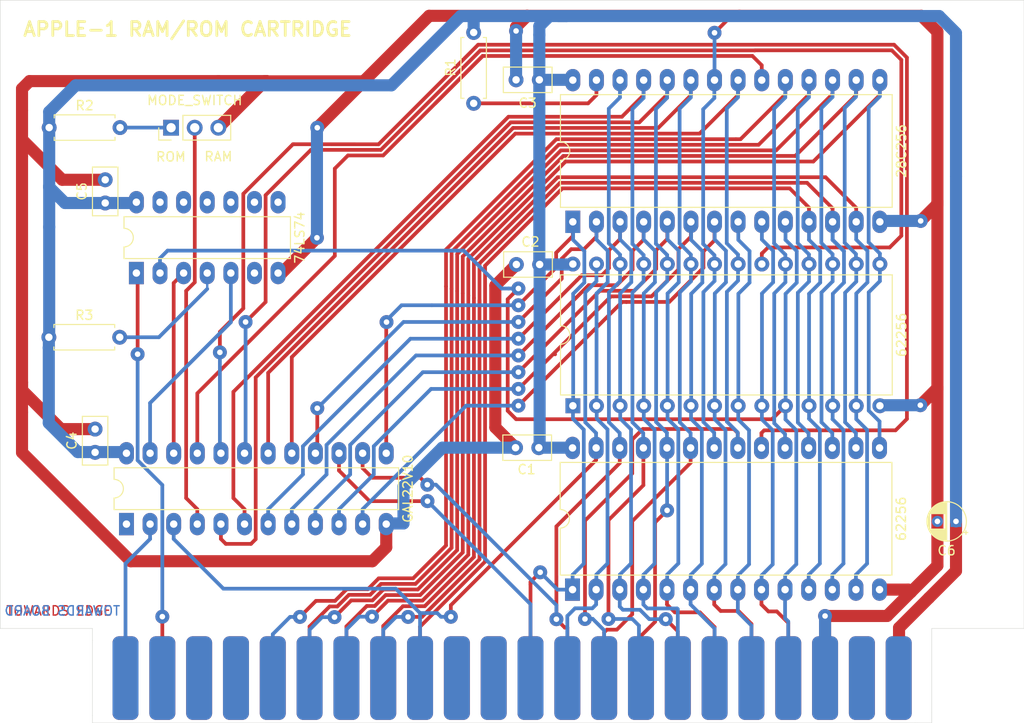
<source format=kicad_pcb>
(kicad_pcb (version 20171130) (host pcbnew "(5.1.5-0)")

  (general
    (thickness 1.6)
    (drawings 20)
    (tracks 837)
    (zones 0)
    (modules 16)
    (nets 55)
  )

  (page A4)
  (layers
    (0 F.Cu signal)
    (31 B.Cu signal)
    (32 B.Adhes user)
    (33 F.Adhes user)
    (34 B.Paste user)
    (35 F.Paste user)
    (36 B.SilkS user)
    (37 F.SilkS user)
    (38 B.Mask user)
    (39 F.Mask user)
    (40 Dwgs.User user)
    (41 Cmts.User user)
    (42 Eco1.User user)
    (43 Eco2.User user)
    (44 Edge.Cuts user)
    (45 Margin user)
    (46 B.CrtYd user)
    (47 F.CrtYd user)
    (48 B.Fab user)
    (49 F.Fab user)
  )

  (setup
    (last_trace_width 0.25)
    (user_trace_width 0.4)
    (user_trace_width 1.3)
    (trace_clearance 0.2)
    (zone_clearance 0.508)
    (zone_45_only yes)
    (trace_min 0.2)
    (via_size 0.8)
    (via_drill 0.4)
    (via_min_size 0.4)
    (via_min_drill 0.3)
    (user_via 0.8 0.4)
    (user_via 1.5 0.6)
    (uvia_size 0.3)
    (uvia_drill 0.1)
    (uvias_allowed no)
    (uvia_min_size 0.2)
    (uvia_min_drill 0.1)
    (edge_width 0.05)
    (segment_width 0.2)
    (pcb_text_width 0.3)
    (pcb_text_size 1.5 1.5)
    (mod_edge_width 0.12)
    (mod_text_size 1 1)
    (mod_text_width 0.15)
    (pad_size 1.524 1.524)
    (pad_drill 0.762)
    (pad_to_mask_clearance 0.051)
    (solder_mask_min_width 0.25)
    (aux_axis_origin 0 0)
    (visible_elements FFFFFF7F)
    (pcbplotparams
      (layerselection 0x010fc_ffffffff)
      (usegerberextensions false)
      (usegerberattributes false)
      (usegerberadvancedattributes false)
      (creategerberjobfile false)
      (excludeedgelayer true)
      (linewidth 0.100000)
      (plotframeref false)
      (viasonmask false)
      (mode 1)
      (useauxorigin false)
      (hpglpennumber 1)
      (hpglpenspeed 20)
      (hpglpendiameter 15.000000)
      (psnegative false)
      (psa4output false)
      (plotreference true)
      (plotvalue true)
      (plotinvisibletext false)
      (padsonsilk false)
      (subtractmaskfromsilk false)
      (outputformat 1)
      (mirror false)
      (drillshape 0)
      (scaleselection 1)
      (outputdirectory "/Users/piotrek/a1c/"))
  )

  (net 0 "")
  (net 1 GND)
  (net 2 +5V)
  (net 3 "Net-(BANK1-Pad6)")
  (net 4 BANK)
  (net 5 "Net-(BANK1-Pad4)")
  (net 6 FLIP_FLOP)
  (net 7 A0)
  (net 8 RES)
  (net 9 "Net-(CONNECTOR1-Pad21)")
  (net 10 A1)
  (net 11 A3)
  (net 12 A5)
  (net 13 A7)
  (net 14 A9)
  (net 15 A11)
  (net 16 A13)
  (net 17 A15)
  (net 18 "Net-(CONNECTOR1-Pad11)")
  (net 19 "Net-(CONNECTOR1-Pad10)")
  (net 20 D0)
  (net 21 D2)
  (net 22 D4)
  (net 23 D6)
  (net 24 "Net-(CONNECTOR1-Pad5)")
  (net 25 "Net-(CONNECTOR1-Pad4)")
  (net 26 "Net-(CONNECTOR1-Pad3)")
  (net 27 "Net-(CONNECTOR1-Pad1)")
  (net 28 PHI2)
  (net 29 "Net-(CONNECTOR1-PadB)")
  (net 30 "Net-(CONNECTOR1-PadC)")
  (net 31 "Net-(CONNECTOR1-PadD)")
  (net 32 D7)
  (net 33 D5)
  (net 34 D3)
  (net 35 D1)
  (net 36 RW)
  (net 37 "Net-(CONNECTOR1-PadL)")
  (net 38 "Net-(CONNECTOR1-PadM)")
  (net 39 A14)
  (net 40 A12)
  (net 41 A10)
  (net 42 A8)
  (net 43 A6)
  (net 44 A4)
  (net 45 A2)
  (net 46 +12V)
  (net 47 "Net-(CONNECTOR1-PadZ)")
  (net 48 ROM)
  (net 49 MODE)
  (net 50 "Net-(DECODER1-Pad1)")
  (net 51 "Net-(MODE_SWITCH1-Pad1)")
  (net 52 RAM1)
  (net 53 RAM2)
  (net 54 "Net-(R1-Pad2)")

  (net_class Default "This is the default net class."
    (clearance 0.2)
    (trace_width 0.25)
    (via_dia 0.8)
    (via_drill 0.4)
    (uvia_dia 0.3)
    (uvia_drill 0.1)
    (add_net +12V)
    (add_net +5V)
    (add_net A0)
    (add_net A1)
    (add_net A10)
    (add_net A11)
    (add_net A12)
    (add_net A13)
    (add_net A14)
    (add_net A15)
    (add_net A2)
    (add_net A3)
    (add_net A4)
    (add_net A5)
    (add_net A6)
    (add_net A7)
    (add_net A8)
    (add_net A9)
    (add_net BANK)
    (add_net D0)
    (add_net D1)
    (add_net D2)
    (add_net D3)
    (add_net D4)
    (add_net D5)
    (add_net D6)
    (add_net D7)
    (add_net FLIP_FLOP)
    (add_net GND)
    (add_net MODE)
    (add_net "Net-(BANK1-Pad4)")
    (add_net "Net-(BANK1-Pad6)")
    (add_net "Net-(CONNECTOR1-Pad1)")
    (add_net "Net-(CONNECTOR1-Pad10)")
    (add_net "Net-(CONNECTOR1-Pad11)")
    (add_net "Net-(CONNECTOR1-Pad21)")
    (add_net "Net-(CONNECTOR1-Pad3)")
    (add_net "Net-(CONNECTOR1-Pad4)")
    (add_net "Net-(CONNECTOR1-Pad5)")
    (add_net "Net-(CONNECTOR1-PadB)")
    (add_net "Net-(CONNECTOR1-PadC)")
    (add_net "Net-(CONNECTOR1-PadD)")
    (add_net "Net-(CONNECTOR1-PadL)")
    (add_net "Net-(CONNECTOR1-PadM)")
    (add_net "Net-(CONNECTOR1-PadZ)")
    (add_net "Net-(DECODER1-Pad1)")
    (add_net "Net-(MODE_SWITCH1-Pad1)")
    (add_net "Net-(R1-Pad2)")
    (add_net PHI2)
    (add_net RAM1)
    (add_net RAM2)
    (add_net RES)
    (add_net ROM)
    (add_net RW)
  )

  (module Package_DIP:DIP-28_W15.24mm_LongPads (layer F.Cu) (tedit 5A02E8C5) (tstamp 5FCAFB53)
    (at 154.30754 87.39226 90)
    (descr "28-lead though-hole mounted DIP package, row spacing 15.24 mm (600 mils), LongPads")
    (tags "THT DIP DIL PDIP 2.54mm 15.24mm 600mil LongPads")
    (path /5F0CDB91)
    (fp_text reference ROM1 (at 7.62 -2.33 90) (layer F.SilkS) hide
      (effects (font (size 1 1) (thickness 0.15)))
    )
    (fp_text value 28C256 (at 7.62 35.35 90) (layer F.SilkS)
      (effects (font (size 1 1) (thickness 0.15)))
    )
    (fp_text user %R (at 7.62 16.51 90) (layer F.Fab)
      (effects (font (size 1 1) (thickness 0.15)))
    )
    (fp_line (start 16.7 -1.55) (end -1.5 -1.55) (layer F.CrtYd) (width 0.05))
    (fp_line (start 16.7 34.55) (end 16.7 -1.55) (layer F.CrtYd) (width 0.05))
    (fp_line (start -1.5 34.55) (end 16.7 34.55) (layer F.CrtYd) (width 0.05))
    (fp_line (start -1.5 -1.55) (end -1.5 34.55) (layer F.CrtYd) (width 0.05))
    (fp_line (start 13.68 -1.33) (end 8.62 -1.33) (layer F.SilkS) (width 0.12))
    (fp_line (start 13.68 34.35) (end 13.68 -1.33) (layer F.SilkS) (width 0.12))
    (fp_line (start 1.56 34.35) (end 13.68 34.35) (layer F.SilkS) (width 0.12))
    (fp_line (start 1.56 -1.33) (end 1.56 34.35) (layer F.SilkS) (width 0.12))
    (fp_line (start 6.62 -1.33) (end 1.56 -1.33) (layer F.SilkS) (width 0.12))
    (fp_line (start 0.255 -0.27) (end 1.255 -1.27) (layer F.Fab) (width 0.1))
    (fp_line (start 0.255 34.29) (end 0.255 -0.27) (layer F.Fab) (width 0.1))
    (fp_line (start 14.985 34.29) (end 0.255 34.29) (layer F.Fab) (width 0.1))
    (fp_line (start 14.985 -1.27) (end 14.985 34.29) (layer F.Fab) (width 0.1))
    (fp_line (start 1.255 -1.27) (end 14.985 -1.27) (layer F.Fab) (width 0.1))
    (fp_arc (start 7.62 -1.33) (end 6.62 -1.33) (angle -180) (layer F.SilkS) (width 0.12))
    (pad 28 thru_hole oval (at 15.24 0 90) (size 2.4 1.6) (drill 0.8) (layers *.Cu *.Mask)
      (net 2 +5V))
    (pad 14 thru_hole oval (at 0 33.02 90) (size 2.4 1.6) (drill 0.8) (layers *.Cu *.Mask)
      (net 1 GND))
    (pad 27 thru_hole oval (at 15.24 2.54 90) (size 2.4 1.6) (drill 0.8) (layers *.Cu *.Mask)
      (net 54 "Net-(R1-Pad2)"))
    (pad 13 thru_hole oval (at 0 30.48 90) (size 2.4 1.6) (drill 0.8) (layers *.Cu *.Mask)
      (net 21 D2))
    (pad 26 thru_hole oval (at 15.24 5.08 90) (size 2.4 1.6) (drill 0.8) (layers *.Cu *.Mask)
      (net 16 A13))
    (pad 12 thru_hole oval (at 0 27.94 90) (size 2.4 1.6) (drill 0.8) (layers *.Cu *.Mask)
      (net 35 D1))
    (pad 25 thru_hole oval (at 15.24 7.62 90) (size 2.4 1.6) (drill 0.8) (layers *.Cu *.Mask)
      (net 42 A8))
    (pad 11 thru_hole oval (at 0 25.4 90) (size 2.4 1.6) (drill 0.8) (layers *.Cu *.Mask)
      (net 20 D0))
    (pad 24 thru_hole oval (at 15.24 10.16 90) (size 2.4 1.6) (drill 0.8) (layers *.Cu *.Mask)
      (net 14 A9))
    (pad 10 thru_hole oval (at 0 22.86 90) (size 2.4 1.6) (drill 0.8) (layers *.Cu *.Mask)
      (net 7 A0))
    (pad 23 thru_hole oval (at 15.24 12.7 90) (size 2.4 1.6) (drill 0.8) (layers *.Cu *.Mask)
      (net 15 A11))
    (pad 9 thru_hole oval (at 0 20.32 90) (size 2.4 1.6) (drill 0.8) (layers *.Cu *.Mask)
      (net 10 A1))
    (pad 22 thru_hole oval (at 15.24 15.24 90) (size 2.4 1.6) (drill 0.8) (layers *.Cu *.Mask)
      (net 1 GND))
    (pad 8 thru_hole oval (at 0 17.78 90) (size 2.4 1.6) (drill 0.8) (layers *.Cu *.Mask)
      (net 45 A2))
    (pad 21 thru_hole oval (at 15.24 17.78 90) (size 2.4 1.6) (drill 0.8) (layers *.Cu *.Mask)
      (net 41 A10))
    (pad 7 thru_hole oval (at 0 15.24 90) (size 2.4 1.6) (drill 0.8) (layers *.Cu *.Mask)
      (net 11 A3))
    (pad 20 thru_hole oval (at 15.24 20.32 90) (size 2.4 1.6) (drill 0.8) (layers *.Cu *.Mask)
      (net 48 ROM))
    (pad 6 thru_hole oval (at 0 12.7 90) (size 2.4 1.6) (drill 0.8) (layers *.Cu *.Mask)
      (net 44 A4))
    (pad 19 thru_hole oval (at 15.24 22.86 90) (size 2.4 1.6) (drill 0.8) (layers *.Cu *.Mask)
      (net 32 D7))
    (pad 5 thru_hole oval (at 0 10.16 90) (size 2.4 1.6) (drill 0.8) (layers *.Cu *.Mask)
      (net 12 A5))
    (pad 18 thru_hole oval (at 15.24 25.4 90) (size 2.4 1.6) (drill 0.8) (layers *.Cu *.Mask)
      (net 23 D6))
    (pad 4 thru_hole oval (at 0 7.62 90) (size 2.4 1.6) (drill 0.8) (layers *.Cu *.Mask)
      (net 43 A6))
    (pad 17 thru_hole oval (at 15.24 27.94 90) (size 2.4 1.6) (drill 0.8) (layers *.Cu *.Mask)
      (net 33 D5))
    (pad 3 thru_hole oval (at 0 5.08 90) (size 2.4 1.6) (drill 0.8) (layers *.Cu *.Mask)
      (net 13 A7))
    (pad 16 thru_hole oval (at 15.24 30.48 90) (size 2.4 1.6) (drill 0.8) (layers *.Cu *.Mask)
      (net 22 D4))
    (pad 2 thru_hole oval (at 0 2.54 90) (size 2.4 1.6) (drill 0.8) (layers *.Cu *.Mask)
      (net 40 A12))
    (pad 15 thru_hole oval (at 15.24 33.02 90) (size 2.4 1.6) (drill 0.8) (layers *.Cu *.Mask)
      (net 34 D3))
    (pad 1 thru_hole rect (at 0 0 90) (size 2.4 1.6) (drill 0.8) (layers *.Cu *.Mask)
      (net 17 A15))
    (model ${KISYS3DMOD}/Package_DIP.3dshapes/DIP-28_W15.24mm.wrl
      (at (xyz 0 0 0))
      (scale (xyz 1 1 1))
      (rotate (xyz 0 0 0))
    )
  )

  (module Package_DIP:DIP-28_W15.24mm (layer F.Cu) (tedit 5A02E8C5) (tstamp 5FCAF81F)
    (at 154.31516 107.17378 90)
    (descr "28-lead though-hole mounted DIP package, row spacing 15.24 mm (600 mils)")
    (tags "THT DIP DIL PDIP 2.54mm 15.24mm 600mil")
    (path /5FB88FB3)
    (fp_text reference RAM2 (at 7.62 -2.33 90) (layer F.SilkS) hide
      (effects (font (size 1 1) (thickness 0.15)))
    )
    (fp_text value 62256 (at 7.62 35.35 90) (layer F.SilkS)
      (effects (font (size 1 1) (thickness 0.15)))
    )
    (fp_text user %R (at 7.62 16.51 90) (layer F.Fab)
      (effects (font (size 1 1) (thickness 0.15)))
    )
    (fp_line (start 16.3 -1.55) (end -1.05 -1.55) (layer F.CrtYd) (width 0.05))
    (fp_line (start 16.3 34.55) (end 16.3 -1.55) (layer F.CrtYd) (width 0.05))
    (fp_line (start -1.05 34.55) (end 16.3 34.55) (layer F.CrtYd) (width 0.05))
    (fp_line (start -1.05 -1.55) (end -1.05 34.55) (layer F.CrtYd) (width 0.05))
    (fp_line (start 14.08 -1.33) (end 8.62 -1.33) (layer F.SilkS) (width 0.12))
    (fp_line (start 14.08 34.35) (end 14.08 -1.33) (layer F.SilkS) (width 0.12))
    (fp_line (start 1.16 34.35) (end 14.08 34.35) (layer F.SilkS) (width 0.12))
    (fp_line (start 1.16 -1.33) (end 1.16 34.35) (layer F.SilkS) (width 0.12))
    (fp_line (start 6.62 -1.33) (end 1.16 -1.33) (layer F.SilkS) (width 0.12))
    (fp_line (start 0.255 -0.27) (end 1.255 -1.27) (layer F.Fab) (width 0.1))
    (fp_line (start 0.255 34.29) (end 0.255 -0.27) (layer F.Fab) (width 0.1))
    (fp_line (start 14.985 34.29) (end 0.255 34.29) (layer F.Fab) (width 0.1))
    (fp_line (start 14.985 -1.27) (end 14.985 34.29) (layer F.Fab) (width 0.1))
    (fp_line (start 1.255 -1.27) (end 14.985 -1.27) (layer F.Fab) (width 0.1))
    (fp_arc (start 7.62 -1.33) (end 6.62 -1.33) (angle -180) (layer F.SilkS) (width 0.12))
    (pad 28 thru_hole oval (at 15.24 0 90) (size 1.6 1.6) (drill 0.8) (layers *.Cu *.Mask)
      (net 2 +5V))
    (pad 14 thru_hole oval (at 0 33.02 90) (size 1.6 1.6) (drill 0.8) (layers *.Cu *.Mask)
      (net 1 GND))
    (pad 27 thru_hole oval (at 15.24 2.54 90) (size 1.6 1.6) (drill 0.8) (layers *.Cu *.Mask)
      (net 36 RW))
    (pad 13 thru_hole oval (at 0 30.48 90) (size 1.6 1.6) (drill 0.8) (layers *.Cu *.Mask)
      (net 21 D2))
    (pad 26 thru_hole oval (at 15.24 5.08 90) (size 1.6 1.6) (drill 0.8) (layers *.Cu *.Mask)
      (net 16 A13))
    (pad 12 thru_hole oval (at 0 27.94 90) (size 1.6 1.6) (drill 0.8) (layers *.Cu *.Mask)
      (net 35 D1))
    (pad 25 thru_hole oval (at 15.24 7.62 90) (size 1.6 1.6) (drill 0.8) (layers *.Cu *.Mask)
      (net 42 A8))
    (pad 11 thru_hole oval (at 0 25.4 90) (size 1.6 1.6) (drill 0.8) (layers *.Cu *.Mask)
      (net 20 D0))
    (pad 24 thru_hole oval (at 15.24 10.16 90) (size 1.6 1.6) (drill 0.8) (layers *.Cu *.Mask)
      (net 14 A9))
    (pad 10 thru_hole oval (at 0 22.86 90) (size 1.6 1.6) (drill 0.8) (layers *.Cu *.Mask)
      (net 7 A0))
    (pad 23 thru_hole oval (at 15.24 12.7 90) (size 1.6 1.6) (drill 0.8) (layers *.Cu *.Mask)
      (net 15 A11))
    (pad 9 thru_hole oval (at 0 20.32 90) (size 1.6 1.6) (drill 0.8) (layers *.Cu *.Mask)
      (net 10 A1))
    (pad 22 thru_hole oval (at 15.24 15.24 90) (size 1.6 1.6) (drill 0.8) (layers *.Cu *.Mask)
      (net 1 GND))
    (pad 8 thru_hole oval (at 0 17.78 90) (size 1.6 1.6) (drill 0.8) (layers *.Cu *.Mask)
      (net 45 A2))
    (pad 21 thru_hole oval (at 15.24 17.78 90) (size 1.6 1.6) (drill 0.8) (layers *.Cu *.Mask)
      (net 41 A10))
    (pad 7 thru_hole oval (at 0 15.24 90) (size 1.6 1.6) (drill 0.8) (layers *.Cu *.Mask)
      (net 11 A3))
    (pad 20 thru_hole oval (at 15.24 20.32 90) (size 1.6 1.6) (drill 0.8) (layers *.Cu *.Mask)
      (net 53 RAM2))
    (pad 6 thru_hole oval (at 0 12.7 90) (size 1.6 1.6) (drill 0.8) (layers *.Cu *.Mask)
      (net 44 A4))
    (pad 19 thru_hole oval (at 15.24 22.86 90) (size 1.6 1.6) (drill 0.8) (layers *.Cu *.Mask)
      (net 32 D7))
    (pad 5 thru_hole oval (at 0 10.16 90) (size 1.6 1.6) (drill 0.8) (layers *.Cu *.Mask)
      (net 12 A5))
    (pad 18 thru_hole oval (at 15.24 25.4 90) (size 1.6 1.6) (drill 0.8) (layers *.Cu *.Mask)
      (net 23 D6))
    (pad 4 thru_hole oval (at 0 7.62 90) (size 1.6 1.6) (drill 0.8) (layers *.Cu *.Mask)
      (net 43 A6))
    (pad 17 thru_hole oval (at 15.24 27.94 90) (size 1.6 1.6) (drill 0.8) (layers *.Cu *.Mask)
      (net 33 D5))
    (pad 3 thru_hole oval (at 0 5.08 90) (size 1.6 1.6) (drill 0.8) (layers *.Cu *.Mask)
      (net 13 A7))
    (pad 16 thru_hole oval (at 15.24 30.48 90) (size 1.6 1.6) (drill 0.8) (layers *.Cu *.Mask)
      (net 22 D4))
    (pad 2 thru_hole oval (at 0 2.54 90) (size 1.6 1.6) (drill 0.8) (layers *.Cu *.Mask)
      (net 40 A12))
    (pad 15 thru_hole oval (at 15.24 33.02 90) (size 1.6 1.6) (drill 0.8) (layers *.Cu *.Mask)
      (net 34 D3))
    (pad 1 thru_hole rect (at 0 0 90) (size 1.6 1.6) (drill 0.8) (layers *.Cu *.Mask)
      (net 17 A15))
    (model ${KISYS3DMOD}/Package_DIP.3dshapes/DIP-28_W15.24mm.wrl
      (at (xyz 0 0 0))
      (scale (xyz 1 1 1))
      (rotate (xyz 0 0 0))
    )
  )

  (module Package_DIP:DIP-28_W15.24mm_LongPads (layer F.Cu) (tedit 5A02E8C5) (tstamp 5F2EC92C)
    (at 154.27706 126.94768 90)
    (descr "28-lead though-hole mounted DIP package, row spacing 15.24 mm (600 mils), LongPads")
    (tags "THT DIP DIL PDIP 2.54mm 15.24mm 600mil LongPads")
    (path /5F0CF4BD)
    (fp_text reference RAM1 (at 7.62 -2.33 90) (layer F.SilkS) hide
      (effects (font (size 1 1) (thickness 0.15)))
    )
    (fp_text value 62256 (at 7.62 35.35 90) (layer F.SilkS)
      (effects (font (size 1 1) (thickness 0.15)))
    )
    (fp_text user %R (at 7.62 16.51 90) (layer F.Fab)
      (effects (font (size 1 1) (thickness 0.15)))
    )
    (fp_line (start 16.7 -1.55) (end -1.5 -1.55) (layer F.CrtYd) (width 0.05))
    (fp_line (start 16.7 34.55) (end 16.7 -1.55) (layer F.CrtYd) (width 0.05))
    (fp_line (start -1.5 34.55) (end 16.7 34.55) (layer F.CrtYd) (width 0.05))
    (fp_line (start -1.5 -1.55) (end -1.5 34.55) (layer F.CrtYd) (width 0.05))
    (fp_line (start 13.68 -1.33) (end 8.62 -1.33) (layer F.SilkS) (width 0.12))
    (fp_line (start 13.68 34.35) (end 13.68 -1.33) (layer F.SilkS) (width 0.12))
    (fp_line (start 1.56 34.35) (end 13.68 34.35) (layer F.SilkS) (width 0.12))
    (fp_line (start 1.56 -1.33) (end 1.56 34.35) (layer F.SilkS) (width 0.12))
    (fp_line (start 6.62 -1.33) (end 1.56 -1.33) (layer F.SilkS) (width 0.12))
    (fp_line (start 0.255 -0.27) (end 1.255 -1.27) (layer F.Fab) (width 0.1))
    (fp_line (start 0.255 34.29) (end 0.255 -0.27) (layer F.Fab) (width 0.1))
    (fp_line (start 14.985 34.29) (end 0.255 34.29) (layer F.Fab) (width 0.1))
    (fp_line (start 14.985 -1.27) (end 14.985 34.29) (layer F.Fab) (width 0.1))
    (fp_line (start 1.255 -1.27) (end 14.985 -1.27) (layer F.Fab) (width 0.1))
    (fp_arc (start 7.62 -1.33) (end 6.62 -1.33) (angle -180) (layer F.SilkS) (width 0.12))
    (pad 28 thru_hole oval (at 15.24 0 90) (size 2.4 1.6) (drill 0.8) (layers *.Cu *.Mask)
      (net 2 +5V))
    (pad 14 thru_hole oval (at 0 33.02 90) (size 2.4 1.6) (drill 0.8) (layers *.Cu *.Mask)
      (net 1 GND))
    (pad 27 thru_hole oval (at 15.24 2.54 90) (size 2.4 1.6) (drill 0.8) (layers *.Cu *.Mask)
      (net 36 RW))
    (pad 13 thru_hole oval (at 0 30.48 90) (size 2.4 1.6) (drill 0.8) (layers *.Cu *.Mask)
      (net 21 D2))
    (pad 26 thru_hole oval (at 15.24 5.08 90) (size 2.4 1.6) (drill 0.8) (layers *.Cu *.Mask)
      (net 16 A13))
    (pad 12 thru_hole oval (at 0 27.94 90) (size 2.4 1.6) (drill 0.8) (layers *.Cu *.Mask)
      (net 35 D1))
    (pad 25 thru_hole oval (at 15.24 7.62 90) (size 2.4 1.6) (drill 0.8) (layers *.Cu *.Mask)
      (net 42 A8))
    (pad 11 thru_hole oval (at 0 25.4 90) (size 2.4 1.6) (drill 0.8) (layers *.Cu *.Mask)
      (net 20 D0))
    (pad 24 thru_hole oval (at 15.24 10.16 90) (size 2.4 1.6) (drill 0.8) (layers *.Cu *.Mask)
      (net 14 A9))
    (pad 10 thru_hole oval (at 0 22.86 90) (size 2.4 1.6) (drill 0.8) (layers *.Cu *.Mask)
      (net 7 A0))
    (pad 23 thru_hole oval (at 15.24 12.7 90) (size 2.4 1.6) (drill 0.8) (layers *.Cu *.Mask)
      (net 15 A11))
    (pad 9 thru_hole oval (at 0 20.32 90) (size 2.4 1.6) (drill 0.8) (layers *.Cu *.Mask)
      (net 10 A1))
    (pad 22 thru_hole oval (at 15.24 15.24 90) (size 2.4 1.6) (drill 0.8) (layers *.Cu *.Mask)
      (net 1 GND))
    (pad 8 thru_hole oval (at 0 17.78 90) (size 2.4 1.6) (drill 0.8) (layers *.Cu *.Mask)
      (net 45 A2))
    (pad 21 thru_hole oval (at 15.24 17.78 90) (size 2.4 1.6) (drill 0.8) (layers *.Cu *.Mask)
      (net 41 A10))
    (pad 7 thru_hole oval (at 0 15.24 90) (size 2.4 1.6) (drill 0.8) (layers *.Cu *.Mask)
      (net 11 A3))
    (pad 20 thru_hole oval (at 15.24 20.32 90) (size 2.4 1.6) (drill 0.8) (layers *.Cu *.Mask)
      (net 52 RAM1))
    (pad 6 thru_hole oval (at 0 12.7 90) (size 2.4 1.6) (drill 0.8) (layers *.Cu *.Mask)
      (net 44 A4))
    (pad 19 thru_hole oval (at 15.24 22.86 90) (size 2.4 1.6) (drill 0.8) (layers *.Cu *.Mask)
      (net 32 D7))
    (pad 5 thru_hole oval (at 0 10.16 90) (size 2.4 1.6) (drill 0.8) (layers *.Cu *.Mask)
      (net 12 A5))
    (pad 18 thru_hole oval (at 15.24 25.4 90) (size 2.4 1.6) (drill 0.8) (layers *.Cu *.Mask)
      (net 23 D6))
    (pad 4 thru_hole oval (at 0 7.62 90) (size 2.4 1.6) (drill 0.8) (layers *.Cu *.Mask)
      (net 43 A6))
    (pad 17 thru_hole oval (at 15.24 27.94 90) (size 2.4 1.6) (drill 0.8) (layers *.Cu *.Mask)
      (net 33 D5))
    (pad 3 thru_hole oval (at 0 5.08 90) (size 2.4 1.6) (drill 0.8) (layers *.Cu *.Mask)
      (net 13 A7))
    (pad 16 thru_hole oval (at 15.24 30.48 90) (size 2.4 1.6) (drill 0.8) (layers *.Cu *.Mask)
      (net 22 D4))
    (pad 2 thru_hole oval (at 0 2.54 90) (size 2.4 1.6) (drill 0.8) (layers *.Cu *.Mask)
      (net 40 A12))
    (pad 15 thru_hole oval (at 15.24 33.02 90) (size 2.4 1.6) (drill 0.8) (layers *.Cu *.Mask)
      (net 34 D3))
    (pad 1 thru_hole rect (at 0 0 90) (size 2.4 1.6) (drill 0.8) (layers *.Cu *.Mask)
      (net 17 A15))
    (model ${KISYS3DMOD}/Package_DIP.3dshapes/DIP-28_W15.24mm.wrl
      (at (xyz 0 0 0))
      (scale (xyz 1 1 1))
      (rotate (xyz 0 0 0))
    )
  )

  (module Package_DIP:DIP-24_W7.62mm_LongPads (layer F.Cu) (tedit 5A02E8C5) (tstamp 5F2EB587)
    (at 106.30154 119.9007 90)
    (descr "24-lead though-hole mounted DIP package, row spacing 7.62 mm (300 mils), LongPads")
    (tags "THT DIP DIL PDIP 2.54mm 7.62mm 300mil LongPads")
    (path /5F0BF122)
    (fp_text reference DECODER1 (at 3.81 -2.33 90) (layer F.SilkS) hide
      (effects (font (size 1 1) (thickness 0.15)))
    )
    (fp_text value GAL22V10 (at 3.81 30.27 90) (layer F.SilkS)
      (effects (font (size 1 1) (thickness 0.15)))
    )
    (fp_text user %R (at 3.81 13.97 90) (layer F.Fab)
      (effects (font (size 1 1) (thickness 0.15)))
    )
    (fp_line (start 9.1 -1.55) (end -1.45 -1.55) (layer F.CrtYd) (width 0.05))
    (fp_line (start 9.1 29.5) (end 9.1 -1.55) (layer F.CrtYd) (width 0.05))
    (fp_line (start -1.45 29.5) (end 9.1 29.5) (layer F.CrtYd) (width 0.05))
    (fp_line (start -1.45 -1.55) (end -1.45 29.5) (layer F.CrtYd) (width 0.05))
    (fp_line (start 6.06 -1.33) (end 4.81 -1.33) (layer F.SilkS) (width 0.12))
    (fp_line (start 6.06 29.27) (end 6.06 -1.33) (layer F.SilkS) (width 0.12))
    (fp_line (start 1.56 29.27) (end 6.06 29.27) (layer F.SilkS) (width 0.12))
    (fp_line (start 1.56 -1.33) (end 1.56 29.27) (layer F.SilkS) (width 0.12))
    (fp_line (start 2.81 -1.33) (end 1.56 -1.33) (layer F.SilkS) (width 0.12))
    (fp_line (start 0.635 -0.27) (end 1.635 -1.27) (layer F.Fab) (width 0.1))
    (fp_line (start 0.635 29.21) (end 0.635 -0.27) (layer F.Fab) (width 0.1))
    (fp_line (start 6.985 29.21) (end 0.635 29.21) (layer F.Fab) (width 0.1))
    (fp_line (start 6.985 -1.27) (end 6.985 29.21) (layer F.Fab) (width 0.1))
    (fp_line (start 1.635 -1.27) (end 6.985 -1.27) (layer F.Fab) (width 0.1))
    (fp_arc (start 3.81 -1.33) (end 2.81 -1.33) (angle -180) (layer F.SilkS) (width 0.12))
    (pad 24 thru_hole oval (at 7.62 0 90) (size 2.4 1.6) (drill 0.8) (layers *.Cu *.Mask)
      (net 2 +5V))
    (pad 12 thru_hole oval (at 0 27.94 90) (size 2.4 1.6) (drill 0.8) (layers *.Cu *.Mask)
      (net 1 GND))
    (pad 23 thru_hole oval (at 7.62 2.54 90) (size 2.4 1.6) (drill 0.8) (layers *.Cu *.Mask)
      (net 4 BANK))
    (pad 11 thru_hole oval (at 0 25.4 90) (size 2.4 1.6) (drill 0.8) (layers *.Cu *.Mask)
      (net 11 A3))
    (pad 22 thru_hole oval (at 7.62 5.08 90) (size 2.4 1.6) (drill 0.8) (layers *.Cu *.Mask)
      (net 6 FLIP_FLOP))
    (pad 10 thru_hole oval (at 0 22.86 90) (size 2.4 1.6) (drill 0.8) (layers *.Cu *.Mask)
      (net 44 A4))
    (pad 21 thru_hole oval (at 7.62 7.62 90) (size 2.4 1.6) (drill 0.8) (layers *.Cu *.Mask)
      (net 48 ROM))
    (pad 9 thru_hole oval (at 0 20.32 90) (size 2.4 1.6) (drill 0.8) (layers *.Cu *.Mask)
      (net 12 A5))
    (pad 20 thru_hole oval (at 7.62 10.16 90) (size 2.4 1.6) (drill 0.8) (layers *.Cu *.Mask)
      (net 52 RAM1))
    (pad 8 thru_hole oval (at 0 17.78 90) (size 2.4 1.6) (drill 0.8) (layers *.Cu *.Mask)
      (net 43 A6))
    (pad 19 thru_hole oval (at 7.62 12.7 90) (size 2.4 1.6) (drill 0.8) (layers *.Cu *.Mask)
      (net 53 RAM2))
    (pad 7 thru_hole oval (at 0 15.24 90) (size 2.4 1.6) (drill 0.8) (layers *.Cu *.Mask)
      (net 13 A7))
    (pad 18 thru_hole oval (at 7.62 15.24 90) (size 2.4 1.6) (drill 0.8) (layers *.Cu *.Mask)
      (net 15 A11))
    (pad 6 thru_hole oval (at 0 12.7 90) (size 2.4 1.6) (drill 0.8) (layers *.Cu *.Mask)
      (net 42 A8))
    (pad 17 thru_hole oval (at 7.62 17.78 90) (size 2.4 1.6) (drill 0.8) (layers *.Cu *.Mask)
      (net 41 A10))
    (pad 5 thru_hole oval (at 0 10.16 90) (size 2.4 1.6) (drill 0.8) (layers *.Cu *.Mask)
      (net 14 A9))
    (pad 16 thru_hole oval (at 7.62 20.32 90) (size 2.4 1.6) (drill 0.8) (layers *.Cu *.Mask)
      (net 40 A12))
    (pad 4 thru_hole oval (at 0 7.62 90) (size 2.4 1.6) (drill 0.8) (layers *.Cu *.Mask)
      (net 49 MODE))
    (pad 15 thru_hole oval (at 7.62 22.86 90) (size 2.4 1.6) (drill 0.8) (layers *.Cu *.Mask)
      (net 39 A14))
    (pad 3 thru_hole oval (at 0 5.08 90) (size 2.4 1.6) (drill 0.8) (layers *.Cu *.Mask)
      (net 36 RW))
    (pad 14 thru_hole oval (at 7.62 25.4 90) (size 2.4 1.6) (drill 0.8) (layers *.Cu *.Mask)
      (net 16 A13))
    (pad 2 thru_hole oval (at 0 2.54 90) (size 2.4 1.6) (drill 0.8) (layers *.Cu *.Mask)
      (net 28 PHI2))
    (pad 13 thru_hole oval (at 7.62 27.94 90) (size 2.4 1.6) (drill 0.8) (layers *.Cu *.Mask)
      (net 17 A15))
    (pad 1 thru_hole rect (at 0 0 90) (size 2.4 1.6) (drill 0.8) (layers *.Cu *.Mask)
      (net 50 "Net-(DECODER1-Pad1)"))
    (model ${KISYS3DMOD}/Package_DIP.3dshapes/DIP-24_W7.62mm.wrl
      (at (xyz 0 0 0))
      (scale (xyz 1 1 1))
      (rotate (xyz 0 0 0))
    )
  )

  (module Package_DIP:DIP-14_W7.62mm_LongPads (layer F.Cu) (tedit 5A02E8C5) (tstamp 5F2EB4E6)
    (at 107.36834 92.9005 90)
    (descr "14-lead though-hole mounted DIP package, row spacing 7.62 mm (300 mils), LongPads")
    (tags "THT DIP DIL PDIP 2.54mm 7.62mm 300mil LongPads")
    (path /5F0D1D39)
    (fp_text reference BANK1 (at 3.81 -2.33 90) (layer F.SilkS) hide
      (effects (font (size 1 1) (thickness 0.15)))
    )
    (fp_text value 74LS74 (at 3.81 17.57 90) (layer F.SilkS)
      (effects (font (size 1 1) (thickness 0.15)))
    )
    (fp_text user %R (at 3.81 7.62 90) (layer F.Fab)
      (effects (font (size 1 1) (thickness 0.15)))
    )
    (fp_line (start 9.1 -1.55) (end -1.45 -1.55) (layer F.CrtYd) (width 0.05))
    (fp_line (start 9.1 16.8) (end 9.1 -1.55) (layer F.CrtYd) (width 0.05))
    (fp_line (start -1.45 16.8) (end 9.1 16.8) (layer F.CrtYd) (width 0.05))
    (fp_line (start -1.45 -1.55) (end -1.45 16.8) (layer F.CrtYd) (width 0.05))
    (fp_line (start 6.06 -1.33) (end 4.81 -1.33) (layer F.SilkS) (width 0.12))
    (fp_line (start 6.06 16.57) (end 6.06 -1.33) (layer F.SilkS) (width 0.12))
    (fp_line (start 1.56 16.57) (end 6.06 16.57) (layer F.SilkS) (width 0.12))
    (fp_line (start 1.56 -1.33) (end 1.56 16.57) (layer F.SilkS) (width 0.12))
    (fp_line (start 2.81 -1.33) (end 1.56 -1.33) (layer F.SilkS) (width 0.12))
    (fp_line (start 0.635 -0.27) (end 1.635 -1.27) (layer F.Fab) (width 0.1))
    (fp_line (start 0.635 16.51) (end 0.635 -0.27) (layer F.Fab) (width 0.1))
    (fp_line (start 6.985 16.51) (end 0.635 16.51) (layer F.Fab) (width 0.1))
    (fp_line (start 6.985 -1.27) (end 6.985 16.51) (layer F.Fab) (width 0.1))
    (fp_line (start 1.635 -1.27) (end 6.985 -1.27) (layer F.Fab) (width 0.1))
    (fp_arc (start 3.81 -1.33) (end 2.81 -1.33) (angle -180) (layer F.SilkS) (width 0.12))
    (pad 14 thru_hole oval (at 7.62 0 90) (size 2.4 1.6) (drill 0.8) (layers *.Cu *.Mask)
      (net 2 +5V))
    (pad 7 thru_hole oval (at 0 15.24 90) (size 2.4 1.6) (drill 0.8) (layers *.Cu *.Mask)
      (net 1 GND))
    (pad 13 thru_hole oval (at 7.62 2.54 90) (size 2.4 1.6) (drill 0.8) (layers *.Cu *.Mask))
    (pad 6 thru_hole oval (at 0 12.7 90) (size 2.4 1.6) (drill 0.8) (layers *.Cu *.Mask)
      (net 3 "Net-(BANK1-Pad6)"))
    (pad 12 thru_hole oval (at 7.62 5.08 90) (size 2.4 1.6) (drill 0.8) (layers *.Cu *.Mask))
    (pad 5 thru_hole oval (at 0 10.16 90) (size 2.4 1.6) (drill 0.8) (layers *.Cu *.Mask)
      (net 4 BANK))
    (pad 11 thru_hole oval (at 7.62 7.62 90) (size 2.4 1.6) (drill 0.8) (layers *.Cu *.Mask))
    (pad 4 thru_hole oval (at 0 7.62 90) (size 2.4 1.6) (drill 0.8) (layers *.Cu *.Mask)
      (net 5 "Net-(BANK1-Pad4)"))
    (pad 10 thru_hole oval (at 7.62 10.16 90) (size 2.4 1.6) (drill 0.8) (layers *.Cu *.Mask))
    (pad 3 thru_hole oval (at 0 5.08 90) (size 2.4 1.6) (drill 0.8) (layers *.Cu *.Mask)
      (net 6 FLIP_FLOP))
    (pad 9 thru_hole oval (at 7.62 12.7 90) (size 2.4 1.6) (drill 0.8) (layers *.Cu *.Mask))
    (pad 2 thru_hole oval (at 0 2.54 90) (size 2.4 1.6) (drill 0.8) (layers *.Cu *.Mask)
      (net 7 A0))
    (pad 8 thru_hole oval (at 7.62 15.24 90) (size 2.4 1.6) (drill 0.8) (layers *.Cu *.Mask))
    (pad 1 thru_hole rect (at 0 0 90) (size 2.4 1.6) (drill 0.8) (layers *.Cu *.Mask)
      (net 8 RES))
    (model ${KISYS3DMOD}/Package_DIP.3dshapes/DIP-14_W7.62mm.wrl
      (at (xyz 0 0 0))
      (scale (xyz 1 1 1))
      (rotate (xyz 0 0 0))
    )
  )

  (module Capacitor_THT:C_Disc_D5.0mm_W2.5mm_P2.50mm (layer F.Cu) (tedit 5AE50EF0) (tstamp 601F405C)
    (at 150.73884 91.97848 180)
    (descr "C, Disc series, Radial, pin pitch=2.50mm, , diameter*width=5*2.5mm^2, Capacitor, http://cdn-reichelt.de/documents/datenblatt/B300/DS_KERKO_TC.pdf")
    (tags "C Disc series Radial pin pitch 2.50mm  diameter 5mm width 2.5mm Capacitor")
    (path /601FA3B6)
    (fp_text reference C2 (at 0.98806 2.43078) (layer F.SilkS)
      (effects (font (size 1 1) (thickness 0.15)))
    )
    (fp_text value 0.1uF (at 1.25 2.5) (layer F.Fab) hide
      (effects (font (size 1 1) (thickness 0.15)))
    )
    (fp_text user %R (at 1.25 0) (layer F.Fab) hide
      (effects (font (size 1 1) (thickness 0.15)))
    )
    (fp_line (start 4 -1.5) (end -1.5 -1.5) (layer F.CrtYd) (width 0.05))
    (fp_line (start 4 1.5) (end 4 -1.5) (layer F.CrtYd) (width 0.05))
    (fp_line (start -1.5 1.5) (end 4 1.5) (layer F.CrtYd) (width 0.05))
    (fp_line (start -1.5 -1.5) (end -1.5 1.5) (layer F.CrtYd) (width 0.05))
    (fp_line (start 3.87 -1.37) (end 3.87 1.37) (layer F.SilkS) (width 0.12))
    (fp_line (start -1.37 -1.37) (end -1.37 1.37) (layer F.SilkS) (width 0.12))
    (fp_line (start -1.37 1.37) (end 3.87 1.37) (layer F.SilkS) (width 0.12))
    (fp_line (start -1.37 -1.37) (end 3.87 -1.37) (layer F.SilkS) (width 0.12))
    (fp_line (start 3.75 -1.25) (end -1.25 -1.25) (layer F.Fab) (width 0.1))
    (fp_line (start 3.75 1.25) (end 3.75 -1.25) (layer F.Fab) (width 0.1))
    (fp_line (start -1.25 1.25) (end 3.75 1.25) (layer F.Fab) (width 0.1))
    (fp_line (start -1.25 -1.25) (end -1.25 1.25) (layer F.Fab) (width 0.1))
    (pad 2 thru_hole circle (at 2.5 0 180) (size 1.6 1.6) (drill 0.8) (layers *.Cu *.Mask)
      (net 1 GND))
    (pad 1 thru_hole circle (at 0 0 180) (size 1.6 1.6) (drill 0.8) (layers *.Cu *.Mask)
      (net 2 +5V))
    (model ${KISYS3DMOD}/Capacitor_THT.3dshapes/C_Disc_D5.0mm_W2.5mm_P2.50mm.wrl
      (at (xyz 0 0 0))
      (scale (xyz 1 1 1))
      (rotate (xyz 0 0 0))
    )
  )

  (module Capacitor_THT:C_Disc_D5.0mm_W2.5mm_P2.50mm (layer F.Cu) (tedit 5AE50EF0) (tstamp 5FDB404C)
    (at 150.70582 72.11822 180)
    (descr "C, Disc series, Radial, pin pitch=2.50mm, , diameter*width=5*2.5mm^2, Capacitor, http://cdn-reichelt.de/documents/datenblatt/B300/DS_KERKO_TC.pdf")
    (tags "C Disc series Radial pin pitch 2.50mm  diameter 5mm width 2.5mm Capacitor")
    (path /5FDEE950)
    (fp_text reference C3 (at 1.25 -2.5) (layer F.SilkS)
      (effects (font (size 1 1) (thickness 0.15)))
    )
    (fp_text value 0.1uF (at 1.25 2.5) (layer F.Fab) hide
      (effects (font (size 1 1) (thickness 0.15)))
    )
    (fp_text user %R (at 1.25 0) (layer F.Fab) hide
      (effects (font (size 1 1) (thickness 0.15)))
    )
    (fp_line (start 4 -1.5) (end -1.5 -1.5) (layer F.CrtYd) (width 0.05))
    (fp_line (start 4 1.5) (end 4 -1.5) (layer F.CrtYd) (width 0.05))
    (fp_line (start -1.5 1.5) (end 4 1.5) (layer F.CrtYd) (width 0.05))
    (fp_line (start -1.5 -1.5) (end -1.5 1.5) (layer F.CrtYd) (width 0.05))
    (fp_line (start 3.87 -1.37) (end 3.87 1.37) (layer F.SilkS) (width 0.12))
    (fp_line (start -1.37 -1.37) (end -1.37 1.37) (layer F.SilkS) (width 0.12))
    (fp_line (start -1.37 1.37) (end 3.87 1.37) (layer F.SilkS) (width 0.12))
    (fp_line (start -1.37 -1.37) (end 3.87 -1.37) (layer F.SilkS) (width 0.12))
    (fp_line (start 3.75 -1.25) (end -1.25 -1.25) (layer F.Fab) (width 0.1))
    (fp_line (start 3.75 1.25) (end 3.75 -1.25) (layer F.Fab) (width 0.1))
    (fp_line (start -1.25 1.25) (end 3.75 1.25) (layer F.Fab) (width 0.1))
    (fp_line (start -1.25 -1.25) (end -1.25 1.25) (layer F.Fab) (width 0.1))
    (pad 2 thru_hole circle (at 2.5 0 180) (size 1.6 1.6) (drill 0.8) (layers *.Cu *.Mask)
      (net 1 GND))
    (pad 1 thru_hole circle (at 0 0 180) (size 1.6 1.6) (drill 0.8) (layers *.Cu *.Mask)
      (net 2 +5V))
    (model ${KISYS3DMOD}/Capacitor_THT.3dshapes/C_Disc_D5.0mm_W2.5mm_P2.50mm.wrl
      (at (xyz 0 0 0))
      (scale (xyz 1 1 1))
      (rotate (xyz 0 0 0))
    )
  )

  (module Capacitor_THT:CP_Radial_D4.0mm_P2.00mm (layer F.Cu) (tedit 5AE50EF0) (tstamp 5FD8B863)
    (at 195.52158 119.6086 180)
    (descr "CP, Radial series, Radial, pin pitch=2.00mm, , diameter=4mm, Electrolytic Capacitor")
    (tags "CP Radial series Radial pin pitch 2.00mm  diameter 4mm Electrolytic Capacitor")
    (path /5FDCDD2C)
    (fp_text reference C6 (at 1.01092 -3.14452) (layer F.SilkS)
      (effects (font (size 1 1) (thickness 0.15)))
    )
    (fp_text value 22uF (at 1 3.25) (layer F.Fab) hide
      (effects (font (size 1 1) (thickness 0.15)))
    )
    (fp_text user %R (at 1 0) (layer F.Fab) hide
      (effects (font (size 0.8 0.8) (thickness 0.12)))
    )
    (fp_line (start -1.069801 -1.395) (end -1.069801 -0.995) (layer F.SilkS) (width 0.12))
    (fp_line (start -1.269801 -1.195) (end -0.869801 -1.195) (layer F.SilkS) (width 0.12))
    (fp_line (start 3.081 -0.37) (end 3.081 0.37) (layer F.SilkS) (width 0.12))
    (fp_line (start 3.041 -0.537) (end 3.041 0.537) (layer F.SilkS) (width 0.12))
    (fp_line (start 3.001 -0.664) (end 3.001 0.664) (layer F.SilkS) (width 0.12))
    (fp_line (start 2.961 -0.768) (end 2.961 0.768) (layer F.SilkS) (width 0.12))
    (fp_line (start 2.921 -0.859) (end 2.921 0.859) (layer F.SilkS) (width 0.12))
    (fp_line (start 2.881 -0.94) (end 2.881 0.94) (layer F.SilkS) (width 0.12))
    (fp_line (start 2.841 -1.013) (end 2.841 1.013) (layer F.SilkS) (width 0.12))
    (fp_line (start 2.801 0.84) (end 2.801 1.08) (layer F.SilkS) (width 0.12))
    (fp_line (start 2.801 -1.08) (end 2.801 -0.84) (layer F.SilkS) (width 0.12))
    (fp_line (start 2.761 0.84) (end 2.761 1.142) (layer F.SilkS) (width 0.12))
    (fp_line (start 2.761 -1.142) (end 2.761 -0.84) (layer F.SilkS) (width 0.12))
    (fp_line (start 2.721 0.84) (end 2.721 1.2) (layer F.SilkS) (width 0.12))
    (fp_line (start 2.721 -1.2) (end 2.721 -0.84) (layer F.SilkS) (width 0.12))
    (fp_line (start 2.681 0.84) (end 2.681 1.254) (layer F.SilkS) (width 0.12))
    (fp_line (start 2.681 -1.254) (end 2.681 -0.84) (layer F.SilkS) (width 0.12))
    (fp_line (start 2.641 0.84) (end 2.641 1.304) (layer F.SilkS) (width 0.12))
    (fp_line (start 2.641 -1.304) (end 2.641 -0.84) (layer F.SilkS) (width 0.12))
    (fp_line (start 2.601 0.84) (end 2.601 1.351) (layer F.SilkS) (width 0.12))
    (fp_line (start 2.601 -1.351) (end 2.601 -0.84) (layer F.SilkS) (width 0.12))
    (fp_line (start 2.561 0.84) (end 2.561 1.396) (layer F.SilkS) (width 0.12))
    (fp_line (start 2.561 -1.396) (end 2.561 -0.84) (layer F.SilkS) (width 0.12))
    (fp_line (start 2.521 0.84) (end 2.521 1.438) (layer F.SilkS) (width 0.12))
    (fp_line (start 2.521 -1.438) (end 2.521 -0.84) (layer F.SilkS) (width 0.12))
    (fp_line (start 2.481 0.84) (end 2.481 1.478) (layer F.SilkS) (width 0.12))
    (fp_line (start 2.481 -1.478) (end 2.481 -0.84) (layer F.SilkS) (width 0.12))
    (fp_line (start 2.441 0.84) (end 2.441 1.516) (layer F.SilkS) (width 0.12))
    (fp_line (start 2.441 -1.516) (end 2.441 -0.84) (layer F.SilkS) (width 0.12))
    (fp_line (start 2.401 0.84) (end 2.401 1.552) (layer F.SilkS) (width 0.12))
    (fp_line (start 2.401 -1.552) (end 2.401 -0.84) (layer F.SilkS) (width 0.12))
    (fp_line (start 2.361 0.84) (end 2.361 1.587) (layer F.SilkS) (width 0.12))
    (fp_line (start 2.361 -1.587) (end 2.361 -0.84) (layer F.SilkS) (width 0.12))
    (fp_line (start 2.321 0.84) (end 2.321 1.619) (layer F.SilkS) (width 0.12))
    (fp_line (start 2.321 -1.619) (end 2.321 -0.84) (layer F.SilkS) (width 0.12))
    (fp_line (start 2.281 0.84) (end 2.281 1.65) (layer F.SilkS) (width 0.12))
    (fp_line (start 2.281 -1.65) (end 2.281 -0.84) (layer F.SilkS) (width 0.12))
    (fp_line (start 2.241 0.84) (end 2.241 1.68) (layer F.SilkS) (width 0.12))
    (fp_line (start 2.241 -1.68) (end 2.241 -0.84) (layer F.SilkS) (width 0.12))
    (fp_line (start 2.201 0.84) (end 2.201 1.708) (layer F.SilkS) (width 0.12))
    (fp_line (start 2.201 -1.708) (end 2.201 -0.84) (layer F.SilkS) (width 0.12))
    (fp_line (start 2.161 0.84) (end 2.161 1.735) (layer F.SilkS) (width 0.12))
    (fp_line (start 2.161 -1.735) (end 2.161 -0.84) (layer F.SilkS) (width 0.12))
    (fp_line (start 2.121 0.84) (end 2.121 1.76) (layer F.SilkS) (width 0.12))
    (fp_line (start 2.121 -1.76) (end 2.121 -0.84) (layer F.SilkS) (width 0.12))
    (fp_line (start 2.081 0.84) (end 2.081 1.785) (layer F.SilkS) (width 0.12))
    (fp_line (start 2.081 -1.785) (end 2.081 -0.84) (layer F.SilkS) (width 0.12))
    (fp_line (start 2.041 0.84) (end 2.041 1.808) (layer F.SilkS) (width 0.12))
    (fp_line (start 2.041 -1.808) (end 2.041 -0.84) (layer F.SilkS) (width 0.12))
    (fp_line (start 2.001 0.84) (end 2.001 1.83) (layer F.SilkS) (width 0.12))
    (fp_line (start 2.001 -1.83) (end 2.001 -0.84) (layer F.SilkS) (width 0.12))
    (fp_line (start 1.961 0.84) (end 1.961 1.851) (layer F.SilkS) (width 0.12))
    (fp_line (start 1.961 -1.851) (end 1.961 -0.84) (layer F.SilkS) (width 0.12))
    (fp_line (start 1.921 0.84) (end 1.921 1.87) (layer F.SilkS) (width 0.12))
    (fp_line (start 1.921 -1.87) (end 1.921 -0.84) (layer F.SilkS) (width 0.12))
    (fp_line (start 1.881 0.84) (end 1.881 1.889) (layer F.SilkS) (width 0.12))
    (fp_line (start 1.881 -1.889) (end 1.881 -0.84) (layer F.SilkS) (width 0.12))
    (fp_line (start 1.841 0.84) (end 1.841 1.907) (layer F.SilkS) (width 0.12))
    (fp_line (start 1.841 -1.907) (end 1.841 -0.84) (layer F.SilkS) (width 0.12))
    (fp_line (start 1.801 0.84) (end 1.801 1.924) (layer F.SilkS) (width 0.12))
    (fp_line (start 1.801 -1.924) (end 1.801 -0.84) (layer F.SilkS) (width 0.12))
    (fp_line (start 1.761 0.84) (end 1.761 1.94) (layer F.SilkS) (width 0.12))
    (fp_line (start 1.761 -1.94) (end 1.761 -0.84) (layer F.SilkS) (width 0.12))
    (fp_line (start 1.721 0.84) (end 1.721 1.954) (layer F.SilkS) (width 0.12))
    (fp_line (start 1.721 -1.954) (end 1.721 -0.84) (layer F.SilkS) (width 0.12))
    (fp_line (start 1.68 0.84) (end 1.68 1.968) (layer F.SilkS) (width 0.12))
    (fp_line (start 1.68 -1.968) (end 1.68 -0.84) (layer F.SilkS) (width 0.12))
    (fp_line (start 1.64 0.84) (end 1.64 1.982) (layer F.SilkS) (width 0.12))
    (fp_line (start 1.64 -1.982) (end 1.64 -0.84) (layer F.SilkS) (width 0.12))
    (fp_line (start 1.6 0.84) (end 1.6 1.994) (layer F.SilkS) (width 0.12))
    (fp_line (start 1.6 -1.994) (end 1.6 -0.84) (layer F.SilkS) (width 0.12))
    (fp_line (start 1.56 0.84) (end 1.56 2.005) (layer F.SilkS) (width 0.12))
    (fp_line (start 1.56 -2.005) (end 1.56 -0.84) (layer F.SilkS) (width 0.12))
    (fp_line (start 1.52 0.84) (end 1.52 2.016) (layer F.SilkS) (width 0.12))
    (fp_line (start 1.52 -2.016) (end 1.52 -0.84) (layer F.SilkS) (width 0.12))
    (fp_line (start 1.48 0.84) (end 1.48 2.025) (layer F.SilkS) (width 0.12))
    (fp_line (start 1.48 -2.025) (end 1.48 -0.84) (layer F.SilkS) (width 0.12))
    (fp_line (start 1.44 0.84) (end 1.44 2.034) (layer F.SilkS) (width 0.12))
    (fp_line (start 1.44 -2.034) (end 1.44 -0.84) (layer F.SilkS) (width 0.12))
    (fp_line (start 1.4 0.84) (end 1.4 2.042) (layer F.SilkS) (width 0.12))
    (fp_line (start 1.4 -2.042) (end 1.4 -0.84) (layer F.SilkS) (width 0.12))
    (fp_line (start 1.36 0.84) (end 1.36 2.05) (layer F.SilkS) (width 0.12))
    (fp_line (start 1.36 -2.05) (end 1.36 -0.84) (layer F.SilkS) (width 0.12))
    (fp_line (start 1.32 0.84) (end 1.32 2.056) (layer F.SilkS) (width 0.12))
    (fp_line (start 1.32 -2.056) (end 1.32 -0.84) (layer F.SilkS) (width 0.12))
    (fp_line (start 1.28 0.84) (end 1.28 2.062) (layer F.SilkS) (width 0.12))
    (fp_line (start 1.28 -2.062) (end 1.28 -0.84) (layer F.SilkS) (width 0.12))
    (fp_line (start 1.24 0.84) (end 1.24 2.067) (layer F.SilkS) (width 0.12))
    (fp_line (start 1.24 -2.067) (end 1.24 -0.84) (layer F.SilkS) (width 0.12))
    (fp_line (start 1.2 0.84) (end 1.2 2.071) (layer F.SilkS) (width 0.12))
    (fp_line (start 1.2 -2.071) (end 1.2 -0.84) (layer F.SilkS) (width 0.12))
    (fp_line (start 1.16 -2.074) (end 1.16 2.074) (layer F.SilkS) (width 0.12))
    (fp_line (start 1.12 -2.077) (end 1.12 2.077) (layer F.SilkS) (width 0.12))
    (fp_line (start 1.08 -2.079) (end 1.08 2.079) (layer F.SilkS) (width 0.12))
    (fp_line (start 1.04 -2.08) (end 1.04 2.08) (layer F.SilkS) (width 0.12))
    (fp_line (start 1 -2.08) (end 1 2.08) (layer F.SilkS) (width 0.12))
    (fp_line (start -0.502554 -1.0675) (end -0.502554 -0.6675) (layer F.Fab) (width 0.1))
    (fp_line (start -0.702554 -0.8675) (end -0.302554 -0.8675) (layer F.Fab) (width 0.1))
    (fp_circle (center 1 0) (end 3.25 0) (layer F.CrtYd) (width 0.05))
    (fp_circle (center 1 0) (end 3.12 0) (layer F.SilkS) (width 0.12))
    (fp_circle (center 1 0) (end 3 0) (layer F.Fab) (width 0.1))
    (pad 2 thru_hole circle (at 2 0 180) (size 1.2 1.2) (drill 0.6) (layers *.Cu *.Mask)
      (net 1 GND))
    (pad 1 thru_hole rect (at 0 0 180) (size 1.2 1.2) (drill 0.6) (layers *.Cu *.Mask)
      (net 2 +5V))
    (model ${KISYS3DMOD}/Capacitor_THT.3dshapes/CP_Radial_D4.0mm_P2.00mm.wrl
      (at (xyz 0 0 0))
      (scale (xyz 1 1 1))
      (rotate (xyz 0 0 0))
    )
  )

  (module Resistor_THT:R_Axial_DIN0207_L6.3mm_D2.5mm_P7.62mm_Horizontal (layer F.Cu) (tedit 5AE5139B) (tstamp 5FDB42F1)
    (at 143.64462 67.02552 270)
    (descr "Resistor, Axial_DIN0207 series, Axial, Horizontal, pin pitch=7.62mm, 0.25W = 1/4W, length*diameter=6.3*2.5mm^2, http://cdn-reichelt.de/documents/datenblatt/B400/1_4W%23YAG.pdf")
    (tags "Resistor Axial_DIN0207 series Axial Horizontal pin pitch 7.62mm 0.25W = 1/4W length 6.3mm diameter 2.5mm")
    (path /5FB93F7B)
    (fp_text reference R1 (at 3.7592 2.47904 90) (layer F.SilkS)
      (effects (font (size 1 1) (thickness 0.15)))
    )
    (fp_text value 1K (at 3.81 2.37 90) (layer F.Fab) hide
      (effects (font (size 1 1) (thickness 0.15)))
    )
    (fp_text user %R (at 3.81 0 90) (layer F.Fab) hide
      (effects (font (size 1 1) (thickness 0.15)))
    )
    (fp_line (start 8.67 -1.5) (end -1.05 -1.5) (layer F.CrtYd) (width 0.05))
    (fp_line (start 8.67 1.5) (end 8.67 -1.5) (layer F.CrtYd) (width 0.05))
    (fp_line (start -1.05 1.5) (end 8.67 1.5) (layer F.CrtYd) (width 0.05))
    (fp_line (start -1.05 -1.5) (end -1.05 1.5) (layer F.CrtYd) (width 0.05))
    (fp_line (start 7.08 1.37) (end 7.08 1.04) (layer F.SilkS) (width 0.12))
    (fp_line (start 0.54 1.37) (end 7.08 1.37) (layer F.SilkS) (width 0.12))
    (fp_line (start 0.54 1.04) (end 0.54 1.37) (layer F.SilkS) (width 0.12))
    (fp_line (start 7.08 -1.37) (end 7.08 -1.04) (layer F.SilkS) (width 0.12))
    (fp_line (start 0.54 -1.37) (end 7.08 -1.37) (layer F.SilkS) (width 0.12))
    (fp_line (start 0.54 -1.04) (end 0.54 -1.37) (layer F.SilkS) (width 0.12))
    (fp_line (start 7.62 0) (end 6.96 0) (layer F.Fab) (width 0.1))
    (fp_line (start 0 0) (end 0.66 0) (layer F.Fab) (width 0.1))
    (fp_line (start 6.96 -1.25) (end 0.66 -1.25) (layer F.Fab) (width 0.1))
    (fp_line (start 6.96 1.25) (end 6.96 -1.25) (layer F.Fab) (width 0.1))
    (fp_line (start 0.66 1.25) (end 6.96 1.25) (layer F.Fab) (width 0.1))
    (fp_line (start 0.66 -1.25) (end 0.66 1.25) (layer F.Fab) (width 0.1))
    (pad 2 thru_hole oval (at 7.62 0 270) (size 1.6 1.6) (drill 0.8) (layers *.Cu *.Mask)
      (net 54 "Net-(R1-Pad2)"))
    (pad 1 thru_hole circle (at 0 0 270) (size 1.6 1.6) (drill 0.8) (layers *.Cu *.Mask)
      (net 2 +5V))
    (model ${KISYS3DMOD}/Resistor_THT.3dshapes/R_Axial_DIN0207_L6.3mm_D2.5mm_P7.62mm_Horizontal.wrl
      (at (xyz 0 0 0))
      (scale (xyz 1 1 1))
      (rotate (xyz 0 0 0))
    )
  )

  (module Resistor_THT:R_Axial_DIN0207_L6.3mm_D2.5mm_P7.62mm_Horizontal (layer F.Cu) (tedit 5AE5139B) (tstamp 5F710A80)
    (at 97.9551 99.80422)
    (descr "Resistor, Axial_DIN0207 series, Axial, Horizontal, pin pitch=7.62mm, 0.25W = 1/4W, length*diameter=6.3*2.5mm^2, http://cdn-reichelt.de/documents/datenblatt/B400/1_4W%23YAG.pdf")
    (tags "Resistor Axial_DIN0207 series Axial Horizontal pin pitch 7.62mm 0.25W = 1/4W length 6.3mm diameter 2.5mm")
    (path /5F262E4C)
    (fp_text reference R3 (at 3.81 -2.37) (layer F.SilkS)
      (effects (font (size 1 1) (thickness 0.15)))
    )
    (fp_text value 1K (at 3.81 2.37) (layer F.Fab) hide
      (effects (font (size 1 1) (thickness 0.15)))
    )
    (fp_text user %R (at 3.81 0) (layer F.Fab) hide
      (effects (font (size 1 1) (thickness 0.15)))
    )
    (fp_line (start 8.67 -1.5) (end -1.05 -1.5) (layer F.CrtYd) (width 0.05))
    (fp_line (start 8.67 1.5) (end 8.67 -1.5) (layer F.CrtYd) (width 0.05))
    (fp_line (start -1.05 1.5) (end 8.67 1.5) (layer F.CrtYd) (width 0.05))
    (fp_line (start -1.05 -1.5) (end -1.05 1.5) (layer F.CrtYd) (width 0.05))
    (fp_line (start 7.08 1.37) (end 7.08 1.04) (layer F.SilkS) (width 0.12))
    (fp_line (start 0.54 1.37) (end 7.08 1.37) (layer F.SilkS) (width 0.12))
    (fp_line (start 0.54 1.04) (end 0.54 1.37) (layer F.SilkS) (width 0.12))
    (fp_line (start 7.08 -1.37) (end 7.08 -1.04) (layer F.SilkS) (width 0.12))
    (fp_line (start 0.54 -1.37) (end 7.08 -1.37) (layer F.SilkS) (width 0.12))
    (fp_line (start 0.54 -1.04) (end 0.54 -1.37) (layer F.SilkS) (width 0.12))
    (fp_line (start 7.62 0) (end 6.96 0) (layer F.Fab) (width 0.1))
    (fp_line (start 0 0) (end 0.66 0) (layer F.Fab) (width 0.1))
    (fp_line (start 6.96 -1.25) (end 0.66 -1.25) (layer F.Fab) (width 0.1))
    (fp_line (start 6.96 1.25) (end 6.96 -1.25) (layer F.Fab) (width 0.1))
    (fp_line (start 0.66 1.25) (end 6.96 1.25) (layer F.Fab) (width 0.1))
    (fp_line (start 0.66 -1.25) (end 0.66 1.25) (layer F.Fab) (width 0.1))
    (pad 2 thru_hole oval (at 7.62 0) (size 1.6 1.6) (drill 0.8) (layers *.Cu *.Mask)
      (net 5 "Net-(BANK1-Pad4)"))
    (pad 1 thru_hole circle (at 0 0) (size 1.6 1.6) (drill 0.8) (layers *.Cu *.Mask)
      (net 2 +5V))
    (model ${KISYS3DMOD}/Resistor_THT.3dshapes/R_Axial_DIN0207_L6.3mm_D2.5mm_P7.62mm_Horizontal.wrl
      (at (xyz 0 0 0))
      (scale (xyz 1 1 1))
      (rotate (xyz 0 0 0))
    )
  )

  (module Resistor_THT:R_Axial_DIN0207_L6.3mm_D2.5mm_P7.62mm_Horizontal (layer F.Cu) (tedit 5AE5139B) (tstamp 5F2EB5B5)
    (at 97.99066 77.2541)
    (descr "Resistor, Axial_DIN0207 series, Axial, Horizontal, pin pitch=7.62mm, 0.25W = 1/4W, length*diameter=6.3*2.5mm^2, http://cdn-reichelt.de/documents/datenblatt/B400/1_4W%23YAG.pdf")
    (tags "Resistor Axial_DIN0207 series Axial Horizontal pin pitch 7.62mm 0.25W = 1/4W length 6.3mm diameter 2.5mm")
    (path /5F2352C6)
    (fp_text reference R2 (at 3.81 -2.37) (layer F.SilkS)
      (effects (font (size 1 1) (thickness 0.15)))
    )
    (fp_text value 1K (at 3.81 2.37) (layer F.Fab) hide
      (effects (font (size 1 1) (thickness 0.15)))
    )
    (fp_text user %R (at 3.81 0) (layer F.Fab) hide
      (effects (font (size 1 1) (thickness 0.15)))
    )
    (fp_line (start 8.67 -1.5) (end -1.05 -1.5) (layer F.CrtYd) (width 0.05))
    (fp_line (start 8.67 1.5) (end 8.67 -1.5) (layer F.CrtYd) (width 0.05))
    (fp_line (start -1.05 1.5) (end 8.67 1.5) (layer F.CrtYd) (width 0.05))
    (fp_line (start -1.05 -1.5) (end -1.05 1.5) (layer F.CrtYd) (width 0.05))
    (fp_line (start 7.08 1.37) (end 7.08 1.04) (layer F.SilkS) (width 0.12))
    (fp_line (start 0.54 1.37) (end 7.08 1.37) (layer F.SilkS) (width 0.12))
    (fp_line (start 0.54 1.04) (end 0.54 1.37) (layer F.SilkS) (width 0.12))
    (fp_line (start 7.08 -1.37) (end 7.08 -1.04) (layer F.SilkS) (width 0.12))
    (fp_line (start 0.54 -1.37) (end 7.08 -1.37) (layer F.SilkS) (width 0.12))
    (fp_line (start 0.54 -1.04) (end 0.54 -1.37) (layer F.SilkS) (width 0.12))
    (fp_line (start 7.62 0) (end 6.96 0) (layer F.Fab) (width 0.1))
    (fp_line (start 0 0) (end 0.66 0) (layer F.Fab) (width 0.1))
    (fp_line (start 6.96 -1.25) (end 0.66 -1.25) (layer F.Fab) (width 0.1))
    (fp_line (start 6.96 1.25) (end 6.96 -1.25) (layer F.Fab) (width 0.1))
    (fp_line (start 0.66 1.25) (end 6.96 1.25) (layer F.Fab) (width 0.1))
    (fp_line (start 0.66 -1.25) (end 0.66 1.25) (layer F.Fab) (width 0.1))
    (pad 2 thru_hole oval (at 7.62 0) (size 1.6 1.6) (drill 0.8) (layers *.Cu *.Mask)
      (net 51 "Net-(MODE_SWITCH1-Pad1)"))
    (pad 1 thru_hole circle (at 0 0) (size 1.6 1.6) (drill 0.8) (layers *.Cu *.Mask)
      (net 2 +5V))
    (model ${KISYS3DMOD}/Resistor_THT.3dshapes/R_Axial_DIN0207_L6.3mm_D2.5mm_P7.62mm_Horizontal.wrl
      (at (xyz 0 0 0))
      (scale (xyz 1 1 1))
      (rotate (xyz 0 0 0))
    )
  )

  (module Connector_PinHeader_2.54mm:PinHeader_1x03_P2.54mm_Vertical (layer F.Cu) (tedit 59FED5CC) (tstamp 5F2ECCCD)
    (at 111.10214 77.26934 90)
    (descr "Through hole straight pin header, 1x03, 2.54mm pitch, single row")
    (tags "Through hole pin header THT 1x03 2.54mm single row")
    (path /5F232F13)
    (fp_text reference MODE_SWITCH1 (at 2.93116 2.55524) (layer F.SilkS) hide
      (effects (font (size 1 1) (thickness 0.15)))
    )
    (fp_text value MODE_SWITCH (at 2.94132 2.54254) (layer F.SilkS)
      (effects (font (size 1 1) (thickness 0.15)))
    )
    (fp_text user %R (at 0 2.54) (layer F.Fab) hide
      (effects (font (size 1 1) (thickness 0.15)))
    )
    (fp_line (start 1.8 -1.8) (end -1.8 -1.8) (layer F.CrtYd) (width 0.05))
    (fp_line (start 1.8 6.85) (end 1.8 -1.8) (layer F.CrtYd) (width 0.05))
    (fp_line (start -1.8 6.85) (end 1.8 6.85) (layer F.CrtYd) (width 0.05))
    (fp_line (start -1.8 -1.8) (end -1.8 6.85) (layer F.CrtYd) (width 0.05))
    (fp_line (start -1.33 -1.33) (end 0 -1.33) (layer F.SilkS) (width 0.12))
    (fp_line (start -1.33 0) (end -1.33 -1.33) (layer F.SilkS) (width 0.12))
    (fp_line (start -1.33 1.27) (end 1.33 1.27) (layer F.SilkS) (width 0.12))
    (fp_line (start 1.33 1.27) (end 1.33 6.41) (layer F.SilkS) (width 0.12))
    (fp_line (start -1.33 1.27) (end -1.33 6.41) (layer F.SilkS) (width 0.12))
    (fp_line (start -1.33 6.41) (end 1.33 6.41) (layer F.SilkS) (width 0.12))
    (fp_line (start -1.27 -0.635) (end -0.635 -1.27) (layer F.Fab) (width 0.1))
    (fp_line (start -1.27 6.35) (end -1.27 -0.635) (layer F.Fab) (width 0.1))
    (fp_line (start 1.27 6.35) (end -1.27 6.35) (layer F.Fab) (width 0.1))
    (fp_line (start 1.27 -1.27) (end 1.27 6.35) (layer F.Fab) (width 0.1))
    (fp_line (start -0.635 -1.27) (end 1.27 -1.27) (layer F.Fab) (width 0.1))
    (pad 3 thru_hole oval (at 0 5.08 90) (size 1.7 1.7) (drill 1) (layers *.Cu *.Mask)
      (net 1 GND))
    (pad 2 thru_hole oval (at 0 2.54 90) (size 1.7 1.7) (drill 1) (layers *.Cu *.Mask)
      (net 49 MODE))
    (pad 1 thru_hole rect (at 0 0 90) (size 1.7 1.7) (drill 1) (layers *.Cu *.Mask)
      (net 51 "Net-(MODE_SWITCH1-Pad1)"))
    (model ${KISYS3DMOD}/Connector_PinHeader_2.54mm.3dshapes/PinHeader_1x03_P2.54mm_Vertical.wrl
      (at (xyz 0 0 0))
      (scale (xyz 1 1 1))
      (rotate (xyz 0 0 0))
    )
  )

  (module 44pin:44pin1 (layer F.Cu) (tedit 5EE9F43B) (tstamp 5F2EB54F)
    (at 145.79854 136.4615)
    (path /5F0B9D20)
    (fp_text reference CONNECTOR1 (at 0 -7.92) (layer F.SilkS) hide
      (effects (font (size 1 1) (thickness 0.15)))
    )
    (fp_text value 44pin_edge (at 0 -5.38) (layer F.Fab) hide
      (effects (font (size 1 1) (thickness 0.15)))
    )
    (pad 22 connect roundrect (at 43.56 0 90) (size 8.9916 2.794) (layers F.Cu F.Mask) (roundrect_rratio 0.25)
      (net 2 +5V))
    (pad 21 connect roundrect (at 39.6 0 90) (size 8.9916 2.794) (layers F.Cu F.Mask) (roundrect_rratio 0.25)
      (net 9 "Net-(CONNECTOR1-Pad21)"))
    (pad 20 connect roundrect (at 35.64 0 90) (size 8.9916 2.794) (layers F.Cu F.Mask) (roundrect_rratio 0.25)
      (net 1 GND))
    (pad 19 connect roundrect (at 31.68 0 90) (size 8.9916 2.794) (layers F.Cu F.Mask) (roundrect_rratio 0.25)
      (net 10 A1))
    (pad 18 connect roundrect (at 27.72 0 90) (size 8.9916 2.794) (layers F.Cu F.Mask) (roundrect_rratio 0.25)
      (net 11 A3))
    (pad 17 connect roundrect (at 23.76 0 90) (size 8.9916 2.794) (layers F.Cu F.Mask) (roundrect_rratio 0.25)
      (net 12 A5))
    (pad 16 connect roundrect (at 19.8 0 90) (size 8.9916 2.794) (layers F.Cu F.Mask) (roundrect_rratio 0.25)
      (net 13 A7))
    (pad 15 connect roundrect (at 15.84 0 90) (size 8.9916 2.794) (layers F.Cu F.Mask) (roundrect_rratio 0.25)
      (net 14 A9))
    (pad 14 connect roundrect (at 11.88 0 90) (size 8.9916 2.794) (layers F.Cu F.Mask) (roundrect_rratio 0.25)
      (net 15 A11))
    (pad 13 connect roundrect (at 7.92 0 90) (size 8.9916 2.794) (layers F.Cu F.Mask) (roundrect_rratio 0.25)
      (net 16 A13))
    (pad 12 connect roundrect (at 3.96 0 90) (size 8.9916 2.794) (layers F.Cu F.Mask) (roundrect_rratio 0.25)
      (net 17 A15))
    (pad 11 connect roundrect (at 0 0 90) (size 8.9916 2.794) (layers F.Cu F.Mask) (roundrect_rratio 0.25)
      (net 18 "Net-(CONNECTOR1-Pad11)"))
    (pad 10 connect roundrect (at -3.96 0 90) (size 8.9916 2.794) (layers F.Cu F.Mask) (roundrect_rratio 0.25)
      (net 19 "Net-(CONNECTOR1-Pad10)"))
    (pad 9 connect roundrect (at -7.92 0 90) (size 8.9916 2.794) (layers F.Cu F.Mask) (roundrect_rratio 0.25)
      (net 20 D0))
    (pad 8 connect roundrect (at -11.88 0 90) (size 8.9916 2.794) (layers F.Cu F.Mask) (roundrect_rratio 0.25)
      (net 21 D2))
    (pad 7 connect roundrect (at -15.84 0 90) (size 8.9916 2.794) (layers F.Cu F.Mask) (roundrect_rratio 0.25)
      (net 22 D4))
    (pad 6 connect roundrect (at -19.8 0 90) (size 8.9916 2.794) (layers F.Cu F.Mask) (roundrect_rratio 0.25)
      (net 23 D6))
    (pad 5 connect roundrect (at -23.76 0 90) (size 8.9916 2.794) (layers F.Cu F.Mask) (roundrect_rratio 0.25)
      (net 24 "Net-(CONNECTOR1-Pad5)"))
    (pad 4 connect roundrect (at -27.72 0 90) (size 8.9916 2.794) (layers F.Cu F.Mask) (roundrect_rratio 0.25)
      (net 25 "Net-(CONNECTOR1-Pad4)"))
    (pad 3 connect roundrect (at -31.68 0 90) (size 8.9916 2.794) (layers F.Cu F.Mask) (roundrect_rratio 0.25)
      (net 26 "Net-(CONNECTOR1-Pad3)"))
    (pad 2 connect roundrect (at -35.64 0 90) (size 8.9916 2.794) (layers F.Cu F.Mask) (roundrect_rratio 0.25)
      (net 8 RES))
    (pad 1 connect roundrect (at -39.6 0 90) (size 8.9916 2.794) (layers F.Cu F.Mask) (roundrect_rratio 0.25)
      (net 27 "Net-(CONNECTOR1-Pad1)"))
    (pad A connect roundrect (at -39.6 0 90) (size 8.9916 2.794) (layers B.Cu B.Mask) (roundrect_rratio 0.25)
      (net 28 PHI2))
    (pad B connect roundrect (at -35.64 0 90) (size 8.9916 2.794) (layers B.Cu B.Mask) (roundrect_rratio 0.25)
      (net 29 "Net-(CONNECTOR1-PadB)"))
    (pad C connect roundrect (at -31.68 0 90) (size 8.9916 2.794) (layers B.Cu B.Mask) (roundrect_rratio 0.25)
      (net 30 "Net-(CONNECTOR1-PadC)"))
    (pad D connect roundrect (at -27.72 0 90) (size 8.9916 2.794) (layers B.Cu B.Mask) (roundrect_rratio 0.25)
      (net 31 "Net-(CONNECTOR1-PadD)"))
    (pad E connect roundrect (at -23.76 0 90) (size 8.9916 2.794) (layers B.Cu B.Mask) (roundrect_rratio 0.25)
      (net 32 D7))
    (pad F connect roundrect (at -19.8 0 90) (size 8.9916 2.794) (layers B.Cu B.Mask) (roundrect_rratio 0.25)
      (net 33 D5))
    (pad H connect roundrect (at -15.84 0 90) (size 8.9916 2.794) (layers B.Cu B.Mask) (roundrect_rratio 0.25)
      (net 34 D3))
    (pad J connect roundrect (at -11.88 0 90) (size 8.9916 2.794) (layers B.Cu B.Mask) (roundrect_rratio 0.25)
      (net 35 D1))
    (pad K connect roundrect (at -7.92 0 90) (size 8.9916 2.794) (layers B.Cu B.Mask) (roundrect_rratio 0.25)
      (net 36 RW))
    (pad L connect roundrect (at -3.96 0 90) (size 8.9916 2.794) (layers B.Cu B.Mask) (roundrect_rratio 0.25)
      (net 37 "Net-(CONNECTOR1-PadL)"))
    (pad M connect roundrect (at 0 0 90) (size 8.9916 2.794) (layers B.Cu B.Mask) (roundrect_rratio 0.25)
      (net 38 "Net-(CONNECTOR1-PadM)"))
    (pad N connect roundrect (at 3.96 0 90) (size 8.9916 2.794) (layers B.Cu B.Mask) (roundrect_rratio 0.25)
      (net 39 A14))
    (pad P connect roundrect (at 7.92 0 90) (size 8.9916 2.794) (layers B.Cu B.Mask) (roundrect_rratio 0.25)
      (net 40 A12))
    (pad R connect roundrect (at 11.88 0 90) (size 8.9916 2.794) (layers B.Cu B.Mask) (roundrect_rratio 0.25)
      (net 41 A10))
    (pad S connect roundrect (at 15.84 0 90) (size 8.9916 2.794) (layers B.Cu B.Mask) (roundrect_rratio 0.25)
      (net 42 A8))
    (pad T connect roundrect (at 19.8 0 90) (size 8.9916 2.794) (layers B.Cu B.Mask) (roundrect_rratio 0.25)
      (net 43 A6))
    (pad U connect roundrect (at 23.76 0 90) (size 8.9916 2.794) (layers B.Cu B.Mask) (roundrect_rratio 0.25)
      (net 44 A4))
    (pad V connect roundrect (at 27.72 0 90) (size 8.9916 2.794) (layers B.Cu B.Mask) (roundrect_rratio 0.25)
      (net 45 A2))
    (pad W connect roundrect (at 31.68 0 90) (size 8.9916 2.794) (layers B.Cu B.Mask) (roundrect_rratio 0.25)
      (net 7 A0))
    (pad X connect roundrect (at 35.64 0 90) (size 8.9916 2.794) (layers B.Cu B.Mask) (roundrect_rratio 0.25)
      (net 1 GND))
    (pad Y connect roundrect (at 39.6 0 90) (size 8.9916 2.794) (layers B.Cu B.Mask) (roundrect_rratio 0.25)
      (net 46 +12V))
    (pad Z connect roundrect (at 43.56 0 90) (size 8.9916 2.794) (layers B.Cu B.Mask) (roundrect_rratio 0.25)
      (net 47 "Net-(CONNECTOR1-PadZ)"))
  )

  (module Capacitor_THT:C_Disc_D5.0mm_W2.5mm_P2.50mm (layer F.Cu) (tedit 5AE50EF0) (tstamp 5F2ED894)
    (at 102.92842 112.18418 90)
    (descr "C, Disc series, Radial, pin pitch=2.50mm, , diameter*width=5*2.5mm^2, Capacitor, http://cdn-reichelt.de/documents/datenblatt/B300/DS_KERKO_TC.pdf")
    (tags "C Disc series Radial pin pitch 2.50mm  diameter 5mm width 2.5mm Capacitor")
    (path /5F2CD5E5)
    (fp_text reference C4 (at 1.25 -2.5 90) (layer F.SilkS)
      (effects (font (size 1 1) (thickness 0.15)))
    )
    (fp_text value 0.1uF (at 1.25 2.5 90) (layer F.Fab) hide
      (effects (font (size 1 1) (thickness 0.15)))
    )
    (fp_text user %R (at 1.25 0 90) (layer F.Fab) hide
      (effects (font (size 1 1) (thickness 0.15)))
    )
    (fp_line (start 4 -1.5) (end -1.5 -1.5) (layer F.CrtYd) (width 0.05))
    (fp_line (start 4 1.5) (end 4 -1.5) (layer F.CrtYd) (width 0.05))
    (fp_line (start -1.5 1.5) (end 4 1.5) (layer F.CrtYd) (width 0.05))
    (fp_line (start -1.5 -1.5) (end -1.5 1.5) (layer F.CrtYd) (width 0.05))
    (fp_line (start 3.87 -1.37) (end 3.87 1.37) (layer F.SilkS) (width 0.12))
    (fp_line (start -1.37 -1.37) (end -1.37 1.37) (layer F.SilkS) (width 0.12))
    (fp_line (start -1.37 1.37) (end 3.87 1.37) (layer F.SilkS) (width 0.12))
    (fp_line (start -1.37 -1.37) (end 3.87 -1.37) (layer F.SilkS) (width 0.12))
    (fp_line (start 3.75 -1.25) (end -1.25 -1.25) (layer F.Fab) (width 0.1))
    (fp_line (start 3.75 1.25) (end 3.75 -1.25) (layer F.Fab) (width 0.1))
    (fp_line (start -1.25 1.25) (end 3.75 1.25) (layer F.Fab) (width 0.1))
    (fp_line (start -1.25 -1.25) (end -1.25 1.25) (layer F.Fab) (width 0.1))
    (pad 2 thru_hole circle (at 2.5 0 90) (size 1.6 1.6) (drill 0.8) (layers *.Cu *.Mask)
      (net 1 GND))
    (pad 1 thru_hole circle (at 0 0 90) (size 1.6 1.6) (drill 0.8) (layers *.Cu *.Mask)
      (net 2 +5V))
    (model ${KISYS3DMOD}/Capacitor_THT.3dshapes/C_Disc_D5.0mm_W2.5mm_P2.50mm.wrl
      (at (xyz 0 0 0))
      (scale (xyz 1 1 1))
      (rotate (xyz 0 0 0))
    )
  )

  (module Capacitor_THT:C_Disc_D5.0mm_W2.5mm_P2.50mm (layer F.Cu) (tedit 5AE50EF0) (tstamp 5F2EB50C)
    (at 104.01554 85.36686 90)
    (descr "C, Disc series, Radial, pin pitch=2.50mm, , diameter*width=5*2.5mm^2, Capacitor, http://cdn-reichelt.de/documents/datenblatt/B300/DS_KERKO_TC.pdf")
    (tags "C Disc series Radial pin pitch 2.50mm  diameter 5mm width 2.5mm Capacitor")
    (path /5F298AA6)
    (fp_text reference C5 (at 1.25 -2.5 90) (layer F.SilkS)
      (effects (font (size 1 1) (thickness 0.15)))
    )
    (fp_text value 0.1uF (at 1.25 2.5 90) (layer F.Fab) hide
      (effects (font (size 1 1) (thickness 0.15)))
    )
    (fp_text user %R (at 1.25 0 90) (layer F.Fab) hide
      (effects (font (size 1 1) (thickness 0.15)))
    )
    (fp_line (start 4 -1.5) (end -1.5 -1.5) (layer F.CrtYd) (width 0.05))
    (fp_line (start 4 1.5) (end 4 -1.5) (layer F.CrtYd) (width 0.05))
    (fp_line (start -1.5 1.5) (end 4 1.5) (layer F.CrtYd) (width 0.05))
    (fp_line (start -1.5 -1.5) (end -1.5 1.5) (layer F.CrtYd) (width 0.05))
    (fp_line (start 3.87 -1.37) (end 3.87 1.37) (layer F.SilkS) (width 0.12))
    (fp_line (start -1.37 -1.37) (end -1.37 1.37) (layer F.SilkS) (width 0.12))
    (fp_line (start -1.37 1.37) (end 3.87 1.37) (layer F.SilkS) (width 0.12))
    (fp_line (start -1.37 -1.37) (end 3.87 -1.37) (layer F.SilkS) (width 0.12))
    (fp_line (start 3.75 -1.25) (end -1.25 -1.25) (layer F.Fab) (width 0.1))
    (fp_line (start 3.75 1.25) (end 3.75 -1.25) (layer F.Fab) (width 0.1))
    (fp_line (start -1.25 1.25) (end 3.75 1.25) (layer F.Fab) (width 0.1))
    (fp_line (start -1.25 -1.25) (end -1.25 1.25) (layer F.Fab) (width 0.1))
    (pad 2 thru_hole circle (at 2.5 0 90) (size 1.6 1.6) (drill 0.8) (layers *.Cu *.Mask)
      (net 1 GND))
    (pad 1 thru_hole circle (at 0 0 90) (size 1.6 1.6) (drill 0.8) (layers *.Cu *.Mask)
      (net 2 +5V))
    (model ${KISYS3DMOD}/Capacitor_THT.3dshapes/C_Disc_D5.0mm_W2.5mm_P2.50mm.wrl
      (at (xyz 0 0 0))
      (scale (xyz 1 1 1))
      (rotate (xyz 0 0 0))
    )
  )

  (module Capacitor_THT:C_Disc_D5.0mm_W2.5mm_P2.50mm (layer F.Cu) (tedit 5AE50EF0) (tstamp 5FCAD39B)
    (at 150.64994 111.6838 180)
    (descr "C, Disc series, Radial, pin pitch=2.50mm, , diameter*width=5*2.5mm^2, Capacitor, http://cdn-reichelt.de/documents/datenblatt/B300/DS_KERKO_TC.pdf")
    (tags "C Disc series Radial pin pitch 2.50mm  diameter 5mm width 2.5mm Capacitor")
    (path /5F2A6131)
    (fp_text reference C1 (at 1.31572 -2.34188) (layer F.SilkS)
      (effects (font (size 1 1) (thickness 0.15)))
    )
    (fp_text value 0.1uF (at 1.25 2.5) (layer F.Fab) hide
      (effects (font (size 1 1) (thickness 0.15)))
    )
    (fp_text user %R (at 1.25 0) (layer F.Fab) hide
      (effects (font (size 1 1) (thickness 0.15)))
    )
    (fp_line (start 4 -1.5) (end -1.5 -1.5) (layer F.CrtYd) (width 0.05))
    (fp_line (start 4 1.5) (end 4 -1.5) (layer F.CrtYd) (width 0.05))
    (fp_line (start -1.5 1.5) (end 4 1.5) (layer F.CrtYd) (width 0.05))
    (fp_line (start -1.5 -1.5) (end -1.5 1.5) (layer F.CrtYd) (width 0.05))
    (fp_line (start 3.87 -1.37) (end 3.87 1.37) (layer F.SilkS) (width 0.12))
    (fp_line (start -1.37 -1.37) (end -1.37 1.37) (layer F.SilkS) (width 0.12))
    (fp_line (start -1.37 1.37) (end 3.87 1.37) (layer F.SilkS) (width 0.12))
    (fp_line (start -1.37 -1.37) (end 3.87 -1.37) (layer F.SilkS) (width 0.12))
    (fp_line (start 3.75 -1.25) (end -1.25 -1.25) (layer F.Fab) (width 0.1))
    (fp_line (start 3.75 1.25) (end 3.75 -1.25) (layer F.Fab) (width 0.1))
    (fp_line (start -1.25 1.25) (end 3.75 1.25) (layer F.Fab) (width 0.1))
    (fp_line (start -1.25 -1.25) (end -1.25 1.25) (layer F.Fab) (width 0.1))
    (pad 2 thru_hole circle (at 2.5 0 180) (size 1.6 1.6) (drill 0.8) (layers *.Cu *.Mask)
      (net 1 GND))
    (pad 1 thru_hole circle (at 0 0 180) (size 1.6 1.6) (drill 0.8) (layers *.Cu *.Mask)
      (net 2 +5V))
    (model ${KISYS3DMOD}/Capacitor_THT.3dshapes/C_Disc_D5.0mm_W2.5mm_P2.50mm.wrl
      (at (xyz 0 0 0))
      (scale (xyz 1 1 1))
      (rotate (xyz 0 0 0))
    )
  )

  (gr_line (start 202.83424 131.1275) (end 202.83424 63.5574) (layer Edge.Cuts) (width 0.05))
  (gr_text RAM (at 116.18722 80.37322) (layer F.SilkS)
    (effects (font (size 1 1) (thickness 0.15)))
  )
  (gr_text ROM (at 111.07674 80.39354) (layer F.SilkS)
    (effects (font (size 1 1) (thickness 0.15)))
  )
  (gr_text "TOWARDS BOARD" (at 99.4029 129.22758) (layer B.Cu)
    (effects (font (size 1 1) (thickness 0.15)) (justify mirror))
  )
  (gr_text "TOWARDS EDGE" (at 99.05238 129.22758) (layer F.Cu)
    (effects (font (size 1 1) (thickness 0.15)))
  )
  (gr_text "APPLE-1 RAM/ROM CARTRIDGE" (at 112.88014 66.675) (layer F.SilkS)
    (effects (font (size 1.5 1.5) (thickness 0.3)))
  )
  (gr_line (start 92.72524 63.5574) (end 202.83424 63.5574) (layer Edge.Cuts) (width 0.05) (tstamp 601F18AD))
  (gr_line (start 92.72524 131.1275) (end 92.72524 63.5574) (layer Edge.Cuts) (width 0.05))
  (gr_line (start 102.64394 131.1275) (end 92.72524 131.1275) (layer Edge.Cuts) (width 0.05))
  (gr_line (start 192.91554 131.1275) (end 202.83424 131.1275) (layer Edge.Cuts) (width 0.05))
  (gr_line (start 192.91554 132.8801) (end 192.91554 131.1275) (layer Edge.Cuts) (width 0.05))
  (gr_line (start 102.64394 132.3975) (end 102.64394 131.1275) (layer Edge.Cuts) (width 0.05))
  (gr_line (start 192.91554 140.1191) (end 192.91554 140.1699) (layer Edge.Cuts) (width 0.05) (tstamp 5F31BBDA))
  (gr_line (start 192.91554 141.2875) (end 192.91554 140.1191) (layer Edge.Cuts) (width 0.05))
  (gr_line (start 191.12484 141.2875) (end 192.91554 141.2875) (layer Edge.Cuts) (width 0.05))
  (gr_line (start 192.91554 140.1699) (end 192.91554 132.8801) (layer Edge.Cuts) (width 0.05))
  (gr_line (start 102.64394 141.2875) (end 102.64394 140.4874) (layer Edge.Cuts) (width 0.05) (tstamp 5F31BBD9))
  (gr_line (start 105.79354 141.2875) (end 102.64394 141.2875) (layer Edge.Cuts) (width 0.05))
  (gr_line (start 102.64394 140.4874) (end 102.64394 132.3975) (layer Edge.Cuts) (width 0.05))
  (gr_line (start 105.79354 141.2875) (end 191.12484 141.2875) (layer Edge.Cuts) (width 0.05))

  (segment (start 181.43854 132.76706) (end 181.43982 132.76578) (width 1.3) (layer F.Cu) (net 1))
  (segment (start 122.60834 92.9005) (end 122.99442 92.9005) (width 1.3) (layer F.Cu) (net 1))
  (segment (start 122.99442 92.9005) (end 126.78918 89.10574) (width 1.3) (layer F.Cu) (net 1))
  (segment (start 95.06966 104.64038) (end 95.06966 107.87634) (width 1.3) (layer F.Cu) (net 1))
  (segment (start 95.06966 80.31734) (end 95.06966 104.64038) (width 1.3) (layer F.Cu) (net 1))
  (segment (start 95.06966 78.54442) (end 95.06966 80.31734) (width 1.3) (layer F.Cu) (net 1))
  (segment (start 95.06966 75.40498) (end 95.06966 78.54442) (width 1.3) (layer F.Cu) (net 1))
  (segment (start 121.36374 72.25538) (end 116.18214 72.25538) (width 1.3) (layer F.Cu) (net 1))
  (segment (start 121.36374 72.25538) (end 121.1961 72.25538) (width 1.3) (layer F.Cu) (net 1))
  (segment (start 121.1961 72.25538) (end 116.18214 77.26934) (width 1.3) (layer F.Cu) (net 1))
  (segment (start 116.18214 72.25538) (end 95.88246 72.25538) (width 1.3) (layer F.Cu) (net 1))
  (segment (start 95.88246 72.25538) (end 95.06966 73.06818) (width 1.3) (layer F.Cu) (net 1))
  (segment (start 95.06966 73.06818) (end 95.06966 75.40498) (width 1.3) (layer F.Cu) (net 1))
  (segment (start 106.764418 123.89358) (end 132.74866 123.89358) (width 1.3) (layer F.Cu) (net 1))
  (segment (start 132.74866 123.89358) (end 134.24154 122.4007) (width 1.3) (layer F.Cu) (net 1))
  (segment (start 134.24154 122.4007) (end 134.24154 119.9007) (width 1.3) (layer F.Cu) (net 1))
  (segment (start 95.06966 107.87634) (end 95.06966 112.198822) (width 1.3) (layer F.Cu) (net 1))
  (segment (start 95.06966 112.198822) (end 106.764418 123.89358) (width 1.3) (layer F.Cu) (net 1))
  (segment (start 122.48134 92.7735) (end 122.60834 92.9005) (width 0.4) (layer F.Cu) (net 1))
  (via (at 126.78918 89.10574) (size 1.5) (drill 0.6) (layers F.Cu B.Cu) (net 1))
  (segment (start 126.82474 77.26934) (end 126.82474 77.26934) (width 1.3) (layer F.Cu) (net 1) (tstamp 5FCAC4B8))
  (via (at 126.82474 77.26934) (size 1.5) (drill 0.6) (layers F.Cu B.Cu) (net 1))
  (segment (start 126.78918 77.3049) (end 126.82474 77.26934) (width 1.3) (layer B.Cu) (net 1))
  (segment (start 126.78918 89.10574) (end 126.78918 77.3049) (width 1.3) (layer B.Cu) (net 1))
  (segment (start 136.09574 119.82958) (end 136.09574 115.861378) (width 1.3) (layer B.Cu) (net 1))
  (segment (start 134.31266 119.82958) (end 136.09574 119.82958) (width 1.3) (layer B.Cu) (net 1))
  (segment (start 134.24154 119.9007) (end 134.31266 119.82958) (width 1.3) (layer B.Cu) (net 1))
  (segment (start 99.3921 82.86686) (end 104.01554 82.86686) (width 1.3) (layer F.Cu) (net 1))
  (segment (start 95.06966 78.54442) (end 99.3921 82.86686) (width 1.3) (layer F.Cu) (net 1))
  (segment (start 99.25494 109.68418) (end 102.92842 109.68418) (width 1.3) (layer F.Cu) (net 1))
  (segment (start 95.06966 105.4989) (end 99.25494 109.68418) (width 1.3) (layer F.Cu) (net 1))
  (segment (start 95.06966 104.64038) (end 95.06966 105.4989) (width 1.3) (layer F.Cu) (net 1))
  (segment (start 140.273318 111.6838) (end 148.14994 111.6838) (width 1.3) (layer B.Cu) (net 1))
  (segment (start 136.09574 115.861378) (end 140.273318 111.6838) (width 1.3) (layer B.Cu) (net 1))
  (segment (start 149.39518 65.23482) (end 148.20582 66.42418) (width 1.3) (layer F.Cu) (net 1))
  (segment (start 148.20582 66.42418) (end 148.20582 66.86106) (width 1.3) (layer F.Cu) (net 1))
  (segment (start 193.52158 66.95592) (end 191.80048 65.23482) (width 1.3) (layer F.Cu) (net 1))
  (segment (start 148.14994 111.6838) (end 145.97263 109.50649) (width 1.3) (layer F.Cu) (net 1))
  (segment (start 145.97263 94.24469) (end 148.23884 91.97848) (width 1.3) (layer F.Cu) (net 1))
  (segment (start 145.97263 109.50649) (end 145.97263 94.24469) (width 1.3) (layer F.Cu) (net 1))
  (segment (start 148.20582 66.86106) (end 148.20582 72.11822) (width 1.3) (layer B.Cu) (net 1) (tstamp 601F4221))
  (via (at 148.20582 66.86106) (size 1.5) (drill 0.6) (layers F.Cu B.Cu) (net 1))
  (segment (start 181.43854 136.4615) (end 181.43854 129.78258) (width 1.3) (layer B.Cu) (net 1))
  (via (at 181.43854 129.78258) (size 1.5) (drill 0.6) (layers F.Cu B.Cu) (net 1))
  (segment (start 193.52158 124.3645) (end 193.52158 119.6086) (width 1.3) (layer F.Cu) (net 1))
  (segment (start 181.43854 129.78258) (end 188.1035 129.78258) (width 1.3) (layer F.Cu) (net 1))
  (segment (start 190.38672 126.94768) (end 187.29706 126.94768) (width 1.3) (layer F.Cu) (net 1))
  (segment (start 190.66256 127.22352) (end 190.38672 126.94768) (width 1.3) (layer F.Cu) (net 1))
  (segment (start 188.1035 129.78258) (end 190.66256 127.22352) (width 1.3) (layer F.Cu) (net 1))
  (segment (start 190.66256 127.22352) (end 193.52158 124.3645) (width 1.3) (layer F.Cu) (net 1))
  (segment (start 193.52158 105.24846) (end 193.52158 105.31196) (width 1.3) (layer F.Cu) (net 1))
  (segment (start 193.52158 119.6086) (end 193.52158 105.24846) (width 1.3) (layer F.Cu) (net 1))
  (segment (start 193.52158 105.24846) (end 193.52158 105.27894) (width 1.3) (layer F.Cu) (net 1))
  (segment (start 193.52158 105.27894) (end 191.68618 107.11434) (width 1.3) (layer F.Cu) (net 1))
  (segment (start 191.68618 107.11434) (end 191.68618 107.11434) (width 1.3) (layer F.Cu) (net 1) (tstamp 60222317))
  (via (at 191.68618 107.11434) (size 1.5) (drill 0.6) (layers F.Cu B.Cu) (net 1))
  (segment (start 187.3946 107.11434) (end 187.33516 107.17378) (width 1.3) (layer B.Cu) (net 1))
  (segment (start 191.68618 107.11434) (end 187.3946 107.11434) (width 1.3) (layer B.Cu) (net 1))
  (segment (start 172.23232 65.23482) (end 171.3738 65.23482) (width 0.4) (layer F.Cu) (net 1))
  (segment (start 191.80048 65.23482) (end 172.23232 65.23482) (width 1.3) (layer F.Cu) (net 1))
  (segment (start 172.23232 65.23482) (end 149.39518 65.23482) (width 1.3) (layer F.Cu) (net 1))
  (segment (start 171.3738 65.23482) (end 169.55008 67.05854) (width 0.4) (layer F.Cu) (net 1))
  (segment (start 169.55008 67.05854) (end 169.55008 67.05854) (width 0.4) (layer F.Cu) (net 1) (tstamp 602223CD))
  (via (at 169.55008 67.05854) (size 1.5) (drill 0.6) (layers F.Cu B.Cu) (net 1))
  (segment (start 169.55008 72.14972) (end 169.54754 72.15226) (width 0.4) (layer B.Cu) (net 1))
  (segment (start 169.55008 67.05854) (end 169.55008 72.14972) (width 0.4) (layer B.Cu) (net 1))
  (segment (start 193.52158 85.26882) (end 193.52158 85.49488) (width 1.3) (layer F.Cu) (net 1))
  (segment (start 193.52158 105.24846) (end 193.52158 85.26882) (width 1.3) (layer F.Cu) (net 1))
  (segment (start 193.52158 85.26882) (end 193.52158 66.95592) (width 1.3) (layer F.Cu) (net 1))
  (segment (start 193.52158 85.49488) (end 191.72174 87.29472) (width 1.3) (layer F.Cu) (net 1))
  (segment (start 191.72174 87.29472) (end 191.72174 87.29472) (width 1.3) (layer F.Cu) (net 1) (tstamp 60222427))
  (via (at 191.72174 87.29472) (size 1.5) (drill 0.6) (layers F.Cu B.Cu) (net 1))
  (segment (start 187.42508 87.29472) (end 187.32754 87.39226) (width 1.3) (layer B.Cu) (net 1))
  (segment (start 191.72174 87.29472) (end 187.42508 87.29472) (width 1.3) (layer B.Cu) (net 1))
  (segment (start 169.55262 93.75394) (end 169.55262 91.90076) (width 0.4) (layer B.Cu) (net 1) (tstamp 602278D3))
  (segment (start 169.51452 111.67466) (end 169.51452 110.07466) (width 0.4) (layer B.Cu) (net 1) (tstamp 602278D4))
  (segment (start 169.51452 110.07466) (end 168.352619 108.912759) (width 0.4) (layer B.Cu) (net 1) (tstamp 602278D5))
  (segment (start 168.352619 94.953941) (end 169.55262 93.75394) (width 0.4) (layer B.Cu) (net 1) (tstamp 602278D6))
  (segment (start 168.352619 108.912759) (end 168.352619 94.953941) (width 0.4) (layer B.Cu) (net 1) (tstamp 602278D7))
  (segment (start 169.53738 90.97767) (end 168.32975 89.77004) (width 0.4) (layer B.Cu) (net 1) (tstamp 60227E4E))
  (segment (start 169.52976 74.08164) (end 169.52976 72.32752) (width 0.4) (layer B.Cu) (net 1) (tstamp 60227E4F))
  (segment (start 168.32975 89.77004) (end 168.32975 75.28165) (width 0.4) (layer B.Cu) (net 1) (tstamp 60227E50))
  (segment (start 168.32975 75.28165) (end 169.52976 74.08164) (width 0.4) (layer B.Cu) (net 1) (tstamp 60227E51))
  (segment (start 169.53738 92.10904) (end 169.53738 90.97767) (width 0.4) (layer B.Cu) (net 1) (tstamp 60227E52))
  (segment (start 181.43854 136.4615) (end 181.43854 132.76706) (width 1.3) (layer F.Cu) (net 1))
  (segment (start 181.43854 129.78258) (end 181.43854 136.4615) (width 1.3) (layer F.Cu) (net 1))
  (segment (start 138.85926 65.23482) (end 149.39518 65.23482) (width 1.3) (layer F.Cu) (net 1))
  (segment (start 131.81457 72.27951) (end 121.38787 72.27951) (width 1.3) (layer F.Cu) (net 1))
  (segment (start 138.85926 65.23482) (end 131.81457 72.27951) (width 1.3) (layer F.Cu) (net 1))
  (segment (start 121.38787 72.27951) (end 121.36374 72.25538) (width 1.3) (layer F.Cu) (net 1))
  (segment (start 131.81457 72.27951) (end 126.82474 77.26934) (width 1.3) (layer F.Cu) (net 1))
  (segment (start 189.3951 131.05638) (end 192.61074 127.84074) (width 1.3) (layer F.Cu) (net 2))
  (segment (start 189.35854 136.4615) (end 189.35854 132.79474) (width 1.3) (layer F.Cu) (net 2))
  (segment (start 189.3951 132.75818) (end 189.3951 131.05638) (width 1.3) (layer F.Cu) (net 2))
  (segment (start 189.35854 132.79474) (end 189.3951 132.75818) (width 1.3) (layer F.Cu) (net 2))
  (segment (start 97.99066 87.9475) (end 97.99066 99.76866) (width 1.3) (layer B.Cu) (net 2))
  (segment (start 97.99066 83.56346) (end 97.99066 87.9475) (width 1.3) (layer B.Cu) (net 2))
  (segment (start 97.99066 75.55738) (end 97.99066 77.2541) (width 1.3) (layer B.Cu) (net 2))
  (segment (start 100.84054 72.7075) (end 97.99066 75.55738) (width 1.3) (layer B.Cu) (net 2))
  (segment (start 107.30738 85.34146) (end 107.36834 85.2805) (width 1.3) (layer B.Cu) (net 2))
  (segment (start 97.99066 77.2541) (end 97.99066 83.56346) (width 1.3) (layer B.Cu) (net 2))
  (segment (start 101.06914 112.1537) (end 106.17454 112.1537) (width 1.3) (layer B.Cu) (net 2))
  (segment (start 106.17454 112.1537) (end 106.30154 112.2807) (width 1.3) (layer B.Cu) (net 2))
  (segment (start 97.95002 100.94067) (end 97.95002 109.03458) (width 1.3) (layer B.Cu) (net 2))
  (segment (start 97.95002 109.03458) (end 101.06914 112.1537) (width 1.3) (layer B.Cu) (net 2))
  (segment (start 97.9551 99.80422) (end 97.9551 100.93559) (width 1.3) (layer B.Cu) (net 2))
  (segment (start 97.9551 100.93559) (end 97.95002 100.94067) (width 1.3) (layer B.Cu) (net 2))
  (segment (start 97.99066 99.76866) (end 97.9551 99.80422) (width 1.3) (layer B.Cu) (net 2))
  (segment (start 97.99066 83.66506) (end 99.69246 85.36686) (width 1.3) (layer B.Cu) (net 2))
  (segment (start 99.69246 85.36686) (end 104.01554 85.36686) (width 1.3) (layer B.Cu) (net 2))
  (segment (start 97.99066 83.56346) (end 97.99066 83.66506) (width 1.3) (layer B.Cu) (net 2))
  (segment (start 107.28198 85.36686) (end 107.36834 85.2805) (width 1.3) (layer B.Cu) (net 2))
  (segment (start 104.01554 85.36686) (end 107.28198 85.36686) (width 1.3) (layer B.Cu) (net 2))
  (segment (start 195.52158 119.6086) (end 195.52158 82.51952) (width 1.3) (layer B.Cu) (net 2))
  (segment (start 195.52158 124.9299) (end 195.52158 119.6086) (width 1.3) (layer F.Cu) (net 2))
  (segment (start 192.61074 127.84074) (end 195.52158 124.9299) (width 1.3) (layer F.Cu) (net 2))
  (segment (start 134.7978 72.7075) (end 100.84054 72.7075) (width 1.3) (layer B.Cu) (net 2))
  (segment (start 195.52158 82.51952) (end 195.52158 71.15048) (width 1.3) (layer B.Cu) (net 2))
  (segment (start 154.25318 111.6838) (end 154.27706 111.70768) (width 1.3) (layer B.Cu) (net 2))
  (segment (start 150.64994 111.6838) (end 154.25318 111.6838) (width 1.3) (layer B.Cu) (net 2))
  (segment (start 154.2735 72.11822) (end 154.30754 72.15226) (width 1.3) (layer B.Cu) (net 2))
  (segment (start 150.70582 72.11822) (end 154.2735 72.11822) (width 1.3) (layer B.Cu) (net 2))
  (segment (start 195.52158 71.15048) (end 195.52158 67.33032) (width 1.3) (layer B.Cu) (net 2))
  (segment (start 195.52158 67.0814) (end 193.69786 65.25768) (width 1.3) (layer B.Cu) (net 2))
  (segment (start 193.69786 65.25768) (end 153.64714 65.25768) (width 1.3) (layer B.Cu) (net 2))
  (segment (start 153.64714 65.25768) (end 152.7302 65.25768) (width 1.3) (layer B.Cu) (net 2))
  (segment (start 150.70582 67.28206) (end 150.70582 72.11822) (width 1.3) (layer B.Cu) (net 2))
  (segment (start 142.24762 65.25768) (end 134.7978 72.7075) (width 1.3) (layer B.Cu) (net 2))
  (segment (start 151.50592 65.25768) (end 151.50592 65.5447) (width 1.3) (layer B.Cu) (net 2))
  (segment (start 153.64714 65.25768) (end 151.50592 65.25768) (width 1.3) (layer B.Cu) (net 2))
  (segment (start 150.70582 66.3448) (end 150.70582 67.28206) (width 1.3) (layer B.Cu) (net 2))
  (segment (start 151.50592 65.5447) (end 150.70582 66.3448) (width 1.3) (layer B.Cu) (net 2))
  (segment (start 154.27046 91.97848) (end 154.31516 91.93378) (width 1.3) (layer B.Cu) (net 2))
  (segment (start 150.73884 91.97848) (end 154.27046 91.97848) (width 1.3) (layer B.Cu) (net 2))
  (segment (start 150.70582 91.94546) (end 150.73884 91.97848) (width 1.3) (layer B.Cu) (net 2))
  (segment (start 150.70582 72.11822) (end 150.70582 91.94546) (width 1.3) (layer B.Cu) (net 2))
  (segment (start 150.73884 111.5949) (end 150.64994 111.6838) (width 1.3) (layer B.Cu) (net 2))
  (segment (start 150.73884 91.97848) (end 150.73884 111.5949) (width 1.3) (layer B.Cu) (net 2))
  (segment (start 143.8021 65.25768) (end 143.64462 65.41516) (width 1.3) (layer B.Cu) (net 2))
  (segment (start 151.50592 65.25768) (end 143.8021 65.25768) (width 1.3) (layer B.Cu) (net 2))
  (segment (start 143.64462 65.41516) (end 143.64462 67.02552) (width 1.3) (layer B.Cu) (net 2))
  (segment (start 143.8021 65.25768) (end 142.24762 65.25768) (width 1.3) (layer B.Cu) (net 2))
  (segment (start 108.84154 106.87558) (end 117.52834 98.18878) (width 0.4) (layer B.Cu) (net 4))
  (segment (start 117.52834 98.18878) (end 117.52834 92.9005) (width 0.4) (layer B.Cu) (net 4))
  (segment (start 108.84154 112.2807) (end 108.84154 106.87558) (width 0.4) (layer B.Cu) (net 4))
  (segment (start 109.7915 99.80422) (end 114.98834 94.60738) (width 0.4) (layer B.Cu) (net 5))
  (segment (start 114.98834 94.60738) (end 114.98834 92.9005) (width 0.25) (layer B.Cu) (net 5))
  (segment (start 105.5751 99.80422) (end 109.7915 99.80422) (width 0.4) (layer B.Cu) (net 5))
  (segment (start 111.38154 112.2807) (end 111.38154 93.9673) (width 0.4) (layer F.Cu) (net 6))
  (segment (start 111.38154 93.9673) (end 112.44834 92.9005) (width 0.4) (layer F.Cu) (net 6))
  (via (at 148.45538 94.5626) (size 1.5) (drill 0.6) (layers F.Cu B.Cu) (net 7) (tstamp 602305A7))
  (segment (start 142.5738 90.4875) (end 110.72134 90.4875) (width 0.4) (layer B.Cu) (net 7))
  (segment (start 110.72134 90.4875) (end 109.90834 91.3005) (width 0.4) (layer B.Cu) (net 7))
  (segment (start 109.90834 91.3005) (end 109.90834 92.9005) (width 0.4) (layer B.Cu) (net 7))
  (segment (start 177.47854 130.3717) (end 177.47854 136.4615) (width 0.4) (layer B.Cu) (net 7))
  (segment (start 177.13706 130.03022) (end 177.13706 126.94768) (width 0.4) (layer B.Cu) (net 7))
  (segment (start 177.47854 130.3717) (end 177.13706 130.03022) (width 0.4) (layer B.Cu) (net 7))
  (segment (start 177.14468 127.02134) (end 177.14468 125.42134) (width 0.4) (layer B.Cu) (net 7) (tstamp 60222D79))
  (segment (start 178.34469 124.22133) (end 178.34469 109.80533) (width 0.4) (layer B.Cu) (net 7) (tstamp 60222D7A))
  (segment (start 177.18278 108.64342) (end 177.18278 107.24744) (width 0.4) (layer B.Cu) (net 7) (tstamp 60222D7B))
  (segment (start 177.14468 125.42134) (end 178.34469 124.22133) (width 0.4) (layer B.Cu) (net 7) (tstamp 60222D7C))
  (segment (start 178.34469 109.80533) (end 177.18278 108.64342) (width 0.4) (layer B.Cu) (net 7) (tstamp 60222D7D))
  (segment (start 178.392941 93.930619) (end 177.19294 95.13062) (width 0.4) (layer B.Cu) (net 7) (tstamp 60227A88))
  (segment (start 177.19294 95.13062) (end 177.19294 107.20426) (width 0.4) (layer B.Cu) (net 7) (tstamp 60227A89))
  (segment (start 178.392941 90.539421) (end 178.392941 93.930619) (width 0.4) (layer B.Cu) (net 7) (tstamp 60227A8A))
  (segment (start 178.392941 90.539421) (end 177.18532 89.3318) (width 0.4) (layer B.Cu) (net 7) (tstamp 60227A8B))
  (segment (start 177.18532 89.3318) (end 177.18532 87.42274) (width 0.4) (layer B.Cu) (net 7) (tstamp 60227A8C))
  (segment (start 146.6489 94.5626) (end 147.39472 94.5626) (width 0.4) (layer B.Cu) (net 7))
  (segment (start 147.39472 94.5626) (end 148.45538 94.5626) (width 0.4) (layer B.Cu) (net 7))
  (segment (start 142.5738 90.4875) (end 146.6489 94.5626) (width 0.4) (layer B.Cu) (net 7))
  (segment (start 175.72838 108.62056) (end 177.17516 107.17378) (width 0.4) (layer F.Cu) (net 7))
  (segment (start 148.211338 108.62056) (end 175.72838 108.62056) (width 0.4) (layer F.Cu) (net 7))
  (segment (start 147.305379 107.714601) (end 148.211338 108.62056) (width 0.4) (layer F.Cu) (net 7))
  (segment (start 147.305379 95.712601) (end 147.305379 107.714601) (width 0.4) (layer F.Cu) (net 7))
  (segment (start 148.45538 94.5626) (end 147.305379 95.712601) (width 0.4) (layer F.Cu) (net 7))
  (via (at 110.15854 129.85622) (size 1.5) (drill 0.6) (layers F.Cu B.Cu) (net 8))
  (segment (start 110.15854 129.85622) (end 110.15854 131.9657) (width 0.4) (layer F.Cu) (net 8) (tstamp 5F7252B4))
  (segment (start 110.15854 131.9657) (end 110.15854 136.4615) (width 0.4) (layer F.Cu) (net 8))
  (segment (start 110.15854 115.69477) (end 107.50296 113.03919) (width 0.4) (layer B.Cu) (net 8))
  (segment (start 110.15854 129.85622) (end 110.15854 115.69477) (width 0.4) (layer B.Cu) (net 8))
  (segment (start 107.50296 113.03919) (end 107.50296 101.6254) (width 0.4) (layer B.Cu) (net 8))
  (segment (start 107.50296 101.6254) (end 107.50296 101.6254) (width 0.4) (layer B.Cu) (net 8) (tstamp 602310D6))
  (via (at 107.50296 101.6254) (size 1.5) (drill 0.6) (layers F.Cu B.Cu) (net 8))
  (segment (start 107.50296 93.03512) (end 107.36834 92.9005) (width 0.4) (layer F.Cu) (net 8))
  (segment (start 107.50296 101.6254) (end 107.50296 93.03512) (width 0.4) (layer F.Cu) (net 8))
  (segment (start 176.24806 129.29362) (end 175.343 129.29362) (width 0.4) (layer F.Cu) (net 10))
  (segment (start 174.59706 128.54768) (end 174.59706 126.94768) (width 0.4) (layer F.Cu) (net 10))
  (segment (start 177.47854 130.5241) (end 176.24806 129.29362) (width 0.4) (layer F.Cu) (net 10))
  (segment (start 175.343 129.29362) (end 174.59706 128.54768) (width 0.4) (layer F.Cu) (net 10))
  (segment (start 177.47854 136.4615) (end 177.47854 130.5241) (width 0.4) (layer F.Cu) (net 10))
  (segment (start 174.64532 108.6485) (end 174.64532 107.25252) (width 0.4) (layer B.Cu) (net 10) (tstamp 60223069))
  (segment (start 174.60722 125.42642) (end 175.80723 124.22641) (width 0.4) (layer B.Cu) (net 10) (tstamp 6022306A))
  (segment (start 174.60722 127.02642) (end 174.60722 125.42642) (width 0.4) (layer B.Cu) (net 10) (tstamp 6022306B))
  (segment (start 175.80723 109.81041) (end 174.64532 108.6485) (width 0.4) (layer B.Cu) (net 10) (tstamp 6022306C))
  (segment (start 175.80723 124.22641) (end 175.80723 109.81041) (width 0.4) (layer B.Cu) (net 10) (tstamp 6022306D))
  (segment (start 174.65294 95.09506) (end 174.65294 107.1687) (width 0.4) (layer B.Cu) (net 10) (tstamp 60227A97))
  (segment (start 175.852941 93.895059) (end 174.65294 95.09506) (width 0.4) (layer B.Cu) (net 10) (tstamp 60227A98))
  (segment (start 175.852941 90.503861) (end 175.852941 93.895059) (width 0.4) (layer B.Cu) (net 10) (tstamp 60227A99))
  (segment (start 174.64532 89.29624) (end 174.64532 87.38718) (width 0.4) (layer B.Cu) (net 10) (tstamp 60227A9A))
  (segment (start 175.852941 90.503861) (end 174.64532 89.29624) (width 0.4) (layer B.Cu) (net 10) (tstamp 60227A9B))
  (via (at 148.45538 107.1626) (size 1.5) (drill 0.6) (layers F.Cu B.Cu) (net 11))
  (segment (start 131.70154 118.3007) (end 131.70154 119.9007) (width 0.4) (layer B.Cu) (net 11))
  (segment (start 169.51706 128.54768) (end 169.51706 126.94768) (width 0.4) (layer F.Cu) (net 11))
  (segment (start 170.2122 129.24282) (end 169.51706 128.54768) (width 0.4) (layer F.Cu) (net 11))
  (segment (start 172.12056 129.24282) (end 170.2122 129.24282) (width 0.4) (layer F.Cu) (net 11))
  (segment (start 173.51854 130.6408) (end 172.12056 129.24282) (width 0.4) (layer F.Cu) (net 11))
  (segment (start 173.51854 136.4615) (end 173.51854 130.6408) (width 0.4) (layer F.Cu) (net 11))
  (segment (start 168.355159 92.332661) (end 168.355159 90.574981) (width 0.4) (layer F.Cu) (net 11))
  (segment (start 164.6809 96.00692) (end 168.355159 92.332661) (width 0.4) (layer F.Cu) (net 11))
  (segment (start 169.54754 89.3826) (end 169.54754 87.39226) (width 0.4) (layer F.Cu) (net 11))
  (segment (start 168.355159 90.574981) (end 169.54754 89.3826) (width 0.4) (layer F.Cu) (net 11))
  (segment (start 169.52722 125.4061) (end 170.72723 124.20609) (width 0.4) (layer B.Cu) (net 11) (tstamp 60227554))
  (segment (start 170.72723 124.20609) (end 170.72723 109.79009) (width 0.4) (layer B.Cu) (net 11) (tstamp 60227555))
  (segment (start 169.56532 108.62818) (end 169.56532 107.2322) (width 0.4) (layer B.Cu) (net 11) (tstamp 60227556))
  (segment (start 170.72723 109.79009) (end 169.56532 108.62818) (width 0.4) (layer B.Cu) (net 11) (tstamp 60227557))
  (segment (start 169.52722 127.0061) (end 169.52722 125.4061) (width 0.4) (layer B.Cu) (net 11) (tstamp 60227558))
  (segment (start 170.778021 93.895059) (end 169.57802 95.09506) (width 0.4) (layer B.Cu) (net 11) (tstamp 60227AB5))
  (segment (start 170.778021 90.503861) (end 169.5704 89.29624) (width 0.4) (layer B.Cu) (net 11) (tstamp 60227AB6))
  (segment (start 169.5704 89.29624) (end 169.5704 87.38718) (width 0.4) (layer B.Cu) (net 11) (tstamp 60227AB7))
  (segment (start 169.57802 95.09506) (end 169.57802 107.1687) (width 0.4) (layer B.Cu) (net 11) (tstamp 60227AB8))
  (segment (start 170.778021 90.503861) (end 170.778021 93.895059) (width 0.4) (layer B.Cu) (net 11) (tstamp 60227AB9))
  (segment (start 160.07334 96.00692) (end 160.073338 96.006918) (width 0.4) (layer F.Cu) (net 11))
  (segment (start 164.6809 96.00692) (end 160.07334 96.00692) (width 0.4) (layer F.Cu) (net 11))
  (segment (start 159.611062 96.006918) (end 148.45538 107.1626) (width 0.4) (layer F.Cu) (net 11))
  (segment (start 160.073338 96.006918) (end 159.611062 96.006918) (width 0.4) (layer F.Cu) (net 11))
  (segment (start 142.83964 107.1626) (end 148.45538 107.1626) (width 0.4) (layer B.Cu) (net 11))
  (segment (start 131.70154 118.3007) (end 142.83964 107.1626) (width 0.4) (layer B.Cu) (net 11))
  (via (at 148.45538 103.5626) (size 1.5) (drill 0.6) (layers F.Cu B.Cu) (net 12) (tstamp 60230548))
  (segment (start 130.36155 114.56069) (end 126.62154 118.3007) (width 0.4) (layer B.Cu) (net 12))
  (segment (start 130.36155 111.38364) (end 130.36155 114.56069) (width 0.4) (layer B.Cu) (net 12))
  (segment (start 126.62154 118.3007) (end 126.62154 119.9007) (width 0.4) (layer B.Cu) (net 12))
  (segment (start 165.27952 129.39014) (end 164.43706 128.54768) (width 0.4) (layer F.Cu) (net 12))
  (segment (start 167.97274 129.39014) (end 165.27952 129.39014) (width 0.4) (layer F.Cu) (net 12))
  (segment (start 164.43706 128.54768) (end 164.43706 126.94768) (width 0.4) (layer F.Cu) (net 12))
  (segment (start 169.55854 130.97594) (end 167.97274 129.39014) (width 0.4) (layer F.Cu) (net 12))
  (segment (start 169.55854 136.4615) (end 169.55854 130.97594) (width 0.4) (layer F.Cu) (net 12))
  (segment (start 160.91522 94.8069) (end 163.275159 92.446961) (width 0.4) (layer F.Cu) (net 12))
  (segment (start 163.275159 92.446961) (end 163.275159 90.430201) (width 0.4) (layer F.Cu) (net 12))
  (segment (start 164.46754 89.23782) (end 164.46754 87.39226) (width 0.4) (layer F.Cu) (net 12))
  (segment (start 163.275159 90.430201) (end 164.46754 89.23782) (width 0.4) (layer F.Cu) (net 12))
  (segment (start 164.45738 126.9299) (end 164.45738 125.3299) (width 0.4) (layer B.Cu) (net 12) (tstamp 6022778C))
  (segment (start 165.65739 124.12989) (end 165.65739 109.71389) (width 0.4) (layer B.Cu) (net 12) (tstamp 6022778D))
  (segment (start 164.45738 125.3299) (end 165.65739 124.12989) (width 0.4) (layer B.Cu) (net 12) (tstamp 6022778E))
  (segment (start 164.49548 108.55198) (end 164.49548 107.156) (width 0.4) (layer B.Cu) (net 12) (tstamp 6022778F))
  (segment (start 165.65739 109.71389) (end 164.49548 108.55198) (width 0.4) (layer B.Cu) (net 12) (tstamp 60227790))
  (segment (start 164.49548 89.29624) (end 164.49548 87.38718) (width 0.4) (layer B.Cu) (net 12) (tstamp 60227AD3))
  (segment (start 165.703101 90.503861) (end 164.49548 89.29624) (width 0.4) (layer B.Cu) (net 12) (tstamp 60227AD4))
  (segment (start 164.5031 95.09506) (end 164.5031 107.1687) (width 0.4) (layer B.Cu) (net 12) (tstamp 60227AD5))
  (segment (start 165.703101 90.503861) (end 165.703101 93.895059) (width 0.4) (layer B.Cu) (net 12) (tstamp 60227AD6))
  (segment (start 165.703101 93.895059) (end 164.5031 95.09506) (width 0.4) (layer B.Cu) (net 12) (tstamp 60227AD7))
  (segment (start 138.18259 103.5626) (end 148.45538 103.5626) (width 0.4) (layer B.Cu) (net 12))
  (segment (start 130.36155 111.38364) (end 138.18259 103.5626) (width 0.4) (layer B.Cu) (net 12))
  (segment (start 157.17634 94.84164) (end 148.45538 103.5626) (width 0.4) (layer F.Cu) (net 12))
  (segment (start 157.17634 94.8069) (end 157.17634 94.84164) (width 0.4) (layer F.Cu) (net 12))
  (segment (start 157.17634 94.8069) (end 160.91522 94.8069) (width 0.4) (layer F.Cu) (net 12))
  (via (at 148.45538 99.9626) (size 1.5) (drill 0.6) (layers F.Cu B.Cu) (net 13) (tstamp 60230574))
  (segment (start 125.28155 111.52362) (end 125.28155 114.56069) (width 0.4) (layer B.Cu) (net 13))
  (segment (start 125.28155 114.56069) (end 121.54154 118.3007) (width 0.4) (layer B.Cu) (net 13))
  (segment (start 121.54154 118.3007) (end 121.54154 119.9007) (width 0.4) (layer B.Cu) (net 13))
  (segment (start 164.30244 130.1242) (end 165.59854 131.4203) (width 0.4) (layer F.Cu) (net 13))
  (segment (start 165.59854 131.4203) (end 165.59854 136.4615) (width 0.4) (layer F.Cu) (net 13))
  (via (at 164.30244 130.1242) (size 1.5) (drill 0.6) (layers F.Cu B.Cu) (net 13))
  (segment (start 164.30244 130.1242) (end 164.30244 130.1242) (width 0.4) (layer B.Cu) (net 13) (tstamp 5F71142C))
  (segment (start 162.53358 130.1242) (end 161.5252 129.11582) (width 0.4) (layer B.Cu) (net 13))
  (segment (start 164.30244 130.1242) (end 162.53358 130.1242) (width 0.4) (layer B.Cu) (net 13))
  (segment (start 161.5252 129.11582) (end 159.69742 129.11582) (width 0.4) (layer B.Cu) (net 13))
  (segment (start 159.35706 128.77546) (end 159.35706 126.94768) (width 0.4) (layer B.Cu) (net 13))
  (segment (start 159.69742 129.11582) (end 159.35706 128.77546) (width 0.4) (layer B.Cu) (net 13))
  (segment (start 158.195159 92.369783) (end 158.195159 90.442901) (width 0.4) (layer F.Cu) (net 13))
  (segment (start 159.38754 89.25052) (end 159.38754 87.39226) (width 0.4) (layer F.Cu) (net 13))
  (segment (start 158.195159 90.442901) (end 159.38754 89.25052) (width 0.4) (layer F.Cu) (net 13))
  (segment (start 159.40786 108.55452) (end 159.40786 107.15854) (width 0.4) (layer B.Cu) (net 13) (tstamp 602277AA))
  (segment (start 159.36976 125.33244) (end 160.56977 124.13243) (width 0.4) (layer B.Cu) (net 13) (tstamp 602277AB))
  (segment (start 160.56977 124.13243) (end 160.56977 109.71643) (width 0.4) (layer B.Cu) (net 13) (tstamp 602277AC))
  (segment (start 159.36976 126.93244) (end 159.36976 125.33244) (width 0.4) (layer B.Cu) (net 13) (tstamp 602277AD))
  (segment (start 160.56977 109.71643) (end 159.40786 108.55452) (width 0.4) (layer B.Cu) (net 13) (tstamp 602277AE))
  (segment (start 160.597701 90.496241) (end 160.597701 93.887439) (width 0.4) (layer B.Cu) (net 13) (tstamp 60227AF1))
  (segment (start 160.597701 93.887439) (end 159.3977 95.08744) (width 0.4) (layer B.Cu) (net 13) (tstamp 60227AF2))
  (segment (start 159.3977 95.08744) (end 159.3977 107.16108) (width 0.4) (layer B.Cu) (net 13) (tstamp 60227AF3))
  (segment (start 160.597701 90.496241) (end 159.39008 89.28862) (width 0.4) (layer B.Cu) (net 13) (tstamp 60227AF4))
  (segment (start 159.39008 89.28862) (end 159.39008 87.37956) (width 0.4) (layer B.Cu) (net 13) (tstamp 60227AF5))
  (segment (start 136.84257 99.9626) (end 148.45538 99.9626) (width 0.4) (layer B.Cu) (net 13))
  (segment (start 125.28155 111.52362) (end 136.84257 99.9626) (width 0.4) (layer B.Cu) (net 13))
  (segment (start 154.73654 93.68144) (end 148.45538 99.9626) (width 0.4) (layer F.Cu) (net 13))
  (segment (start 155.284199 93.133781) (end 154.73654 93.68144) (width 0.4) (layer F.Cu) (net 13))
  (segment (start 157.431161 93.133781) (end 155.284199 93.133781) (width 0.4) (layer F.Cu) (net 13))
  (segment (start 158.195159 92.369783) (end 157.431161 93.133781) (width 0.4) (layer F.Cu) (net 13))
  (segment (start 163.152439 130.410601) (end 161.63854 131.9245) (width 0.4) (layer F.Cu) (net 14))
  (segment (start 161.63854 131.9245) (end 161.63854 136.4615) (width 0.4) (layer F.Cu) (net 14))
  (via (at 164.44976 118.42496) (size 1.5) (drill 0.6) (layers F.Cu B.Cu) (net 14))
  (segment (start 163.152439 119.722281) (end 164.44976 118.42496) (width 0.4) (layer F.Cu) (net 14))
  (segment (start 163.152439 119.828961) (end 163.152439 119.722281) (width 0.4) (layer F.Cu) (net 14))
  (segment (start 163.152439 130.410601) (end 163.152439 119.828961) (width 0.4) (layer F.Cu) (net 14))
  (segment (start 164.44976 111.72038) (end 164.43706 111.70768) (width 0.4) (layer B.Cu) (net 14))
  (segment (start 164.44976 118.42496) (end 164.44976 111.72038) (width 0.4) (layer B.Cu) (net 14))
  (segment (start 119.69242 122.02922) (end 116.99006 122.02922) (width 0.4) (layer F.Cu) (net 14))
  (segment (start 116.99006 122.02922) (end 116.46154 121.5007) (width 0.4) (layer F.Cu) (net 14))
  (segment (start 120.20155 121.52009) (end 119.69242 122.02922) (width 0.4) (layer F.Cu) (net 14))
  (segment (start 120.20155 104.125988) (end 120.20155 121.52009) (width 0.4) (layer F.Cu) (net 14))
  (segment (start 147.637888 76.68965) (end 120.20155 104.125988) (width 0.4) (layer F.Cu) (net 14))
  (segment (start 161.46583 76.68965) (end 147.637888 76.68965) (width 0.4) (layer F.Cu) (net 14))
  (segment (start 116.46154 121.5007) (end 116.46154 119.9007) (width 0.4) (layer F.Cu) (net 14))
  (segment (start 164.46754 73.68794) (end 161.46583 76.68965) (width 0.4) (layer F.Cu) (net 14))
  (segment (start 164.46754 72.15226) (end 164.46754 73.68794) (width 0.4) (layer F.Cu) (net 14))
  (segment (start 164.42944 111.6772) (end 164.42944 110.0772) (width 0.4) (layer B.Cu) (net 14) (tstamp 602278F1))
  (segment (start 164.46754 93.75648) (end 164.46754 91.9033) (width 0.4) (layer B.Cu) (net 14) (tstamp 602278F2))
  (segment (start 163.267539 94.956481) (end 164.46754 93.75648) (width 0.4) (layer B.Cu) (net 14) (tstamp 602278F3))
  (segment (start 163.267539 108.915299) (end 163.267539 94.956481) (width 0.4) (layer B.Cu) (net 14) (tstamp 602278F4))
  (segment (start 164.42944 110.0772) (end 163.267539 108.915299) (width 0.4) (layer B.Cu) (net 14) (tstamp 602278F5))
  (segment (start 164.45484 92.08618) (end 164.45484 90.95481) (width 0.4) (layer B.Cu) (net 14) (tstamp 60227E6C))
  (segment (start 164.45484 90.95481) (end 163.24721 89.74718) (width 0.4) (layer B.Cu) (net 14) (tstamp 60227E6D))
  (segment (start 163.24721 75.25879) (end 164.44722 74.05878) (width 0.4) (layer B.Cu) (net 14) (tstamp 60227E6E))
  (segment (start 164.44722 74.05878) (end 164.44722 72.30466) (width 0.4) (layer B.Cu) (net 14) (tstamp 60227E6F))
  (segment (start 163.24721 89.74718) (end 163.24721 75.25879) (width 0.4) (layer B.Cu) (net 14) (tstamp 60227E70))
  (segment (start 166.97706 111.70768) (end 166.97706 111.721698) (width 0.4) (layer F.Cu) (net 15))
  (segment (start 121.54154 103.63454) (end 121.54154 112.2807) (width 0.4) (layer F.Cu) (net 15))
  (segment (start 147.88642 77.28966) (end 121.54154 103.63454) (width 0.4) (layer F.Cu) (net 15))
  (segment (start 157.67854 131.54872) (end 157.67854 136.4615) (width 0.4) (layer F.Cu) (net 15))
  (segment (start 160.69705 119.58769) (end 160.69705 129.59955) (width 0.4) (layer F.Cu) (net 15))
  (segment (start 159.040179 131.256421) (end 157.970839 131.256421) (width 0.4) (layer F.Cu) (net 15))
  (segment (start 157.970839 131.256421) (end 157.67854 131.54872) (width 0.4) (layer F.Cu) (net 15))
  (segment (start 166.97706 113.30768) (end 160.69705 119.58769) (width 0.4) (layer F.Cu) (net 15))
  (segment (start 160.69705 129.59955) (end 159.040179 131.256421) (width 0.4) (layer F.Cu) (net 15))
  (segment (start 166.97706 111.70768) (end 166.97706 113.30768) (width 0.4) (layer F.Cu) (net 15))
  (segment (start 165.815159 108.948319) (end 165.815159 94.989501) (width 0.4) (layer B.Cu) (net 15) (tstamp 602278E2))
  (segment (start 166.97706 110.11022) (end 165.815159 108.948319) (width 0.4) (layer B.Cu) (net 15) (tstamp 602278E3))
  (segment (start 167.01516 93.7895) (end 167.01516 91.93632) (width 0.4) (layer B.Cu) (net 15) (tstamp 602278E4))
  (segment (start 165.815159 94.989501) (end 167.01516 93.7895) (width 0.4) (layer B.Cu) (net 15) (tstamp 602278E5))
  (segment (start 166.97706 111.71022) (end 166.97706 110.11022) (width 0.4) (layer B.Cu) (net 15) (tstamp 602278E6))
  (segment (start 165.79483 75.22069) (end 166.99484 74.02068) (width 0.4) (layer B.Cu) (net 15) (tstamp 60227E5D))
  (segment (start 166.99484 74.02068) (end 166.99484 72.26656) (width 0.4) (layer B.Cu) (net 15) (tstamp 60227E5E))
  (segment (start 167.00246 92.04808) (end 167.00246 90.91671) (width 0.4) (layer B.Cu) (net 15) (tstamp 60227E5F))
  (segment (start 165.79483 89.70908) (end 165.79483 75.22069) (width 0.4) (layer B.Cu) (net 15) (tstamp 60227E60))
  (segment (start 167.00246 90.91671) (end 165.79483 89.70908) (width 0.4) (layer B.Cu) (net 15) (tstamp 60227E61))
  (segment (start 163.1823 77.28966) (end 163.49726 77.28966) (width 0.4) (layer F.Cu) (net 15))
  (segment (start 163.1823 77.28966) (end 147.88642 77.28966) (width 0.4) (layer F.Cu) (net 15))
  (segment (start 167.00754 73.77938) (end 167.00754 72.15226) (width 0.4) (layer F.Cu) (net 15))
  (segment (start 163.49726 77.28966) (end 167.00754 73.77938) (width 0.4) (layer F.Cu) (net 15))
  (via (at 138.66114 115.66398) (size 1.5) (drill 0.6) (layers F.Cu B.Cu) (net 16))
  (segment (start 153.71854 131.0338) (end 153.71854 136.4615) (width 0.4) (layer F.Cu) (net 16))
  (segment (start 131.86664 112.1156) (end 131.70154 112.2807) (width 0.4) (layer F.Cu) (net 16))
  (via (at 152.54224 130.12928) (size 1.5) (drill 0.6) (layers F.Cu B.Cu) (net 16))
  (segment (start 152.54224 128.6165) (end 139.58972 115.66398) (width 0.4) (layer B.Cu) (net 16))
  (segment (start 139.58972 115.66398) (end 138.66114 115.66398) (width 0.4) (layer B.Cu) (net 16))
  (segment (start 152.54224 129.67716) (end 152.54224 128.6165) (width 0.4) (layer B.Cu) (net 16))
  (segment (start 131.70154 113.8807) (end 131.70154 112.2807) (width 0.4) (layer F.Cu) (net 16))
  (segment (start 132.734821 114.913981) (end 131.70154 113.8807) (width 0.4) (layer F.Cu) (net 16))
  (segment (start 137.911141 114.913981) (end 132.734821 114.913981) (width 0.4) (layer F.Cu) (net 16))
  (segment (start 138.66114 115.66398) (end 137.911141 114.913981) (width 0.4) (layer F.Cu) (net 16))
  (segment (start 153.44676 131.0338) (end 152.54224 130.12928) (width 0.4) (layer F.Cu) (net 16))
  (segment (start 153.71854 131.0338) (end 153.44676 131.0338) (width 0.4) (layer F.Cu) (net 16))
  (segment (start 159.35706 112.10768) (end 159.35706 111.70768) (width 0.4) (layer F.Cu) (net 16))
  (segment (start 152.54224 130.12928) (end 152.54224 120.15216) (width 0.4) (layer F.Cu) (net 16))
  (segment (start 159.35706 113.33734) (end 159.35706 111.70768) (width 0.4) (layer F.Cu) (net 16))
  (segment (start 152.54224 120.15216) (end 159.35706 113.33734) (width 0.4) (layer F.Cu) (net 16))
  (segment (start 159.35198 110.10514) (end 158.190079 108.943239) (width 0.4) (layer B.Cu) (net 16) (tstamp 6022790F))
  (segment (start 158.190079 108.943239) (end 158.190079 94.984421) (width 0.4) (layer B.Cu) (net 16) (tstamp 60227910))
  (segment (start 159.39008 93.78442) (end 159.39008 91.93124) (width 0.4) (layer B.Cu) (net 16) (tstamp 60227911))
  (segment (start 158.190079 94.984421) (end 159.39008 93.78442) (width 0.4) (layer B.Cu) (net 16) (tstamp 60227912))
  (segment (start 159.35198 111.70514) (end 159.35198 110.10514) (width 0.4) (layer B.Cu) (net 16) (tstamp 60227913))
  (segment (start 158.17737 75.22069) (end 159.37738 74.02068) (width 0.4) (layer B.Cu) (net 16) (tstamp 60227E8A))
  (segment (start 158.17737 89.70908) (end 158.17737 75.22069) (width 0.4) (layer B.Cu) (net 16) (tstamp 60227E8B))
  (segment (start 159.37738 74.02068) (end 159.37738 72.26656) (width 0.4) (layer B.Cu) (net 16) (tstamp 60227E8C))
  (segment (start 159.385 92.04808) (end 159.385 90.91671) (width 0.4) (layer B.Cu) (net 16) (tstamp 60227E8D))
  (segment (start 159.385 90.91671) (end 158.17737 89.70908) (width 0.4) (layer B.Cu) (net 16) (tstamp 60227E8E))
  (via (at 148.45538 96.3626) (size 1.5) (drill 0.6) (layers F.Cu B.Cu) (net 17) (tstamp 6023064B))
  (segment (start 149.75854 126.3799) (end 149.75854 131.9657) (width 0.4) (layer F.Cu) (net 17))
  (segment (start 149.75854 131.9657) (end 149.75854 136.4615) (width 0.4) (layer F.Cu) (net 17))
  (segment (start 149.77364 136.4464) (end 149.75854 136.4615) (width 0.4) (layer F.Cu) (net 17))
  (via (at 134.27202 98.17354) (size 1.5) (drill 0.6) (layers F.Cu B.Cu) (net 17))
  (segment (start 149.75854 126.3799) (end 149.75854 126.12864) (width 0.4) (layer F.Cu) (net 17))
  (segment (start 149.75854 126.12864) (end 150.80234 125.08484) (width 0.4) (layer F.Cu) (net 17))
  (segment (start 150.80234 125.08484) (end 150.80234 125.08484) (width 0.4) (layer F.Cu) (net 17) (tstamp 6019F4EA))
  (via (at 150.80234 125.08484) (size 1.5) (drill 0.6) (layers F.Cu B.Cu) (net 17))
  (segment (start 152.66518 126.94768) (end 154.27706 126.94768) (width 0.4) (layer B.Cu) (net 17))
  (segment (start 150.80234 125.08484) (end 152.66518 126.94768) (width 0.4) (layer B.Cu) (net 17))
  (segment (start 155.48723 124.15783) (end 155.48723 109.74183) (width 0.4) (layer B.Cu) (net 17) (tstamp 602277C8))
  (segment (start 155.48723 109.74183) (end 154.32532 108.57992) (width 0.4) (layer B.Cu) (net 17) (tstamp 602277C9))
  (segment (start 154.32532 108.57992) (end 154.32532 107.18394) (width 0.4) (layer B.Cu) (net 17) (tstamp 602277CA))
  (segment (start 154.28722 125.35784) (end 155.48723 124.15783) (width 0.4) (layer B.Cu) (net 17) (tstamp 602277CB))
  (segment (start 154.28722 126.95784) (end 154.28722 125.35784) (width 0.4) (layer B.Cu) (net 17) (tstamp 602277CC))
  (segment (start 154.34818 95.12808) (end 154.34818 107.20172) (width 0.4) (layer B.Cu) (net 17) (tstamp 60227B0F))
  (segment (start 155.548181 90.536881) (end 155.548181 93.928079) (width 0.4) (layer B.Cu) (net 17) (tstamp 60227B10))
  (segment (start 155.548181 90.536881) (end 154.34056 89.32926) (width 0.4) (layer B.Cu) (net 17) (tstamp 60227B11))
  (segment (start 155.548181 93.928079) (end 154.34818 95.12808) (width 0.4) (layer B.Cu) (net 17) (tstamp 60227B12))
  (segment (start 154.34056 89.32926) (end 154.34056 87.4202) (width 0.4) (layer B.Cu) (net 17) (tstamp 60227B13))
  (segment (start 135.89246 96.3626) (end 139.13866 96.3626) (width 0.4) (layer B.Cu) (net 17))
  (segment (start 134.24154 98.01352) (end 135.89246 96.3626) (width 0.4) (layer B.Cu) (net 17))
  (segment (start 134.24154 112.2807) (end 134.24154 98.01352) (width 0.4) (layer F.Cu) (net 17))
  (segment (start 139.13866 96.3626) (end 148.45538 96.3626) (width 0.4) (layer B.Cu) (net 17))
  (segment (start 154.24486 89.05494) (end 154.30754 88.99226) (width 0.4) (layer F.Cu) (net 17))
  (segment (start 154.178 89.05494) (end 154.24486 89.05494) (width 0.4) (layer F.Cu) (net 17))
  (segment (start 152.515149 90.717791) (end 154.178 89.05494) (width 0.4) (layer F.Cu) (net 17))
  (segment (start 152.515149 92.302831) (end 152.515149 90.717791) (width 0.4) (layer F.Cu) (net 17))
  (segment (start 154.30754 88.99226) (end 154.30754 87.39226) (width 0.4) (layer F.Cu) (net 17))
  (segment (start 148.45538 96.3626) (end 152.515149 92.302831) (width 0.4) (layer F.Cu) (net 17))
  (segment (start 180.917701 90.536881) (end 180.917701 93.928079) (width 0.4) (layer B.Cu) (net 20) (tstamp 60222884))
  (segment (start 180.917701 90.536881) (end 179.71008 89.32926) (width 0.4) (layer B.Cu) (net 20) (tstamp 60222885))
  (segment (start 179.71008 89.32926) (end 179.71008 87.4202) (width 0.4) (layer B.Cu) (net 20) (tstamp 60222886))
  (segment (start 180.917701 93.928079) (end 179.7177 95.12808) (width 0.4) (layer B.Cu) (net 20) (tstamp 60222887))
  (segment (start 179.7177 95.12808) (end 179.7177 107.20172) (width 0.4) (layer B.Cu) (net 20) (tstamp 60222888))
  (segment (start 180.87707 109.73167) (end 179.71516 108.56976) (width 0.4) (layer B.Cu) (net 20))
  (segment (start 179.67706 125.34768) (end 180.87707 124.14767) (width 0.4) (layer B.Cu) (net 20))
  (segment (start 179.71516 108.56976) (end 179.71516 107.17378) (width 0.4) (layer B.Cu) (net 20))
  (segment (start 180.87707 124.14767) (end 180.87707 109.73167) (width 0.4) (layer B.Cu) (net 20))
  (segment (start 179.67706 126.94768) (end 179.67706 125.34768) (width 0.4) (layer B.Cu) (net 20))
  (segment (start 144.87144 92.108358) (end 153.187539 83.792259) (width 0.4) (layer F.Cu) (net 20))
  (segment (start 179.70754 87.39226) (end 179.70754 85.86216) (width 0.4) (layer F.Cu) (net 20))
  (segment (start 144.87144 123.9393) (end 144.87144 92.108358) (width 0.4) (layer F.Cu) (net 20))
  (segment (start 137.87854 130.9322) (end 144.87144 123.9393) (width 0.4) (layer F.Cu) (net 20))
  (segment (start 137.87854 136.4615) (end 137.87854 130.9322) (width 0.4) (layer F.Cu) (net 20))
  (segment (start 177.637639 83.792259) (end 179.70754 85.86216) (width 0.4) (layer F.Cu) (net 20))
  (segment (start 153.187539 83.792259) (end 177.637639 83.792259) (width 0.4) (layer F.Cu) (net 20))
  (segment (start 143.671422 91.611292) (end 152.690476 82.59224) (width 0.4) (layer F.Cu) (net 21))
  (segment (start 143.67142 95.578436) (end 143.671422 91.611292) (width 0.4) (layer F.Cu) (net 21))
  (segment (start 143.67142 123.442236) (end 143.67142 95.578436) (width 0.4) (layer F.Cu) (net 21))
  (segment (start 133.91854 136.4615) (end 133.91854 130.853398) (width 0.4) (layer F.Cu) (net 21))
  (segment (start 138.380757 128.732899) (end 143.67142 123.442236) (width 0.4) (layer F.Cu) (net 21))
  (segment (start 136.039039 128.732899) (end 138.380757 128.732899) (width 0.4) (layer F.Cu) (net 21))
  (segment (start 133.91854 130.853398) (end 136.039039 128.732899) (width 0.4) (layer F.Cu) (net 21))
  (segment (start 185.95707 124.14767) (end 185.95707 109.77231) (width 0.4) (layer B.Cu) (net 21))
  (segment (start 184.75706 125.34768) (end 185.95707 124.14767) (width 0.4) (layer B.Cu) (net 21))
  (segment (start 184.75706 126.94768) (end 184.75706 125.34768) (width 0.4) (layer B.Cu) (net 21))
  (segment (start 184.79516 108.6104) (end 184.79516 107.17378) (width 0.4) (layer B.Cu) (net 21))
  (segment (start 185.95707 109.77231) (end 184.79516 108.6104) (width 0.4) (layer B.Cu) (net 21))
  (segment (start 184.78754 89.30132) (end 184.78754 87.39226) (width 0.4) (layer B.Cu) (net 21) (tstamp 60222895))
  (segment (start 185.995161 90.508941) (end 184.78754 89.30132) (width 0.4) (layer B.Cu) (net 21) (tstamp 60222898))
  (segment (start 185.995161 90.508941) (end 185.995161 93.900139) (width 0.4) (layer B.Cu) (net 21) (tstamp 6022289B))
  (segment (start 184.79516 95.10014) (end 184.79516 107.17378) (width 0.4) (layer B.Cu) (net 21) (tstamp 6022288F))
  (segment (start 185.995161 93.900139) (end 184.79516 95.10014) (width 0.4) (layer B.Cu) (net 21) (tstamp 60222892))
  (segment (start 184.78754 87.39226) (end 184.78754 85.88756) (width 0.4) (layer F.Cu) (net 21))
  (segment (start 181.49222 82.59224) (end 184.78754 85.88756) (width 0.4) (layer F.Cu) (net 21))
  (segment (start 152.690476 82.59224) (end 181.02928 82.59224) (width 0.4) (layer F.Cu) (net 21))
  (segment (start 181.02928 82.59224) (end 181.49222 82.59224) (width 0.4) (layer F.Cu) (net 21))
  (segment (start 184.78754 73.75226) (end 184.78754 72.15226) (width 0.4) (layer F.Cu) (net 22))
  (segment (start 142.471404 91.114226) (end 153.28156 80.30407) (width 0.4) (layer F.Cu) (net 22))
  (segment (start 178.23573 80.30407) (end 184.78754 73.75226) (width 0.4) (layer F.Cu) (net 22))
  (segment (start 134.180918 127.53288) (end 137.883693 127.532879) (width 0.4) (layer F.Cu) (net 22))
  (segment (start 142.4714 95.081372) (end 142.471404 91.114226) (width 0.4) (layer F.Cu) (net 22))
  (segment (start 133.006299 128.707499) (end 134.180918 127.53288) (width 0.4) (layer F.Cu) (net 22))
  (segment (start 153.28156 80.30407) (end 178.23573 80.30407) (width 0.4) (layer F.Cu) (net 22))
  (segment (start 129.95854 136.4615) (end 129.95854 130.901798) (width 0.4) (layer F.Cu) (net 22))
  (segment (start 129.95854 130.901798) (end 132.152839 128.707499) (width 0.4) (layer F.Cu) (net 22))
  (segment (start 132.152839 128.707499) (end 133.006299 128.707499) (width 0.4) (layer F.Cu) (net 22))
  (segment (start 142.4714 122.945172) (end 142.4714 95.081372) (width 0.4) (layer F.Cu) (net 22))
  (segment (start 137.883693 127.532879) (end 142.4714 122.945172) (width 0.4) (layer F.Cu) (net 22))
  (segment (start 183.595159 108.945779) (end 183.595159 95.017441) (width 0.4) (layer B.Cu) (net 22))
  (segment (start 184.75706 110.10768) (end 183.595159 108.945779) (width 0.4) (layer B.Cu) (net 22))
  (segment (start 184.75706 111.70768) (end 184.75706 110.10768) (width 0.4) (layer B.Cu) (net 22))
  (segment (start 183.595159 95.017441) (end 184.79516 93.81744) (width 0.4) (layer B.Cu) (net 22))
  (segment (start 184.79516 93.81744) (end 184.79516 91.93378) (width 0.4) (layer B.Cu) (net 22))
  (segment (start 183.54943 75.15465) (end 184.74944 73.95464) (width 0.4) (layer B.Cu) (net 22) (tstamp 60227E03))
  (segment (start 184.74944 73.95464) (end 184.74944 72.20052) (width 0.4) (layer B.Cu) (net 22) (tstamp 60227E04))
  (segment (start 183.54943 89.64304) (end 183.54943 75.15465) (width 0.4) (layer B.Cu) (net 22) (tstamp 60227E05))
  (segment (start 184.75706 91.98204) (end 184.75706 90.85067) (width 0.4) (layer B.Cu) (net 22) (tstamp 60227E06))
  (segment (start 184.75706 90.85067) (end 183.54943 89.64304) (width 0.4) (layer B.Cu) (net 22) (tstamp 60227E07))
  (segment (start 178.510079 95.014901) (end 179.71008 93.8149) (width 0.4) (layer B.Cu) (net 23) (tstamp 602228F5))
  (segment (start 179.71008 93.8149) (end 179.71008 91.96172) (width 0.4) (layer B.Cu) (net 23) (tstamp 602228F6))
  (segment (start 179.67198 111.73562) (end 179.67198 110.13562) (width 0.4) (layer B.Cu) (net 23) (tstamp 602228F7))
  (segment (start 178.510079 108.973719) (end 178.510079 95.014901) (width 0.4) (layer B.Cu) (net 23) (tstamp 602228F8))
  (segment (start 179.67198 110.13562) (end 178.510079 108.973719) (width 0.4) (layer B.Cu) (net 23) (tstamp 602228F9))
  (segment (start 178.49737 89.68368) (end 178.49737 75.19529) (width 0.4) (layer B.Cu) (net 23) (tstamp 60227E21))
  (segment (start 179.69738 73.99528) (end 179.69738 72.24116) (width 0.4) (layer B.Cu) (net 23) (tstamp 60227E22))
  (segment (start 178.49737 75.19529) (end 179.69738 73.99528) (width 0.4) (layer B.Cu) (net 23) (tstamp 60227E23))
  (segment (start 179.705 90.89131) (end 178.49737 89.68368) (width 0.4) (layer B.Cu) (net 23) (tstamp 60227E24))
  (segment (start 179.705 92.02268) (end 179.705 90.89131) (width 0.4) (layer B.Cu) (net 23) (tstamp 60227E25))
  (segment (start 174.29143 79.10405) (end 179.70754 73.68794) (width 0.4) (layer F.Cu) (net 23))
  (segment (start 152.784496 79.10405) (end 174.29143 79.10405) (width 0.4) (layer F.Cu) (net 23))
  (segment (start 141.271386 90.61716) (end 152.784496 79.10405) (width 0.4) (layer F.Cu) (net 23))
  (segment (start 179.70754 73.68794) (end 179.70754 72.15226) (width 0.4) (layer F.Cu) (net 23))
  (segment (start 141.27138 94.584308) (end 141.271386 90.61716) (width 0.4) (layer F.Cu) (net 23))
  (segment (start 137.386627 126.332861) (end 141.27138 122.448108) (width 0.4) (layer F.Cu) (net 23))
  (segment (start 128.152541 128.758299) (end 128.980399 128.758299) (width 0.4) (layer F.Cu) (net 23))
  (segment (start 130.231218 127.50748) (end 132.509235 127.507479) (width 0.4) (layer F.Cu) (net 23))
  (segment (start 128.980399 128.758299) (end 130.231218 127.50748) (width 0.4) (layer F.Cu) (net 23))
  (segment (start 132.509235 127.507479) (end 133.683852 126.332862) (width 0.4) (layer F.Cu) (net 23))
  (segment (start 125.99854 130.9123) (end 128.152541 128.758299) (width 0.4) (layer F.Cu) (net 23))
  (segment (start 141.27138 122.448108) (end 141.27138 94.584308) (width 0.4) (layer F.Cu) (net 23))
  (segment (start 133.683852 126.332862) (end 137.386627 126.332861) (width 0.4) (layer F.Cu) (net 23))
  (segment (start 125.99854 136.4615) (end 125.99854 130.9123) (width 0.4) (layer F.Cu) (net 23))
  (segment (start 108.84154 119.9007) (end 108.84154 121.5007) (width 0.4) (layer B.Cu) (net 28))
  (segment (start 108.84154 121.5007) (end 106.19854 124.1437) (width 0.4) (layer B.Cu) (net 28))
  (segment (start 106.19854 124.1437) (end 106.19854 131.9657) (width 0.4) (layer B.Cu) (net 28))
  (segment (start 106.19854 131.9657) (end 106.19854 136.4615) (width 0.4) (layer B.Cu) (net 28))
  (segment (start 108.84154 119.9007) (end 108.84154 119.5007) (width 0.4) (layer B.Cu) (net 28))
  (segment (start 175.972619 95.093641) (end 177.17262 93.89364) (width 0.4) (layer B.Cu) (net 32) (tstamp 602228F5))
  (segment (start 177.17262 93.89364) (end 177.17262 92.04046) (width 0.4) (layer B.Cu) (net 32) (tstamp 602228F6))
  (segment (start 177.13452 111.81436) (end 177.13452 110.21436) (width 0.4) (layer B.Cu) (net 32) (tstamp 602228F7))
  (segment (start 175.972619 109.052459) (end 175.972619 95.093641) (width 0.4) (layer B.Cu) (net 32) (tstamp 602228F8))
  (segment (start 177.13452 110.21436) (end 175.972619 109.052459) (width 0.4) (layer B.Cu) (net 32) (tstamp 602228F9))
  (segment (start 124.95784 129.8829) (end 123.89718 129.8829) (width 0.4) (layer B.Cu) (net 32))
  (segment (start 123.89718 129.8829) (end 122.03854 131.74154) (width 0.4) (layer B.Cu) (net 32))
  (segment (start 122.03854 131.74154) (end 122.03854 131.9657) (width 0.4) (layer B.Cu) (net 32))
  (segment (start 122.03854 131.9657) (end 122.03854 136.4615) (width 0.4) (layer B.Cu) (net 32))
  (via (at 124.95784 129.8829) (size 1.5) (drill 0.6) (layers F.Cu B.Cu) (net 32))
  (segment (start 124.95784 129.8829) (end 124.95784 129.8829) (width 0.4) (layer F.Cu) (net 32) (tstamp 5F710FF9))
  (segment (start 132.260701 126.907471) (end 129.982685 126.907471) (width 0.4) (layer F.Cu) (net 32))
  (segment (start 133.435319 125.732853) (end 132.260701 126.907471) (width 0.4) (layer F.Cu) (net 32))
  (segment (start 128.731867 128.158289) (end 126.682451 128.158289) (width 0.4) (layer F.Cu) (net 32))
  (segment (start 126.682451 128.158289) (end 124.95784 129.8829) (width 0.4) (layer F.Cu) (net 32))
  (segment (start 129.982685 126.907471) (end 128.731867 128.158289) (width 0.4) (layer F.Cu) (net 32))
  (segment (start 140.67137 122.199576) (end 137.138094 125.732852) (width 0.4) (layer F.Cu) (net 32))
  (segment (start 137.138094 125.732852) (end 133.435319 125.732853) (width 0.4) (layer F.Cu) (net 32))
  (segment (start 140.67137 94.335776) (end 140.67137 122.199576) (width 0.4) (layer F.Cu) (net 32))
  (segment (start 140.671377 90.368627) (end 152.536224 78.50378) (width 0.4) (layer F.Cu) (net 32))
  (segment (start 140.67137 94.335776) (end 140.671377 90.368627) (width 0.4) (layer F.Cu) (net 32))
  (segment (start 175.95737 89.70908) (end 175.95737 75.22069) (width 0.4) (layer B.Cu) (net 32) (tstamp 60227E30))
  (segment (start 177.165 92.04808) (end 177.165 90.91671) (width 0.4) (layer B.Cu) (net 32) (tstamp 60227E31))
  (segment (start 177.165 90.91671) (end 175.95737 89.70908) (width 0.4) (layer B.Cu) (net 32) (tstamp 60227E32))
  (segment (start 177.15738 74.02068) (end 177.15738 72.26656) (width 0.4) (layer B.Cu) (net 32) (tstamp 60227E34))
  (segment (start 175.95737 75.22069) (end 177.15738 74.02068) (width 0.4) (layer B.Cu) (net 32) (tstamp 60227E33))
  (segment (start 177.16754 72.15226) (end 177.16754 73.6854) (width 0.4) (layer F.Cu) (net 32))
  (segment (start 172.34916 78.50378) (end 177.16754 73.6854) (width 0.4) (layer F.Cu) (net 32))
  (segment (start 171.84624 78.50378) (end 172.34916 78.50378) (width 0.4) (layer F.Cu) (net 32))
  (segment (start 152.536224 78.50378) (end 171.84624 78.50378) (width 0.4) (layer F.Cu) (net 32))
  (segment (start 127.34544 129.9083) (end 125.99854 131.2552) (width 0.4) (layer B.Cu) (net 33))
  (segment (start 125.99854 131.2552) (end 125.99854 136.4615) (width 0.4) (layer B.Cu) (net 33))
  (segment (start 128.67894 129.9083) (end 127.34544 129.9083) (width 0.4) (layer B.Cu) (net 33))
  (via (at 128.67894 129.9083) (size 1.5) (drill 0.6) (layers F.Cu B.Cu) (net 33))
  (segment (start 128.67894 129.9083) (end 128.67894 129.9083) (width 0.4) (layer F.Cu) (net 33) (tstamp 5F710D6F))
  (segment (start 130.479751 128.107489) (end 128.67894 129.9083) (width 0.4) (layer F.Cu) (net 33))
  (segment (start 133.932385 126.932871) (end 132.757767 128.107489) (width 0.4) (layer F.Cu) (net 33))
  (segment (start 137.635159 126.932871) (end 133.932385 126.932871) (width 0.4) (layer F.Cu) (net 33))
  (segment (start 141.87139 122.69664) (end 137.635159 126.932871) (width 0.4) (layer F.Cu) (net 33))
  (segment (start 141.87139 94.83284) (end 141.87139 122.69664) (width 0.4) (layer F.Cu) (net 33))
  (segment (start 132.757767 128.107489) (end 130.479751 128.107489) (width 0.4) (layer F.Cu) (net 33))
  (segment (start 141.871395 90.865693) (end 153.033028 79.70406) (width 0.4) (layer F.Cu) (net 33))
  (segment (start 141.87139 94.83284) (end 141.871395 90.865693) (width 0.4) (layer F.Cu) (net 33))
  (segment (start 182.25516 93.78696) (end 182.25516 91.93378) (width 0.4) (layer B.Cu) (net 33))
  (segment (start 181.055159 94.986961) (end 182.25516 93.78696) (width 0.4) (layer B.Cu) (net 33))
  (segment (start 181.055159 108.945779) (end 181.055159 94.986961) (width 0.4) (layer B.Cu) (net 33))
  (segment (start 182.21706 110.10768) (end 181.055159 108.945779) (width 0.4) (layer B.Cu) (net 33))
  (segment (start 182.21706 111.70768) (end 182.21706 110.10768) (width 0.4) (layer B.Cu) (net 33))
  (segment (start 181.03737 89.66082) (end 181.03737 75.17243) (width 0.4) (layer B.Cu) (net 33) (tstamp 60227E12))
  (segment (start 181.03737 75.17243) (end 182.23738 73.97242) (width 0.4) (layer B.Cu) (net 33) (tstamp 60227E13))
  (segment (start 182.245 90.86845) (end 181.03737 89.66082) (width 0.4) (layer B.Cu) (net 33) (tstamp 60227E14))
  (segment (start 182.23738 73.97242) (end 182.23738 72.2183) (width 0.4) (layer B.Cu) (net 33) (tstamp 60227E15))
  (segment (start 182.245 91.99982) (end 182.245 90.86845) (width 0.4) (layer B.Cu) (net 33) (tstamp 60227E16))
  (segment (start 182.24754 72.15226) (end 182.24754 73.6346) (width 0.4) (layer F.Cu) (net 33))
  (segment (start 175.60176 79.70406) (end 176.17808 79.70406) (width 0.4) (layer F.Cu) (net 33))
  (segment (start 153.033028 79.70406) (end 175.60176 79.70406) (width 0.4) (layer F.Cu) (net 33))
  (segment (start 176.17808 79.70406) (end 182.24754 73.6346) (width 0.4) (layer F.Cu) (net 33))
  (segment (start 131.33324 129.8575) (end 129.95854 131.2322) (width 0.4) (layer B.Cu) (net 34))
  (segment (start 129.95854 131.2322) (end 129.95854 136.4615) (width 0.4) (layer B.Cu) (net 34))
  (segment (start 132.70484 129.8575) (end 131.33324 129.8575) (width 0.4) (layer B.Cu) (net 34))
  (via (at 132.70484 129.8575) (size 1.5) (drill 0.6) (layers F.Cu B.Cu) (net 34))
  (segment (start 132.70484 129.8575) (end 132.70484 129.8575) (width 0.4) (layer F.Cu) (net 34) (tstamp 5F710CE9))
  (segment (start 187.32754 73.75226) (end 187.32754 72.15226) (width 0.4) (layer F.Cu) (net 34))
  (segment (start 180.17572 80.90408) (end 187.32754 73.75226) (width 0.4) (layer F.Cu) (net 34))
  (segment (start 143.071413 91.362759) (end 153.530092 80.90408) (width 0.4) (layer F.Cu) (net 34))
  (segment (start 143.07141 123.193704) (end 143.07141 95.329904) (width 0.4) (layer F.Cu) (net 34))
  (segment (start 153.530092 80.90408) (end 180.17572 80.90408) (width 0.4) (layer F.Cu) (net 34))
  (segment (start 132.70484 129.8575) (end 134.429451 128.132889) (width 0.4) (layer F.Cu) (net 34))
  (segment (start 143.07141 95.329904) (end 143.071413 91.362759) (width 0.4) (layer F.Cu) (net 34))
  (segment (start 138.132225 128.132889) (end 143.07141 123.193704) (width 0.4) (layer F.Cu) (net 34))
  (segment (start 134.429451 128.132889) (end 138.132225 128.132889) (width 0.4) (layer F.Cu) (net 34))
  (segment (start 187.29706 108.85932) (end 186.135159 107.697419) (width 0.4) (layer B.Cu) (net 34))
  (segment (start 186.135159 107.697419) (end 186.135159 94.966641) (width 0.4) (layer B.Cu) (net 34))
  (segment (start 187.29706 111.70768) (end 187.29706 108.85932) (width 0.4) (layer B.Cu) (net 34))
  (segment (start 187.33516 93.76664) (end 187.33516 91.93378) (width 0.4) (layer B.Cu) (net 34))
  (segment (start 186.135159 94.966641) (end 187.33516 93.76664) (width 0.4) (layer B.Cu) (net 34))
  (segment (start 187.33516 90.80241) (end 186.12753 89.59478) (width 0.4) (layer B.Cu) (net 34))
  (segment (start 186.12753 89.59478) (end 186.12753 75.10639) (width 0.4) (layer B.Cu) (net 34))
  (segment (start 187.33516 91.93378) (end 187.33516 90.80241) (width 0.4) (layer B.Cu) (net 34))
  (segment (start 187.32754 73.90638) (end 187.32754 72.15226) (width 0.4) (layer B.Cu) (net 34))
  (segment (start 186.12753 75.10639) (end 187.32754 73.90638) (width 0.4) (layer B.Cu) (net 34))
  (segment (start 183.472941 90.531801) (end 183.472941 93.922999) (width 0.4) (layer B.Cu) (net 35) (tstamp 60222884))
  (segment (start 183.472941 90.531801) (end 182.26532 89.32418) (width 0.4) (layer B.Cu) (net 35) (tstamp 60222885))
  (segment (start 182.26532 89.32418) (end 182.26532 87.41512) (width 0.4) (layer B.Cu) (net 35) (tstamp 60222886))
  (segment (start 183.472941 93.922999) (end 182.27294 95.123) (width 0.4) (layer B.Cu) (net 35) (tstamp 60222887))
  (segment (start 182.27294 95.123) (end 182.27294 107.19664) (width 0.4) (layer B.Cu) (net 35) (tstamp 60222888))
  (segment (start 135.29564 129.8829) (end 133.91854 131.26) (width 0.4) (layer B.Cu) (net 35))
  (segment (start 133.91854 131.26) (end 133.91854 136.4615) (width 0.4) (layer B.Cu) (net 35))
  (segment (start 136.59104 129.8829) (end 135.29564 129.8829) (width 0.4) (layer B.Cu) (net 35))
  (via (at 136.59104 129.8829) (size 1.5) (drill 0.6) (layers F.Cu B.Cu) (net 35))
  (segment (start 136.59104 129.8829) (end 136.59104 129.8829) (width 0.4) (layer F.Cu) (net 35) (tstamp 5F710C63))
  (segment (start 138.079298 129.8829) (end 136.59104 129.8829) (width 0.4) (layer F.Cu) (net 35))
  (segment (start 144.27143 123.690768) (end 138.079298 129.8829) (width 0.4) (layer F.Cu) (net 35))
  (segment (start 144.271431 91.859825) (end 152.939008 83.19225) (width 0.4) (layer F.Cu) (net 35))
  (segment (start 144.27143 96.15989) (end 144.271431 91.859825) (width 0.4) (layer F.Cu) (net 35))
  (segment (start 144.27143 96.15989) (end 144.27143 123.690768) (width 0.4) (layer F.Cu) (net 35))
  (segment (start 144.27143 95.826968) (end 144.27143 96.15989) (width 0.4) (layer F.Cu) (net 35))
  (segment (start 183.41707 124.14767) (end 183.41707 109.78501) (width 0.4) (layer B.Cu) (net 35))
  (segment (start 182.21706 125.34768) (end 183.41707 124.14767) (width 0.4) (layer B.Cu) (net 35))
  (segment (start 182.21706 126.94768) (end 182.21706 125.34768) (width 0.4) (layer B.Cu) (net 35))
  (segment (start 182.25516 108.6231) (end 182.25262 108.6231) (width 0.4) (layer B.Cu) (net 35))
  (segment (start 183.41707 109.78501) (end 182.25516 108.6231) (width 0.4) (layer B.Cu) (net 35))
  (segment (start 182.25516 108.62056) (end 182.25516 107.17378) (width 0.4) (layer B.Cu) (net 35))
  (segment (start 182.25262 108.6231) (end 182.25516 108.62056) (width 0.4) (layer B.Cu) (net 35))
  (segment (start 183.455161 90.549581) (end 182.245 89.33942) (width 0.4) (layer B.Cu) (net 35))
  (segment (start 182.24754 89.33688) (end 182.24754 87.39226) (width 0.4) (layer B.Cu) (net 35))
  (segment (start 182.245 89.33942) (end 182.24754 89.33688) (width 0.4) (layer B.Cu) (net 35))
  (segment (start 182.24754 87.39226) (end 182.24754 85.93836) (width 0.4) (layer F.Cu) (net 35))
  (segment (start 179.50143 83.19225) (end 182.24754 85.93836) (width 0.4) (layer F.Cu) (net 35))
  (segment (start 178.85627 83.19225) (end 179.50143 83.19225) (width 0.4) (layer F.Cu) (net 35))
  (segment (start 152.939008 83.19225) (end 178.85627 83.19225) (width 0.4) (layer F.Cu) (net 35))
  (segment (start 141.18844 129.8702) (end 140.12778 129.8702) (width 0.4) (layer B.Cu) (net 36))
  (segment (start 140.12778 129.8702) (end 139.725978 129.468398) (width 0.4) (layer B.Cu) (net 36))
  (segment (start 139.725978 129.468398) (end 137.87854 129.468398) (width 0.4) (layer B.Cu) (net 36))
  (via (at 141.18844 129.8702) (size 1.5) (drill 0.6) (layers F.Cu B.Cu) (net 36))
  (segment (start 141.18844 129.8702) (end 141.18844 129.8702) (width 0.4) (layer F.Cu) (net 36) (tstamp 5F71B024))
  (segment (start 141.18844 129.4511) (end 141.18844 129.8702) (width 0.4) (layer F.Cu) (net 36))
  (segment (start 116.72844 126.8476) (end 135.257742 126.8476) (width 0.4) (layer B.Cu) (net 36))
  (segment (start 137.87854 129.468398) (end 137.87854 131.9657) (width 0.4) (layer B.Cu) (net 36))
  (segment (start 135.257742 126.8476) (end 137.87854 129.468398) (width 0.4) (layer B.Cu) (net 36))
  (segment (start 137.87854 131.9657) (end 137.87854 136.4615) (width 0.4) (layer B.Cu) (net 36))
  (segment (start 111.38154 119.9007) (end 111.38154 121.5007) (width 0.4) (layer B.Cu) (net 36))
  (segment (start 111.38154 121.5007) (end 116.72844 126.8476) (width 0.4) (layer B.Cu) (net 36))
  (segment (start 156.81706 112.999138) (end 156.81706 111.30768) (width 0.4) (layer F.Cu) (net 36))
  (segment (start 141.18844 129.8702) (end 141.18844 128.627758) (width 0.4) (layer F.Cu) (net 36))
  (segment (start 156.81706 112.999138) (end 141.18844 128.627758) (width 0.4) (layer F.Cu) (net 36))
  (segment (start 156.81706 111.70768) (end 156.81706 112.999138) (width 0.4) (layer F.Cu) (net 36))
  (segment (start 156.80944 111.70768) (end 156.80944 110.10768) (width 0.4) (layer B.Cu) (net 36) (tstamp 6022791E))
  (segment (start 156.80944 110.10768) (end 155.647539 108.945779) (width 0.4) (layer B.Cu) (net 36) (tstamp 6022791F))
  (segment (start 155.647539 108.945779) (end 155.647539 94.986961) (width 0.4) (layer B.Cu) (net 36) (tstamp 60227920))
  (segment (start 156.84754 93.78696) (end 156.84754 91.93378) (width 0.4) (layer B.Cu) (net 36) (tstamp 60227921))
  (segment (start 155.647539 94.986961) (end 156.84754 93.78696) (width 0.4) (layer B.Cu) (net 36) (tstamp 60227922))
  (segment (start 138.67638 117.43182) (end 149.75854 128.51398) (width 0.4) (layer B.Cu) (net 39))
  (segment (start 149.75854 128.51398) (end 149.75854 136.4615) (width 0.4) (layer B.Cu) (net 39))
  (via (at 138.67638 117.43182) (size 1.5) (drill 0.6) (layers F.Cu B.Cu) (net 39))
  (segment (start 138.67638 117.43182) (end 138.67638 117.43182) (width 0.4) (layer F.Cu) (net 39) (tstamp 5F722753))
  (segment (start 129.16154 112.2807) (end 129.16154 112.6807) (width 0.4) (layer F.Cu) (net 39))
  (segment (start 138.67638 117.43182) (end 132.4483 117.43182) (width 0.4) (layer F.Cu) (net 39))
  (segment (start 129.16154 114.14506) (end 129.16154 112.2807) (width 0.4) (layer F.Cu) (net 39))
  (segment (start 132.4483 117.43182) (end 129.16154 114.14506) (width 0.4) (layer F.Cu) (net 39))
  (via (at 148.45538 98.1626) (size 1.5) (drill 0.6) (layers F.Cu B.Cu) (net 40) (tstamp 6023058A))
  (segment (start 126.77394 112.1283) (end 126.62154 112.2807) (width 0.4) (layer F.Cu) (net 40))
  (segment (start 126.82474 107.43946) (end 126.82474 107.43946) (width 0.4) (layer B.Cu) (net 40) (tstamp 5FCAB38D))
  (via (at 126.82474 107.43946) (size 1.5) (drill 0.6) (layers F.Cu B.Cu) (net 40))
  (segment (start 126.82474 112.0775) (end 126.62154 112.2807) (width 0.4) (layer F.Cu) (net 40))
  (segment (start 126.82474 107.43946) (end 126.82474 112.0775) (width 0.4) (layer F.Cu) (net 40))
  (segment (start 153.71854 129.7861) (end 153.71854 136.4615) (width 0.4) (layer B.Cu) (net 40))
  (segment (start 156.408321 128.956419) (end 156.81706 128.54768) (width 0.4) (layer B.Cu) (net 40))
  (segment (start 154.548221 128.956419) (end 156.408321 128.956419) (width 0.4) (layer B.Cu) (net 40))
  (segment (start 156.81706 128.54768) (end 156.81706 126.94768) (width 0.4) (layer B.Cu) (net 40))
  (segment (start 153.71854 129.7861) (end 154.548221 128.956419) (width 0.4) (layer B.Cu) (net 40))
  (segment (start 156.83992 126.93244) (end 156.83992 125.33244) (width 0.4) (layer B.Cu) (net 40) (tstamp 602277B9))
  (segment (start 158.03993 124.13243) (end 158.03993 109.71643) (width 0.4) (layer B.Cu) (net 40) (tstamp 602277BA))
  (segment (start 156.83992 125.33244) (end 158.03993 124.13243) (width 0.4) (layer B.Cu) (net 40) (tstamp 602277BB))
  (segment (start 158.03993 109.71643) (end 156.87802 108.55452) (width 0.4) (layer B.Cu) (net 40) (tstamp 602277BC))
  (segment (start 156.87802 108.55452) (end 156.87802 107.15854) (width 0.4) (layer B.Cu) (net 40) (tstamp 602277BD))
  (segment (start 156.85262 89.29624) (end 156.85262 87.38718) (width 0.4) (layer B.Cu) (net 40) (tstamp 60227B00))
  (segment (start 158.060241 90.503861) (end 158.060241 93.895059) (width 0.4) (layer B.Cu) (net 40) (tstamp 60227B01))
  (segment (start 158.060241 93.895059) (end 156.86024 95.09506) (width 0.4) (layer B.Cu) (net 40) (tstamp 60227B02))
  (segment (start 156.86024 95.09506) (end 156.86024 107.1687) (width 0.4) (layer B.Cu) (net 40) (tstamp 60227B03))
  (segment (start 158.060241 90.503861) (end 156.85262 89.29624) (width 0.4) (layer B.Cu) (net 40) (tstamp 60227B04))
  (segment (start 136.1016 98.1626) (end 148.45538 98.1626) (width 0.4) (layer B.Cu) (net 40))
  (segment (start 126.82474 107.43946) (end 136.1016 98.1626) (width 0.4) (layer B.Cu) (net 40))
  (segment (start 156.84754 88.99226) (end 156.84754 87.39226) (width 0.4) (layer F.Cu) (net 40))
  (segment (start 155.50724 90.33256) (end 156.84754 88.99226) (width 0.4) (layer F.Cu) (net 40))
  (segment (start 153.115159 91.357779) (end 154.140378 90.33256) (width 0.4) (layer F.Cu) (net 40))
  (segment (start 154.140378 90.33256) (end 155.50724 90.33256) (width 0.4) (layer F.Cu) (net 40))
  (segment (start 153.115159 93.502821) (end 153.115159 91.357779) (width 0.4) (layer F.Cu) (net 40))
  (segment (start 148.45538 98.1626) (end 153.115159 93.502821) (width 0.4) (layer F.Cu) (net 40))
  (segment (start 156.44114 130.0861) (end 157.67854 131.3235) (width 0.4) (layer B.Cu) (net 41))
  (segment (start 157.67854 131.3235) (end 157.67854 136.4615) (width 0.4) (layer B.Cu) (net 41))
  (via (at 155.61564 130.10642) (size 1.5) (drill 0.6) (layers F.Cu B.Cu) (net 41))
  (segment (start 158.05404 136.086) (end 157.67854 136.4615) (width 0.4) (layer B.Cu) (net 41))
  (segment (start 155.63596 130.0861) (end 155.61564 130.10642) (width 0.4) (layer B.Cu) (net 41))
  (segment (start 156.44114 130.0861) (end 155.63596 130.0861) (width 0.4) (layer B.Cu) (net 41))
  (segment (start 155.61564 129.04576) (end 155.61564 130.10642) (width 0.4) (layer F.Cu) (net 41))
  (segment (start 155.61705 129.04435) (end 155.61564 129.04576) (width 0.4) (layer F.Cu) (net 41))
  (segment (start 155.61705 119.53099) (end 155.61705 129.04435) (width 0.4) (layer F.Cu) (net 41))
  (segment (start 160.69705 110.81062) (end 160.69705 114.45099) (width 0.4) (layer F.Cu) (net 41))
  (segment (start 161.83555 109.67212) (end 160.69705 110.81062) (width 0.4) (layer F.Cu) (net 41))
  (segment (start 171.6215 109.67212) (end 161.83555 109.67212) (width 0.4) (layer F.Cu) (net 41))
  (segment (start 172.05706 110.10768) (end 171.6215 109.67212) (width 0.4) (layer F.Cu) (net 41))
  (segment (start 160.69705 114.45099) (end 155.61705 119.53099) (width 0.4) (layer F.Cu) (net 41))
  (segment (start 172.05706 111.70768) (end 172.05706 110.10768) (width 0.4) (layer F.Cu) (net 41))
  (segment (start 124.08154 101.943082) (end 124.08154 112.2807) (width 0.4) (layer F.Cu) (net 41))
  (segment (start 167.93603 77.90377) (end 148.120852 77.90377) (width 0.4) (layer F.Cu) (net 41))
  (segment (start 148.120852 77.90377) (end 124.08154 101.943082) (width 0.4) (layer F.Cu) (net 41))
  (segment (start 172.08754 73.75226) (end 167.93603 77.90377) (width 0.4) (layer F.Cu) (net 41))
  (segment (start 172.08754 72.15226) (end 172.08754 73.75226) (width 0.4) (layer F.Cu) (net 41))
  (segment (start 170.877379 108.879739) (end 170.877379 94.920921) (width 0.4) (layer B.Cu) (net 41) (tstamp 602278C4))
  (segment (start 170.877379 94.920921) (end 172.07738 93.72092) (width 0.4) (layer B.Cu) (net 41) (tstamp 602278C5))
  (segment (start 172.07738 93.72092) (end 172.07738 91.86774) (width 0.4) (layer B.Cu) (net 41) (tstamp 602278C6))
  (segment (start 172.03928 111.64164) (end 172.03928 110.04164) (width 0.4) (layer B.Cu) (net 41) (tstamp 602278C7))
  (segment (start 172.03928 110.04164) (end 170.877379 108.879739) (width 0.4) (layer B.Cu) (net 41) (tstamp 602278C8))
  (segment (start 172.0723 92.03538) (end 172.0723 90.90401) (width 0.4) (layer B.Cu) (net 41) (tstamp 60227E3F))
  (segment (start 172.0723 90.90401) (end 170.86467 89.69638) (width 0.4) (layer B.Cu) (net 41) (tstamp 60227E40))
  (segment (start 172.06468 74.00798) (end 172.06468 72.25386) (width 0.4) (layer B.Cu) (net 41) (tstamp 60227E41))
  (segment (start 170.86467 75.20799) (end 172.06468 74.00798) (width 0.4) (layer B.Cu) (net 41) (tstamp 60227E42))
  (segment (start 170.86467 89.69638) (end 170.86467 75.20799) (width 0.4) (layer B.Cu) (net 41) (tstamp 60227E43))
  (via (at 158.14294 130.10642) (size 1.5) (drill 0.6) (layers F.Cu B.Cu) (net 42))
  (segment (start 161.41954 136.2425) (end 161.63854 136.4615) (width 0.4) (layer B.Cu) (net 42))
  (segment (start 161.41954 130.81508) (end 161.41954 136.2425) (width 0.4) (layer B.Cu) (net 42))
  (segment (start 160.71088 130.10642) (end 158.14294 130.10642) (width 0.4) (layer B.Cu) (net 42))
  (segment (start 161.41954 130.81508) (end 160.71088 130.10642) (width 0.4) (layer B.Cu) (net 42))
  (segment (start 158.14294 125.85885) (end 158.14294 130.10642) (width 0.4) (layer F.Cu) (net 42))
  (segment (start 161.89706 111.70768) (end 161.89706 115.7224) (width 0.4) (layer F.Cu) (net 42))
  (segment (start 158.14294 119.47652) (end 158.14294 125.85885) (width 0.4) (layer F.Cu) (net 42))
  (segment (start 161.89706 115.7224) (end 158.14294 119.47652) (width 0.4) (layer F.Cu) (net 42))
  (segment (start 119.00154 118.3007) (end 119.00154 119.9007) (width 0.4) (layer F.Cu) (net 42))
  (segment (start 117.80153 117.10069) (end 119.00154 118.3007) (width 0.4) (layer F.Cu) (net 42))
  (segment (start 161.92754 73.75226) (end 159.59016 76.08964) (width 0.4) (layer F.Cu) (net 42))
  (segment (start 147.389356 76.08964) (end 117.80153 105.677466) (width 0.4) (layer F.Cu) (net 42))
  (segment (start 159.59016 76.08964) (end 147.389356 76.08964) (width 0.4) (layer F.Cu) (net 42))
  (segment (start 117.80153 105.677466) (end 117.80153 117.10069) (width 0.4) (layer F.Cu) (net 42))
  (segment (start 161.92754 72.15226) (end 161.92754 73.75226) (width 0.4) (layer F.Cu) (net 42))
  (segment (start 161.88182 110.11022) (end 160.719919 108.948319) (width 0.4) (layer B.Cu) (net 42) (tstamp 60227900))
  (segment (start 160.719919 94.989501) (end 161.91992 93.7895) (width 0.4) (layer B.Cu) (net 42) (tstamp 60227901))
  (segment (start 161.88182 111.71022) (end 161.88182 110.11022) (width 0.4) (layer B.Cu) (net 42) (tstamp 60227902))
  (segment (start 161.91992 93.7895) (end 161.91992 91.93632) (width 0.4) (layer B.Cu) (net 42) (tstamp 60227903))
  (segment (start 160.719919 108.948319) (end 160.719919 94.989501) (width 0.4) (layer B.Cu) (net 42) (tstamp 60227904))
  (segment (start 161.925 92.09634) (end 161.925 90.96497) (width 0.4) (layer B.Cu) (net 42) (tstamp 60227E7B))
  (segment (start 160.71737 75.26895) (end 161.91738 74.06894) (width 0.4) (layer B.Cu) (net 42) (tstamp 60227E7C))
  (segment (start 161.925 90.96497) (end 160.71737 89.75734) (width 0.4) (layer B.Cu) (net 42) (tstamp 60227E7D))
  (segment (start 161.91738 74.06894) (end 161.91738 72.31482) (width 0.4) (layer B.Cu) (net 42) (tstamp 60227E7E))
  (segment (start 160.71737 89.75734) (end 160.71737 75.26895) (width 0.4) (layer B.Cu) (net 42) (tstamp 60227E7F))
  (via (at 148.45538 101.7626) (size 1.5) (drill 0.6) (layers F.Cu B.Cu) (net 43) (tstamp 6023055A))
  (segment (start 127.82155 114.56069) (end 124.08154 118.3007) (width 0.4) (layer B.Cu) (net 43))
  (segment (start 127.82155 111.38364) (end 127.82155 114.56069) (width 0.4) (layer B.Cu) (net 43))
  (segment (start 124.08154 118.3007) (end 124.08154 119.9007) (width 0.4) (layer B.Cu) (net 43))
  (segment (start 165.59854 136.4615) (end 165.59854 129.04916) (width 0.4) (layer B.Cu) (net 43))
  (segment (start 161.89706 128.54768) (end 161.89706 126.94768) (width 0.4) (layer B.Cu) (net 43))
  (segment (start 162.323579 128.974199) (end 161.89706 128.54768) (width 0.4) (layer B.Cu) (net 43))
  (segment (start 165.523579 128.974199) (end 162.323579 128.974199) (width 0.4) (layer B.Cu) (net 43))
  (segment (start 165.59854 129.04916) (end 165.523579 128.974199) (width 0.4) (layer B.Cu) (net 43))
  (segment (start 160.735159 92.509781) (end 160.735159 90.498781) (width 0.4) (layer F.Cu) (net 43))
  (segment (start 159.03805 94.20689) (end 160.735159 92.509781) (width 0.4) (layer F.Cu) (net 43))
  (segment (start 161.92754 89.3064) (end 161.92754 87.39226) (width 0.4) (layer F.Cu) (net 43))
  (segment (start 160.735159 90.498781) (end 161.92754 89.3064) (width 0.4) (layer F.Cu) (net 43))
  (segment (start 161.94024 108.57738) (end 161.94024 107.1814) (width 0.4) (layer B.Cu) (net 43) (tstamp 6022779B))
  (segment (start 161.90214 125.3553) (end 163.10215 124.15529) (width 0.4) (layer B.Cu) (net 43) (tstamp 6022779C))
  (segment (start 161.90214 126.9553) (end 161.90214 125.3553) (width 0.4) (layer B.Cu) (net 43) (tstamp 6022779D))
  (segment (start 163.10215 124.15529) (end 163.10215 109.73929) (width 0.4) (layer B.Cu) (net 43) (tstamp 6022779E))
  (segment (start 163.10215 109.73929) (end 161.94024 108.57738) (width 0.4) (layer B.Cu) (net 43) (tstamp 6022779F))
  (segment (start 163.137701 90.501321) (end 161.93008 89.2937) (width 0.4) (layer B.Cu) (net 43) (tstamp 6022827D))
  (segment (start 163.137701 93.892519) (end 161.9377 95.09252) (width 0.4) (layer B.Cu) (net 43) (tstamp 60228283))
  (segment (start 161.93008 89.2937) (end 161.93008 87.38464) (width 0.4) (layer B.Cu) (net 43) (tstamp 6022827A))
  (segment (start 163.137701 90.501321) (end 163.137701 93.892519) (width 0.4) (layer B.Cu) (net 43) (tstamp 60228286))
  (segment (start 161.9377 95.09252) (end 161.9377 107.16616) (width 0.4) (layer B.Cu) (net 43) (tstamp 60228280))
  (segment (start 137.44259 101.7626) (end 148.45538 101.7626) (width 0.4) (layer B.Cu) (net 43))
  (segment (start 127.82155 111.38364) (end 137.44259 101.7626) (width 0.4) (layer B.Cu) (net 43))
  (segment (start 156.01109 94.20689) (end 148.45538 101.7626) (width 0.4) (layer F.Cu) (net 43))
  (segment (start 156.01867 94.20689) (end 156.01109 94.20689) (width 0.4) (layer F.Cu) (net 43))
  (segment (start 156.01867 94.20689) (end 159.03805 94.20689) (width 0.4) (layer F.Cu) (net 43))
  (via (at 148.45538 105.3626) (size 1.5) (drill 0.6) (layers F.Cu B.Cu) (net 44) (tstamp 60230530))
  (segment (start 132.90155 111.52362) (end 132.90155 114.56069) (width 0.4) (layer B.Cu) (net 44))
  (segment (start 132.90155 114.56069) (end 129.16154 118.3007) (width 0.4) (layer B.Cu) (net 44))
  (segment (start 129.16154 118.3007) (end 129.16154 119.9007) (width 0.4) (layer B.Cu) (net 44))
  (segment (start 152.401338 101.64166) (end 152.401337 101.641661) (width 0.4) (layer F.Cu) (net 44))
  (segment (start 167.02278 108.59008) (end 167.02278 107.1941) (width 0.4) (layer B.Cu) (net 44) (tstamp 6022777D))
  (segment (start 166.98468 125.368) (end 168.18469 124.16799) (width 0.4) (layer B.Cu) (net 44) (tstamp 6022777E))
  (segment (start 168.18469 124.16799) (end 168.18469 109.75199) (width 0.4) (layer B.Cu) (net 44) (tstamp 6022777F))
  (segment (start 168.18469 109.75199) (end 167.02278 108.59008) (width 0.4) (layer B.Cu) (net 44) (tstamp 60227780))
  (segment (start 166.98468 126.968) (end 166.98468 125.368) (width 0.4) (layer B.Cu) (net 44) (tstamp 60227781))
  (segment (start 168.240561 93.930619) (end 167.04056 95.13062) (width 0.4) (layer B.Cu) (net 44) (tstamp 60227AC4))
  (segment (start 167.03294 89.3318) (end 167.03294 87.42274) (width 0.4) (layer B.Cu) (net 44) (tstamp 60227AC5))
  (segment (start 168.240561 90.539421) (end 168.240561 93.930619) (width 0.4) (layer B.Cu) (net 44) (tstamp 60227AC6))
  (segment (start 168.240561 90.539421) (end 167.03294 89.3318) (width 0.4) (layer B.Cu) (net 44) (tstamp 60227AC7))
  (segment (start 167.04056 95.13062) (end 167.04056 107.20426) (width 0.4) (layer B.Cu) (net 44) (tstamp 60227AC8))
  (segment (start 169.55854 131.12916) (end 169.55854 136.4615) (width 0.4) (layer B.Cu) (net 44))
  (segment (start 166.97706 128.54768) (end 169.55854 131.12916) (width 0.4) (layer B.Cu) (net 44))
  (segment (start 166.97706 126.94768) (end 166.97706 128.54768) (width 0.4) (layer B.Cu) (net 44))
  (segment (start 167.00754 88.99226) (end 167.00754 87.39226) (width 0.4) (layer F.Cu) (net 44))
  (segment (start 162.778034 95.406908) (end 165.675161 92.509781) (width 0.4) (layer F.Cu) (net 44))
  (segment (start 165.675161 90.324639) (end 167.00754 88.99226) (width 0.4) (layer F.Cu) (net 44))
  (segment (start 165.675161 92.509781) (end 165.675161 90.324639) (width 0.4) (layer F.Cu) (net 44))
  (segment (start 139.06257 105.3626) (end 148.45538 105.3626) (width 0.4) (layer B.Cu) (net 44))
  (segment (start 132.90155 111.52362) (end 139.06257 105.3626) (width 0.4) (layer B.Cu) (net 44))
  (segment (start 158.411072 95.406908) (end 148.45538 105.3626) (width 0.4) (layer F.Cu) (net 44))
  (segment (start 158.680848 95.406908) (end 158.411072 95.406908) (width 0.4) (layer F.Cu) (net 44))
  (segment (start 158.680848 95.406908) (end 162.778034 95.406908) (width 0.4) (layer F.Cu) (net 44))
  (segment (start 172.10024 108.64596) (end 172.10024 107.24998) (width 0.4) (layer B.Cu) (net 45) (tstamp 60223358))
  (segment (start 172.06214 125.42388) (end 173.26215 124.22387) (width 0.4) (layer B.Cu) (net 45) (tstamp 60223359))
  (segment (start 172.06214 127.02388) (end 172.06214 125.42388) (width 0.4) (layer B.Cu) (net 45) (tstamp 6022335A))
  (segment (start 173.26215 109.80787) (end 172.10024 108.64596) (width 0.4) (layer B.Cu) (net 45) (tstamp 6022335B))
  (segment (start 173.26215 124.22387) (end 173.26215 109.80787) (width 0.4) (layer B.Cu) (net 45) (tstamp 6022335C))
  (segment (start 173.51854 130.8059) (end 173.51854 136.4615) (width 0.4) (layer B.Cu) (net 45))
  (segment (start 172.05706 129.34442) (end 172.05706 126.94768) (width 0.4) (layer B.Cu) (net 45))
  (segment (start 173.51854 130.8059) (end 172.05706 129.34442) (width 0.4) (layer B.Cu) (net 45))
  (segment (start 173.315481 93.928079) (end 172.11548 95.12808) (width 0.4) (layer B.Cu) (net 45) (tstamp 60227AA6))
  (segment (start 173.315481 90.536881) (end 172.10786 89.32926) (width 0.4) (layer B.Cu) (net 45) (tstamp 60227AA7))
  (segment (start 173.315481 90.536881) (end 173.315481 93.928079) (width 0.4) (layer B.Cu) (net 45) (tstamp 60227AA8))
  (segment (start 172.10786 89.32926) (end 172.10786 87.4202) (width 0.4) (layer B.Cu) (net 45) (tstamp 60227AA9))
  (segment (start 172.11548 95.12808) (end 172.11548 107.20172) (width 0.4) (layer B.Cu) (net 45) (tstamp 60227AAA))
  (segment (start 173.62753 69.55225) (end 174.62754 70.55226) (width 0.4) (layer F.Cu) (net 48))
  (segment (start 174.62754 70.55226) (end 174.62754 72.15226) (width 0.4) (layer F.Cu) (net 48))
  (segment (start 144.61293 69.55225) (end 173.62753 69.55225) (width 0.4) (layer F.Cu) (net 48))
  (segment (start 113.92154 112.2807) (end 113.92154 105.83926) (width 0.4) (layer F.Cu) (net 48))
  (segment (start 139.50931 74.65587) (end 144.61293 69.55225) (width 0.4) (layer F.Cu) (net 48))
  (segment (start 113.92154 105.83926) (end 128.70942 91.05138) (width 0.4) (layer F.Cu) (net 48))
  (segment (start 130.12401 80.25149) (end 133.91369 80.25149) (width 0.4) (layer F.Cu) (net 48))
  (segment (start 128.70942 81.66608) (end 130.12401 80.25149) (width 0.4) (layer F.Cu) (net 48))
  (segment (start 133.91369 80.25149) (end 144.61293 69.55225) (width 0.4) (layer F.Cu) (net 48))
  (segment (start 128.70942 91.05138) (end 128.70942 81.66608) (width 0.4) (layer F.Cu) (net 48))
  (segment (start 113.64835 78.762111) (end 113.64214 78.755901) (width 0.4) (layer F.Cu) (net 49))
  (segment (start 113.64214 78.755901) (end 113.64214 77.26934) (width 0.4) (layer F.Cu) (net 49))
  (segment (start 113.92154 119.9007) (end 113.92154 118.3007) (width 0.4) (layer F.Cu) (net 49))
  (segment (start 113.92154 118.3007) (end 112.72153 117.10069) (width 0.4) (layer F.Cu) (net 49))
  (segment (start 112.72153 117.10069) (end 112.72153 94.81679) (width 0.4) (layer F.Cu) (net 49))
  (segment (start 112.72153 94.81679) (end 113.64835 93.88997) (width 0.4) (layer F.Cu) (net 49))
  (segment (start 113.64835 93.88997) (end 113.64835 78.762111) (width 0.4) (layer F.Cu) (net 49))
  (segment (start 105.61066 77.2541) (end 111.0869 77.2541) (width 0.4) (layer B.Cu) (net 51))
  (segment (start 111.0869 77.2541) (end 111.10214 77.26934) (width 0.4) (layer B.Cu) (net 51))
  (via (at 116.34978 101.42982) (size 1.5) (drill 0.6) (layers F.Cu B.Cu) (net 52))
  (segment (start 116.34978 101.42982) (end 116.34978 112.16894) (width 0.4) (layer B.Cu) (net 52))
  (segment (start 144.124885 68.343211) (end 133.416626 79.05147) (width 0.4) (layer F.Cu) (net 52))
  (segment (start 188.861313 68.343211) (end 144.124885 68.343211) (width 0.4) (layer F.Cu) (net 52))
  (segment (start 190.24149 69.723388) (end 188.861313 68.343211) (width 0.4) (layer F.Cu) (net 52))
  (segment (start 190.24149 108.59205) (end 190.24149 69.723388) (width 0.4) (layer F.Cu) (net 52))
  (segment (start 189.01918 109.81436) (end 190.24149 108.59205) (width 0.4) (layer F.Cu) (net 52))
  (segment (start 174.89038 109.81436) (end 189.01918 109.81436) (width 0.4) (layer F.Cu) (net 52))
  (segment (start 174.59706 110.10768) (end 174.89038 109.81436) (width 0.4) (layer F.Cu) (net 52))
  (segment (start 174.59706 111.70768) (end 174.59706 110.10768) (width 0.4) (layer F.Cu) (net 52))
  (segment (start 124.20697 79.0448) (end 124.3584 79.0448) (width 0.4) (layer F.Cu) (net 52))
  (segment (start 118.86833 84.38344) (end 124.20697 79.0448) (width 0.4) (layer F.Cu) (net 52))
  (segment (start 116.34978 99.224898) (end 118.86833 96.706348) (width 0.4) (layer F.Cu) (net 52))
  (segment (start 118.86833 96.706348) (end 118.86833 84.38344) (width 0.4) (layer F.Cu) (net 52))
  (segment (start 116.34978 101.42982) (end 116.34978 99.224898) (width 0.4) (layer F.Cu) (net 52))
  (segment (start 133.416626 79.05147) (end 124.3584 79.0448) (width 0.4) (layer F.Cu) (net 52))
  (segment (start 119.1133 98.16338) (end 119.1133 98.16338) (width 0.4) (layer F.Cu) (net 53) (tstamp 5FCAC619))
  (via (at 119.1133 98.16338) (size 1.5) (drill 0.6) (layers F.Cu B.Cu) (net 53))
  (segment (start 119.1133 98.16338) (end 119.1133 112.16894) (width 0.4) (layer B.Cu) (net 53))
  (segment (start 174.69358 90.75166) (end 174.68591 90.75166) (width 0.4) (layer F.Cu) (net 53))
  (segment (start 188.38672 90.14714) (end 176.4218 90.14714) (width 0.4) (layer F.Cu) (net 53))
  (segment (start 126.14029 79.65148) (end 133.665158 79.65148) (width 0.4) (layer F.Cu) (net 53))
  (segment (start 189.64148 69.97192) (end 189.64148 88.89238) (width 0.4) (layer F.Cu) (net 53))
  (segment (start 173.885082 68.94322) (end 188.61278 68.94322) (width 0.4) (layer F.Cu) (net 53))
  (segment (start 188.61278 68.94322) (end 189.64148 69.97192) (width 0.4) (layer F.Cu) (net 53))
  (segment (start 173.876062 68.95224) (end 173.885082 68.94322) (width 0.4) (layer F.Cu) (net 53))
  (segment (start 174.63516 90.80241) (end 174.63516 91.93378) (width 0.4) (layer F.Cu) (net 53))
  (segment (start 176.4218 90.14714) (end 176.41164 90.1573) (width 0.4) (layer F.Cu) (net 53))
  (segment (start 133.665158 79.65148) (end 144.364398 68.95224) (width 0.4) (layer F.Cu) (net 53))
  (segment (start 176.41164 90.1573) (end 175.28794 90.1573) (width 0.4) (layer F.Cu) (net 53))
  (segment (start 121.26835 84.52342) (end 126.14029 79.65148) (width 0.4) (layer F.Cu) (net 53))
  (segment (start 189.64148 88.89238) (end 188.38672 90.14714) (width 0.4) (layer F.Cu) (net 53))
  (segment (start 174.68591 90.75166) (end 174.63516 90.80241) (width 0.4) (layer F.Cu) (net 53))
  (segment (start 121.26835 96.00833) (end 121.26835 84.52342) (width 0.4) (layer F.Cu) (net 53))
  (segment (start 175.28794 90.1573) (end 174.69358 90.75166) (width 0.4) (layer F.Cu) (net 53))
  (segment (start 144.364398 68.95224) (end 173.876062 68.95224) (width 0.4) (layer F.Cu) (net 53))
  (segment (start 119.1133 98.16338) (end 121.26835 96.00833) (width 0.4) (layer F.Cu) (net 53))
  (segment (start 155.95428 74.64552) (end 156.84754 73.75226) (width 0.4) (layer F.Cu) (net 54))
  (segment (start 156.84754 73.75226) (end 156.84754 72.15226) (width 0.4) (layer F.Cu) (net 54))
  (segment (start 143.64462 74.64552) (end 155.95428 74.64552) (width 0.4) (layer F.Cu) (net 54))

  (zone (net 0) (net_name "") (layer B.Mask) (tstamp 60414933) (hatch none 0.508)
    (connect_pads (clearance 0.508))
    (min_thickness 0)
    (fill yes (arc_segments 32) (thermal_gap 0.508) (thermal_bridge_width 0.508))
    (polygon
      (pts
        (xy 192.9257 141.27734) (xy 102.6795 141.27734) (xy 102.6795 131.12242) (xy 192.9257 131.12242)
      )
    )
    (filled_polygon
      (pts
        (xy 192.9257 131.1275) (xy 192.91554 131.1275) (xy 192.91554 141.27734) (xy 102.6795 141.27734) (xy 102.6795 131.12242)
        (xy 192.9257 131.12242)
      )
    )
  )
  (zone (net 0) (net_name "") (layer F.Mask) (tstamp 60414930) (hatch none 0.508)
    (connect_pads (clearance 0.508))
    (min_thickness 0)
    (fill yes (arc_segments 32) (thermal_gap 0.508) (thermal_bridge_width 0.508))
    (polygon
      (pts
        (xy 192.93078 141.29766) (xy 102.68458 141.29766) (xy 102.68458 131.14274) (xy 192.93078 131.14274)
      )
    )
    (filled_polygon
      (pts
        (xy 192.91554 141.2875) (xy 102.68458 141.2875) (xy 102.68458 131.14274) (xy 192.91554 131.14274)
      )
    )
  )
)

</source>
